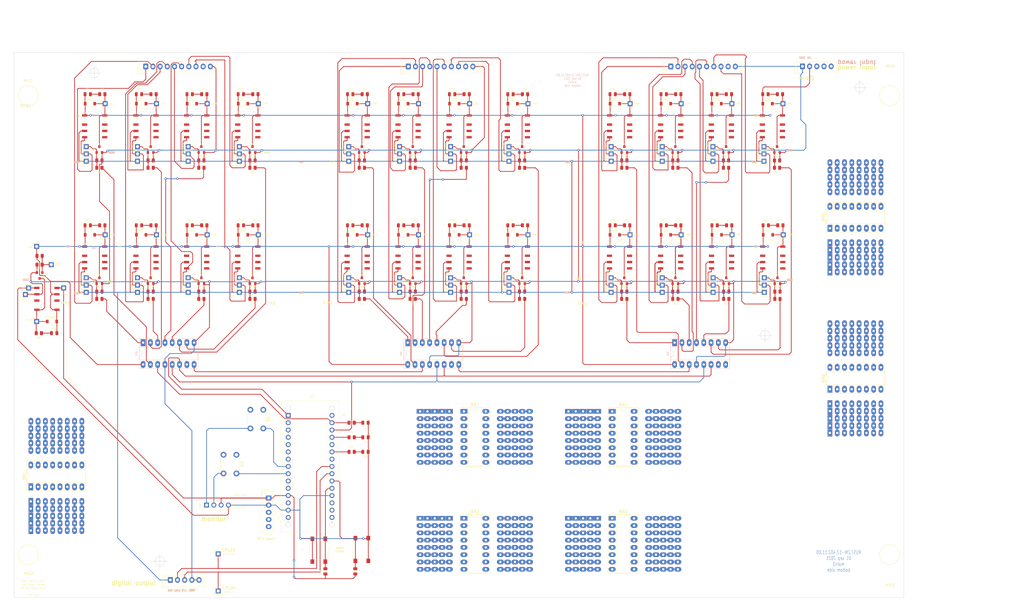
<source format=kicad_pcb>
(kicad_pcb (version 20210824) (generator pcbnew)
  (title_block (title "stend") (date "issue") (rev "rev") (company "comp") (comment 1 "RUST.ZM-12.402.11.00") (comment 2 "c2") (comment 3 "c3") (comment 4 "c4") (comment 5 "c5") (comment 6 "c6") (comment 7 "c7") (comment 8 "c8") (comment 9 "c9"))
  (layers (0 "F.Cu" signal) (31 "B.Cu" signal) (34 "B.Paste" user) (35 "F.Paste" user) (36 "B.SilkS" user "B.Silkscreen") (37 "F.SilkS" user "F.Silkscreen") (38 "B.Mask" user) (39 "F.Mask" user) (44 "Edge.Cuts" user))
  (net 0 "")
  (net 1 "/INSTR+")
  (net 2 "/CTRL1")
  (net 3 "Net-(CP3-Pad1)")
  (net 4 "Net-(CP4-Pad1)")
  (net 5 "/CTRL2")
  (net 6 "Net-(CP7-Pad1)")
  (net 7 "Net-(CP8-Pad1)")
  (net 8 "/CTRL3")
  (net 9 "Net-(CP11-Pad1)")
  (net 10 "Net-(CP12-Pad1)")
  (net 11 "/CTRL4")
  (net 12 "Net-(CP15-Pad1)")
  (net 13 "Net-(CP16-Pad1)")
  (net 14 "/CTRL5")
  (net 15 "Net-(CP19-Pad1)")
  (net 16 "Net-(CP20-Pad1)")
  (net 17 "/CTRL6")
  (net 18 "Net-(CP23-Pad1)")
  (net 19 "Net-(CP24-Pad1)")
  (net 20 "/CTRL7")
  (net 21 "Net-(CP27-Pad1)")
  (net 22 "Net-(CP28-Pad1)")
  (net 23 "/CTRL8")
  (net 24 "Net-(CP31-Pad1)")
  (net 25 "Net-(CP32-Pad1)")
  (net 26 "/CTRL9")
  (net 27 "Net-(CP35-Pad1)")
  (net 28 "Net-(CP36-Pad1)")
  (net 29 "/CTRL10")
  (net 30 "Net-(CP39-Pad1)")
  (net 31 "Net-(CP40-Pad1)")
  (net 32 "/CTRL11")
  (net 33 "Net-(CP43-Pad1)")
  (net 34 "Net-(CP44-Pad1)")
  (net 35 "/CTRL12")
  (net 36 "Net-(CP47-Pad1)")
  (net 37 "Net-(CP48-Pad1)")
  (net 38 "/CTRL13")
  (net 39 "Net-(CP51-Pad1)")
  (net 40 "Net-(CP52-Pad1)")
  (net 41 "/CTRL14")
  (net 42 "Net-(CP55-Pad1)")
  (net 43 "Net-(CP56-Pad1)")
  (net 44 "/CTRL15")
  (net 45 "Net-(CP59-Pad1)")
  (net 46 "Net-(CP60-Pad1)")
  (net 47 "/CTRL16")
  (net 48 "Net-(CP63-Pad1)")
  (net 49 "Net-(CP64-Pad1)")
  (net 50 "/CTRL17")
  (net 51 "Net-(CP67-Pad1)")
  (net 52 "Net-(CP68-Pad1)")
  (net 53 "/CTRL18")
  (net 54 "Net-(CP71-Pad1)")
  (net 55 "Net-(CP72-Pad1)")
  (net 56 "/CTRL19")
  (net 57 "Net-(CP75-Pad1)")
  (net 58 "Net-(CP76-Pad1)")
  (net 59 "/CTRL20")
  (net 60 "Net-(CP79-Pad1)")
  (net 61 "Net-(CP80-Pad1)")
  (net 62 "/CTRL21")
  (net 63 "Net-(CP83-Pad1)")
  (net 64 "Net-(CP84-Pad1)")
  (net 65 "/CTRL22")
  (net 66 "Net-(CP87-Pad1)")
  (net 67 "Net-(CP88-Pad1)")
  (net 68 "/CTRL23")
  (net 69 "Net-(CP91-Pad1)")
  (net 70 "Net-(CP92-Pad1)")
  (net 71 "/CTRL24")
  (net 72 "Net-(CP95-Pad1)")
  (net 73 "Net-(CP96-Pad1)")
  (net 74 "+5V")
  (net 75 "/MCU+")
  (net 76 "Net-(CP99-Pad1)")
  (net 77 "Net-(CP100-Pad1)")
  (net 78 "GNDD")
  (net 79 "/MCU_GND")
  (net 80 "/2_MCU/SCK")
  (net 81 "Net-(DD1-Pad8)")
  (net 82 "Net-(DD1-Pad9)")
  (net 83 "Net-(DD1-Pad20)")
  (net 84 "Net-(DD1-Pad21)")
  (net 85 "/2_MCU/SYNC IN")
  (net 86 "/2_MCU/SYNC OUT")
  (net 87 "Net-(DD1-Pad25)")
  (net 88 "Net-(DD1-Pad27)")
  (net 89 "/2_MCU/CS{slash}SS")
  (net 90 "/2_MCU/MOSI")
  (net 91 "/RL2")
  (net 92 "/RL3")
  (net 93 "/RL4")
  (net 94 "/RL5")
  (net 95 "/RL6")
  (net 96 "/RL7")
  (net 97 "/RL8")
  (net 98 "Net-(DD3-Pad9)")
  (net 99 "/RL1")
  (net 100 "/RL10")
  (net 101 "/RL11")
  (net 102 "/RL12")
  (net 103 "/RL13")
  (net 104 "/RL14")
  (net 105 "/RL15")
  (net 106 "/RL16")
  (net 107 "Net-(DD4-Pad9)")
  (net 108 "/RL9")
  (net 109 "/RL18")
  (net 110 "/RL19")
  (net 111 "/RL20")
  (net 112 "/RL21")
  (net 113 "/RL22")
  (net 114 "/RL23")
  (net 115 "/RL24")
  (net 116 "/RL17")
  (net 117 "Net-(R1-Pad2)")
  (net 118 "Net-(R2-Pad2)")
  (net 119 "Net-(R3-Pad2)")
  (net 120 "Net-(R8-Pad1)")
  (net 121 "Net-(R11-Pad1)")
  (net 122 "Net-(R14-Pad1)")
  (net 123 "Net-(R17-Pad1)")
  (net 124 "Net-(R20-Pad1)")
  (net 125 "Net-(R23-Pad1)")
  (net 126 "Net-(R26-Pad1)")
  (net 127 "Net-(R29-Pad1)")
  (net 128 "Net-(R32-Pad1)")
  (net 129 "Net-(R35-Pad1)")
  (net 130 "Net-(R38-Pad1)")
  (net 131 "Net-(R41-Pad1)")
  (net 132 "Net-(R44-Pad1)")
  (net 133 "Net-(R47-Pad1)")
  (net 134 "Net-(R50-Pad1)")
  (net 135 "Net-(R53-Pad1)")
  (net 136 "Net-(R56-Pad1)")
  (net 137 "Net-(R59-Pad1)")
  (net 138 "Net-(R62-Pad1)")
  (net 139 "Net-(R65-Pad1)")
  (net 140 "Net-(R68-Pad1)")
  (net 141 "Net-(R71-Pad1)")
  (net 142 "Net-(R74-Pad1)")
  (net 143 "Net-(R77-Pad1)")
  (net 144 "Net-(R80-Pad1)")
  (net 145 "Net-(DD2-Pad1)")
  (net 146 "Net-(DD2-Pad2)")
  (footprint "my_Library_ftprint:LED_0805_2012Metric" (layer "F.Cu") (at 161.798 189.23 180)
    (fp_text reference "VD1")
    (fp_text value "LED")
  )
  (footprint "my_Library_ftprint:R_0805_2012Metric" (layer "F.Cu") (at 161.544 120.406008)
    (fp_text reference "R35")
    (fp_text value "12k")
  )
  (footprint "my_Library_ftprint:R_0805_2012Metric" (layer "F.Cu") (at 287.401 100.33 180)
    (fp_text reference "R66")
    (fp_text value "2.2k")
  )
  (footprint "my_Library_ftprint:D_SOD-123" (layer "F.Cu") (at 301.879 77.978)
    (fp_text reference "VD49")
    (fp_text value "1N4148W")
  )
  (footprint "my_Library_ftprint:SOT-23_MY_C_E_Silk" (layer "F.Cu") (at 160.528 93.98 90)
    (fp_text reference "VT9")
    (fp_text value "2SC1815")
  )
  (footprint "my_Library_ftprint:PinHeader_1x01_P2.54mm_Vertical" (layer "F.Cu") (at 82.377 95.504)
    (fp_text reference "CP10")
    (fp_text value "CP_L")
  )
  (footprint "my_Library_ftprint:breadboard_DIP-16_W7.62mm_Socket_LongPads" (layer "F.Cu") (at 247.748 185.262)
    (fp_text reference "BB4")
    (fp_text value "bread_16pins")
  )
  (footprint "my_Library_ftprint:SOT-23_MY_C_E_Silk" (layer "F.Cu") (at 251.968 93.98 90)
    (fp_text reference "VT17")
    (fp_text value "2SC1815")
  )
  (footprint "my_Library_ftprint:PinHeader_1x01_P2.54mm_Vertical" (layer "F.Cu") (at 117.856 141.234)
    (fp_text reference "CP30")
    (fp_text value "CP_L")
  )
  (footprint "my_Library_ftprint:PinHeader_1x01_P2.54mm_Vertical" (layer "F.Cu") (at 173.686 92.964)
    (fp_text reference "CP43")
    (fp_text value "CP_L")
  )
  (footprint "my_Library_ftprint:R_0805_2012Metric" (layer "F.Cu") (at 270.764 74.676)
    (fp_text reference "R62")
    (fp_text value "12k")
  )
  (footprint "my_Library_ftprint:D_SOD-123" (layer "F.Cu") (at 157.226 123.708)
    (fp_text reference "VD23")
    (fp_text value "1N4148W")
  )
  (footprint "my_Library_ftprint:PinHeader_1x01_P2.54mm_Vertical" (layer "F.Cu") (at 191.465 95.504)
    (fp_text reference "CP50")
    (fp_text value "CP_L")
  )
  (footprint "my_Library_ftprint:PinHeader_1x01_P2.54mm_Vertical" (layer "F.Cu") (at 71.12 123.708)
    (fp_text reference "CP8")
    (fp_text value "CP_R")
  )
  (footprint "my_Library_ftprint:R_0805_2012Metric" (layer "F.Cu") (at 48.006 157.988 180)
    (fp_text reference "R80")
    (fp_text value "12k")
  )
  (footprint "my_Library_ftprint:D_SOD-123" (layer "F.Cu") (at 119.126 123.708)
    (fp_text reference "VD19")
    (fp_text value "1N4148W")
  )
  (footprint "my_Library_ftprint:PinHeader_1x01_P2.54mm_Vertical" (layer "F.Cu") (at 106.646 77.978)
    (fp_text reference "CP20")
    (fp_text value "CP_R")
  )
  (footprint "my_Library_ftprint:SW_Push_2P1T_6x6mm" (layer "F.Cu") (at 145.542 233.68 -90)
    (fp_text reference "S2")
    (fp_text value "taktile button KLS7")
  )
  (footprint "my_Library_ftprint:PinHeader_1x01_P2.54mm_Vertical" (layer "F.Cu") (at 300.736 141.234)
    (fp_text reference "CP94")
    (fp_text value "CP_L")
  )
  (footprint "my_Library_ftprint:Relay_DPDT_Omron_G6K-2F-Y" (layer "F.Cu") (at 285.8518 131.61)
    (fp_text reference "K22")
    (fp_text value "G6K-2F-Y-5VDC_L")
  )
  (footprint "my_Library_ftprint:R_0805_2012Metric" (layer "F.Cu") (at 178.258 100.33 180)
    (fp_text reference "R36")
    (fp_text value "2.2k")
  )
  (footprint "my_Library_ftprint:R_0805_2012Metric" (layer "F.Cu") (at 156.972 189.23)
    (fp_text reference "R1")
    (fp_text value "33k")
  )
  (footprint "my_Library_ftprint:LED_0805_2012Metric" (layer "F.Cu") (at 283.4178 120.406 180)
    (fp_text reference "VD46")
    (fp_text value "LED")
  )
  (footprint "my_Library_ftprint:R_0805_2012Metric" (layer "F.Cu") (at 251.968 97.78)
    (fp_text reference "R55")
    (fp_text value "2.2kvert")
  )
  (footprint "my_Library_ftprint:R_0805_2012Metric" (layer "F.Cu") (at 306.324 120.406)
    (fp_text reference "R77")
    (fp_text value "12k")
  )
  (footprint "my_Library_ftprint:PinHeader_1x01_P2.54mm_Vertical" (layer "F.Cu") (at 64.516 98.044)
    (fp_text reference "CP1")
    (fp_text value "CP_L")
  )
  (footprint "my_Library_ftprint:PinHeader_1x01_P2.54mm_Vertical" (layer "F.Cu") (at 124.46 77.978)
    (fp_text reference "CP28")
    (fp_text value "CP_R")
  )
  (footprint "my_Library_ftprint:R_0805_2012Metric" (layer "F.Cu") (at 48.26 131.064)
    (fp_text reference "R78")
    (fp_text value "2.2k")
  )
  (footprint "my_Library_ftprint:R_0805_2012Metric" (layer "F.Cu") (at 269.748 100.33 180)
    (fp_text reference "R60")
    (fp_text value "2.2k")
  )
  (footprint "my_Library_ftprint:D_SOD-123" (layer "F.Cu") (at 101.312 123.708)
    (fp_text reference "VD15")
    (fp_text value "1N4148W")
  )
  (footprint "my_Library_ftprint:Relay_DPDT_Omron_G6K-2F-Y" (layer "F.Cu") (at 120.798 131.61)
    (fp_text reference "K8")
    (fp_text value "G6K-2F-Y-5VDC_L")
  )
  (footprint "my_Library_ftprint:PinHeader_1x01_P2.54mm_Vertical" (layer "F.Cu") (at 155.956 95.504)
    (fp_text reference "CP34")
    (fp_text value "CP_L")
  )
  (footprint "my_Library_ftprint:PinHeader_1x01_P2.54mm_Vertical" (layer "F.Cu") (at 191.465 98.044)
    (fp_text reference "CP49")
    (fp_text value "CP_L")
  )
  (footprint "my_Library_ftprint:D_SOD-123" (layer "F.Cu") (at 284.099 77.978)
    (fp_text reference "VD45")
    (fp_text value "1N4148W")
  )
  (footprint "my_Library_ftprint:PinHeader_1x01_P2.54mm_Vertical" (layer "F.Cu") (at 300.736 138.694)
    (fp_text reference "CP95")
    (fp_text value "CP_L")
  )
  (footprint "my_Library_ftprint:D_SOD-123" (layer "F.Cu") (at 213.0552 123.698)
    (fp_text reference "VD35")
    (fp_text value "1N4148W")
  )
  (footprint "my_Library_ftprint:R_0805_2012Metric" (layer "F.Cu") (at 86.949 146.06 180)
    (fp_text reference "R15")
    (fp_text value "2.2k")
  )
  (footprint "my_Library_ftprint:SOT-23_MY_C_E_Silk" (layer "F.Cu") (at 104.614 139.71 90)
    (fp_text reference "VT6")
    (fp_text value "2SC1815")
  )
  (footprint "my_Library_ftprint:PinHeader_1x01_P2.54mm_Vertical" (layer "F.Cu") (at 247.372 143.774)
    (fp_text reference "CP69")
    (fp_text value "CP_L")
  )
  (footprint "my_Library_ftprint:R_0805_2012Metric" (layer "F.Cu") (at 178.258 97.78)
    (fp_text reference "R37")
    (fp_text value "2.2kvert")
  )
  (footprint "my_Library_ftprint:PinHeader_1x01_P2.54mm_Vertical" (layer "F.Cu") (at 173.686 98.044)
    (fp_text reference "CP41")
    (fp_text value "CP_L")
  )
  (footprint "my_Library_ftprint:PinHeader_1x01_P2.54mm_Vertical" (layer "F.Cu") (at 88.981 123.708)
    (fp_text reference "CP16")
    (fp_text value "CP_R")
  )
  (footprint "my_Library_ftprint:SOT-23_MY_C_E_Silk" (layer "F.Cu") (at 216.3572 93.99 90)
    (fp_text reference "VT15")
    (fp_text value "2SC1815")
  )
  (footprint "my_Library_ftprint:R_0805_2012Metric" (layer "F.Cu") (at 179.274 74.676)
    (fp_text reference "R38")
    (fp_text value "12k")
  )
  (footprint "my_Library_ftprint:LED_0805_2012Metric" (layer "F.Cu") (at 174.194 120.406 180)
    (fp_text reference "VD26")
    (fp_text value "LED")
  )
  (footprint "my_Library_ftprint:R_0805_2012Metric" (layer "F.Cu") (at 70.104 74.676)
    (fp_text reference "R8")
    (fp_text value "12k")
  )
  (footprint "my_Library_ftprint:LED_0805_2012Metric" (layer "F.Cu") (at 82.885 120.406 180)
    (fp_text reference "VD10")
    (fp_text value "LED")
  )
  (footprint "my_Library_ftprint:LED_0805_2012Metric" (layer "F.Cu") (at 212.2932 74.686 180)
    (fp_text reference "VD32")
    (fp_text value "LED")
  )
  (footprint "my_Library_ftprint:PinHeader_1x01_P2.54mm_Vertical" (layer "F.Cu") (at 289.5138 123.708)
    (fp_text reference "CP88")
    (fp_text value "CP_R")
  )
  (footprint "my_Library_ftprint:Relay_DPDT_Omron_G6K-2F-Y" (layer "F.Cu") (at 250.314 131.61)
    (fp_text reference "K18")
    (fp_text value "G6K-2F-Y-5VDC_L")
  )
  (footprint "my_Library_ftprint:PinHeader_1x01_P2.54mm_Vertical" (layer "F.Cu") (at 64.516 141.234)
    (fp_text reference "CP6")
    (fp_text value "CP_L")
  )
  (footprint "my_Library_ftprint:PinHeader_1x01_P2.54mm_Vertical" (layer "F.Cu") (at 211.7852 92.974)
    (fp_text reference "CP59")
    (fp_text value "CP_L")
  )
  (footprint "my_Library_ftprint:Relay_DPDT_Omron_G6K-2F-Y" (layer "F.Cu") (at 176.628 85.88)
    (fp_text reference "K11")
    (fp_text value "G6K-2F-Y-5VDC_L")
  )
  (footprint "my_Library_ftprint:Relay_DPDT_Omron_G6K-2F-Y" (layer "F.Cu") (at 176.628 131.61)
    (fp_text reference "K12")
    (fp_text value "G6K-2F-Y-5VDC_L")
  )
  (footprint "my_Library_ftprint:PinHeader_1x01_P2.54mm_Vertical" (layer "F.Cu") (at 218.3892 77.988)
    (fp_text reference "CP60")
    (fp_text value "CP_R")
  )
  (footprint "my_Library_ftprint:Relay_DPDT_Omron_G6K-2F-Y" (layer "F.Cu") (at 120.798 85.88)
    (fp_text reference "K7")
    (fp_text value "G6K-2F-Y-5VDC_L")
  )
  (footprint "my_Library_ftprint:SOT-23_MY_C_E_Silk" (layer "F.Cu") (at 196.037 93.98 90)
    (fp_text reference "VT13")
    (fp_text value "2SC1815")
  )
  (footprint "my_Library_ftprint:PinHeader_1x01_P2.54mm_Vertical" (layer "F.Cu") (at 117.856 138.694)
    (fp_text reference "CP31")
    (fp_text value "CP_L")
  )
  (footprint "my_Library_ftprint:R_0805_2012Metric" (layer "F.Cu") (at 87.965 120.406)
    (fp_text reference "R17")
    (fp_text value "12k")
  )
  (footprint "my_Library_ftprint:PinHeader_1x01_P2.54mm_Vertical" (layer "F.Cu") (at 64.516 95.504)
    (fp_text reference "CP2")
    (fp_text value "CP_L")
  )
  (footprint "my_Library_ftprint:breadboard_DIP-16_W7.62mm_Socket_LongPads" (layer "F.Cu") (at 323.596 177.546 90)
    (fp_text reference "BB6")
    (fp_text value "bread_16pins")
  )
  (footprint "my_Library_ftprint:JST_EH_B10B-EH-A_1x10_P2.50mm_Vertical" (layer "F.Cu") (at 268.15 65.024)
    (fp_text reference "X6")
    (fp_text value "B10B-XH-A_right")
  )
  (footprint "my_Library_ftprint:Relay_DPDT_Omron_G6K-2F-Y" (layer "F.Cu") (at 158.898 131.61)
    (fp_text reference "K10")
    (fp_text value "G6K-2F-Y-5VDC_L")
  )
  (footprint "my_Library_ftprint:PinHeader_1x01_P2.54mm_Vertical" (layer "F.Cu") (at 100.042 143.774)
    (fp_text reference "CP21")
    (fp_text value "CP_L")
  )
  (footprint "my_Library_ftprint:PinHeader_1x01_P2.54mm_Vertical" (layer "F.Cu") (at 191.465 138.694)
    (fp_text reference "CP55")
    (fp_text value "CP_L")
  )
  (footprint "my_Library_ftprint:LED_0805_2012Metric" (layer "F.Cu") (at 156.464 120.406 180)
    (fp_text reference "VD22")
    (fp_text value "LED")
  )
  (footprint "my_Library_ftprint:R_0805_2012Metric" (layer "F.Cu") (at 216.3572 100.34 180)
    (fp_text reference "R48")
    (fp_text value "2.2k")
  )
  (footprint "my_Library_ftprint:R_0805_2012Metric" (layer "F.Cu") (at 123.444 120.406)
    (fp_text reference "R29")
    (fp_text value "12k")
  )
  (footprint "my_Library_ftprint:R_0805_2012Metric" (layer "F.Cu") (at 48.26 134.112 180)
    (fp_text reference "R79")
    (fp_text value "2.2kvert")
  )
  (footprint "my_Library_ftprint:PinHeader_1x01_P2.54mm_Vertical" (layer "F.Cu") (at 117.856 92.964)
    (fp_text reference "CP27")
    (fp_text value "CP_L")
  )
  (footprint "my_Library_ftprint:R_0805_2012Metric" (layer "F.Cu") (at 305.308 146.06 180)
    (fp_text reference "R75")
    (fp_text value "2.2k")
  )
  (footprint "my_Library_ftprint:PinHeader_1x01_P2.54mm_Vertical" (layer "F.Cu") (at 64.516 143.774)
    (fp_text reference "CP5")
    (fp_text value "CP_L")
  )
  (footprint "my_Library_ftprint:JST_EH_B5B-EH-A_1x05_P2.50mm_Vertical" (layer "F.Cu") (at 314.024 64.978)
    (fp_text reference "X3")
    (fp_text value "B5B-XH-A_Left")
  )
  (footprint "my_Library_ftprint:SOT-23_MY_C_E_Silk" (layer "F.Cu") (at 251.944 139.71 90)
    (fp_text reference "VT18")
    (fp_text value "2SC1815")
  )
  (footprint "my_Library_ftprint:SOT-23_MY_C_E_Silk" (layer "F.Cu") (at 86.949 93.98 90)
    (fp_text reference "VT3")
    (fp_text value "2SC1815")
  )
  (footprint "my_Library_ftprint:R_0805_2012Metric" (layer "F.Cu") (at 156.972 194.31)
    (fp_text reference "R2")
    (fp_text value "33k")
  )
  (footprint "my_Library_ftprint:PinHeader_1x01_P2.54mm_Vertical" (layer "F.Cu") (at 211.7852 143.764)
    (fp_text reference "CP61")
    (fp_text value "CP_L")
  )
  (footprint "my_Library_ftprint:SOT-23_MY_C_E_Silk" (layer "F.Cu") (at 48.26 137.922 -90)
    (fp_text reference "VT25")
    (fp_text value "2SC1815")
  )
  (footprint "my_Library_ftprint:R_0805_2012Metric" (layer "F.Cu") (at 216.3572 143.5)
    (fp_text reference "R52")
    (fp_text value "2.2kvert")
  )
  (footprint "my_Library_ftprint:PinHeader_1x01_P2.54mm_Vertical" (layer "F.Cu") (at 173.686 143.774)
    (fp_text reference "CP45")
    (fp_text value "CP_L")
  )
  (footprint "my_Library_ftprint:LED_0805_2012Metric" (layer "F.Cu") (at 265.684 74.676 180)
    (fp_text reference "VD40")
    (fp_text value "LED")
  )
  (footprint "my_Library_ftprint:LED_0805_2012Metric" (layer "F.Cu") (at 156.464 74.676 180)
    (fp_text reference "VD20")
    (fp_text value "LED")
  )
  (footprint "my_Library_ftprint:SOT-23_MY_C_E_Silk" (layer "F.Cu") (at 178.258 139.71 90)
    (fp_text reference "VT12")
    (fp_text value "2SC1815")
  )
  (footprint "my_Library_ftprint:PinHeader_1x01_P2.54mm_Vertical" (layer "F.Cu") (at 247.372 141.234)
    (fp_text reference "CP70")
    (fp_text value "CP_L")
  )
  (footprint "my_Library_ftprint:SOT-23_MY_C_E_Silk" (layer "F.Cu") (at 122.428 139.71 90)
    (fp_text reference "VT8")
    (fp_text value "2SC1815")
  )
  (footprint "my_Library_ftprint:JST_EH_B5B-EH-A_1x05_P2.50mm_Vertical" (layer "F.Cu") (at 128.062 215.472 -90)
    (fp_text reference "X1")
    (fp_text value "JST-B2B-XHA_Left")
  )
  (footprint "my_Library_ftprint:PinHeader_1x01_P2.54mm_Vertical" (layer "F.Cu") (at 282.829 95.504)
    (fp_text reference "CP82")
    (fp_text value "CP_L")
  )
  (footprint "my_Library_ftprint:Relay_DPDT_Omron_G6K-2F-Y" (layer "F.Cu") (at 250.338 85.88)
    (fp_text reference "K17")
    (fp_text value "G6K-2F-Y-5VDC_L")
  )
  (footprint "my_Library_ftprint:R_0805_2012Metric" (layer "F.Cu") (at 105.63 74.676)
    (fp_text reference "R20")
    (fp_text value "12k")
  )
  (footprint "my_Library_ftprint:PinHeader_1x01_P2.54mm_Vertical" (layer "F.Cu") (at 289.433 77.978)
    (fp_text reference "CP84")
    (fp_text value "CP_R")
  )
  (footprint "my_Library_ftprint:R_0805_2012Metric" (layer "F.Cu") (at 252.984 74.676)
    (fp_text reference "R56")
    (fp_text value "12k")
  )
  (footprint "my_Library_ftprint:LED_0805_2012Metric" (layer "F.Cu") (at 283.337 74.676 180)
    (fp_text reference "VD44")
    (fp_text value "LED")
  )
  (footprint "my_Library_ftprint:PinHeader_1x01_P2.54mm_Vertical" (layer "F.Cu") (at 173.686 138.694)
    (fp_text reference "CP47")
    (fp_text value "CP_L")
  )
  (footprint "my_Library_ftprint:PinHeader_1x01_P2.54mm_Vertical" (layer "F.Cu") (at 117.856 95.504)
    (fp_text reference "CP26")
    (fp_text value "CP_L")
  )
  (footprint "my_Library_ftprint:Relay_DPDT_Omron_G6K-2F-Y" (layer "F.Cu") (at 50.81 146.038 180)
    (fp_text reference "K25")
    (fp_text value "G6K-2F-Y-5VDC_L")
  )
  (footprint "my_Library_ftprint:SOT-23_MY_C_E_Silk" (layer "F.Cu") (at 122.428 93.98 90)
    (fp_text reference "VT7")
    (fp_text value "2SC1815")
  )
  (footprint "my_Library_ftprint:SW_PUSH_6mm_H4.3mm" (layer "F.Cu") (at 116.84 200.406 -90)
    (fp_text reference "S3")
    (fp_text value "taktile button KLS7")
  )
  (footprint "my_Library_ftprint:PinHeader_1x01_P2.54mm_Vertical" (layer "F.Cu") (at 173.686 95.504)
    (fp_text reference "CP42")
    (fp_text value "CP_L")
  )
  (footprint "my_Library_ftprint:PinHeader_1x01_P2.54mm_Vertical" (layer "F.Cu") (at 300.609 98.044)
    (fp_text reference "CP89")
    (fp_text value "CP_L")
  )
  (footprint "my_Library_ftprint:PinHeader_1x01_P2.54mm_Vertical" (layer "F.Cu") (at 82.377 143.774)
    (fp_text reference "CP13")
    (fp_text value "CP_L")
  )
  (footprint "my_Library_ftprint:LED_0805_2012Metric" (layer "F.Cu") (at 100.55 120.406 180)
    (fp_text reference "VD14")
    (fp_text value "LED")
  )
  (footprint "my_Library_ftprint:LED_0805_2012Metric" (layer "F.Cu") (at 161.798 194.31 180)
    (fp_text reference "VD2")
    (fp_text value "LED")
  )
  (footprint "my_Library_ftprint:PinHeader_1x01_P2.54mm_Vertical" (layer "F.Cu") (at 124.46 123.708)
    (fp_text reference "CP32")
    (fp_text value "CP_R")
  )
  (footprint "my_Library_ftprint:PinHeader_1x01_P2.54mm_Vertical" (layer "F.Cu") (at 100.042 141.234)
    (fp_text reference "CP22")
    (fp_text value "CP_L")
  )
  (footprint "my_Library_ftprint:SOT-23_MY_C_E_Silk" (layer "F.Cu") (at 178.258 93.98 90)
    (fp_text reference "VT11")
    (fp_text value "2SC1815")
  )
  (footprint "my_Library_ftprint:R_0805_2012Metric" (layer "F.Cu") (at 104.614 146.06 180)
    (fp_text reference "R21")
    (fp_text value "2.2k")
  )
  (footprint "my_Library_ftprint:D_SOD-123" (layer "F.Cu") (at 266.446 77.978)
    (fp_text reference "VD41")
    (fp_text value "1N4148W")
  )
  (footprint "my_Library_ftprint:PinHeader_1x01_P2.54mm_Vertical" (layer "F.Cu") (at 100.042 95.504)
    (fp_text reference "CP18")
    (fp_text value "CP_L")
  )
  (footprint "my_Library_ftprint:PinHeader_1x01_P2.54mm_Vertical" (layer "F.Cu") (at 88.981 77.978)
    (fp_text reference "CP12")
    (fp_text value "CP_R")
  )
  (footprint "my_Library_ftprint:board_fp_190x310" (layer "F.Cu") (at 39.37 250.19)
    (fp_text reference "PCB1")
    (fp_text value "board_symbol_190x310")
    (fp_line (start 310 -190) (end 310 0) (layer "Edge.Cuts") (width 0.1))
    (fp_line (start 0 0) (end 0 -190) (layer "Edge.Cuts") (width 0.1))
    (fp_line (start 0 -190) (end 310 -190) (layer "Edge.Cuts") (width 0.1))
    (fp_line (start 310 0) (end 0 0) (layer "Edge.Cuts") (width 0.1))
  )
  (footprint "my_Library_ftprint:R_0805_2012Metric" (layer "F.Cu") (at 269.746 146.06 180)
    (fp_text reference "R63")
    (fp_text value "2.2k")
  )
  (footprint "my_Library_ftprint:R_0805_2012Metric" (layer "F.Cu") (at 196.037 146.06 180)
    (fp_text reference "R45")
    (fp_text value "2.2k")
  )
  (footprint "my_Library_ftprint:PinHeader_1x01_P2.54mm_Vertical" (layer "F.Cu") (at 44.45 142.274011 180)
    (fp_text reference "CP102")
    (fp_text value "CP_R")
  )
  (footprint "my_Library_ftprint:D_SOD-123" (layer "F.Cu") (at 284.1798 123.708)
    (fp_text reference "VD47")
    (fp_text value "1N4148W")
  )
  (footprint "my_Library_ftprint:LED_0805_2012Metric" (layer "F.Cu") (at 65.024 74.676 180)
    (fp_text reference "VD4")
    (fp_text value "LED")
  )
  (footprint "my_Library_ftprint:R_0805_2012Metric" (layer "F.Cu") (at 86.949 143.51)
    (fp_text reference "R16")
    (fp_text value "2.2kvert")
  )
  (footprint "my_Library_ftprint:PinHeader_1x01_P2.54mm_Vertical" (layer "F.Cu") (at 100.042 98.044)
    (fp_text reference "CP17")
    (fp_text value "CP_L")
  )
  (footprint "my_Library_ftprint:SOT-23_MY_C_E_Silk" (layer "F.Cu") (at 269.748 93.98 90)
    (fp_text reference "VT19")
    (fp_text value "2SC1815")
  )
  (footprint "my_Library_ftprint:SOT-23_MY_C_E_Silk" (layer "F.Cu") (at 86.949 139.71 90)
    (fp_text reference "VT4")
    (fp_text value "2SC1815")
  )
  (footprint "my_Library_ftprint:R_0805_2012Metric" (layer "F.Cu") (at 156.972 199.39)
    (fp_text reference "R3")
    (fp_text value "33k")
  )
  (footprint "my_Library_ftprint:R_0805_2012Metric" (layer "F.Cu") (at 86.949 100.33 180)
    (fp_text reference "R12")
    (fp_text value "2.2k")
  )
  (footprint "my_Library_ftprint:breadboard_DIP-16_W7.62mm_Socket_LongPads" (layer "F.Cu") (at 196.088 222.552)
    (fp_text reference "BB3")
    (fp_text value "bread_16pins")
  )
  (footprint "my_Library_ftprint:R_0805_2012Metric" (layer "F.Cu") (at 158.242 241.046 -90)
    (fp_text reference "R4")
    (fp_text value "33k")
  )
  (footprint "my_Library_ftprint:Relay_DPDT_Omron_G6K-2F-Y" (layer "F.Cu") (at 102.984 131.61)
    (fp_text reference "K6")
    (fp_text value "G6K-2F-Y-5VDC_L")
  )
  (footprint "my_Library_ftprint:LED_0805_2012Metric" (layer "F.Cu") (at 65.024 120.406 180)
    (fp_text reference "VD6")
    (fp_text value "LED")
  )
  (footprint "my_Library_ftprint:D_SOD-123" (layer "F.Cu") (at 119.126 77.978)
    (fp_text reference "VD17")
    (fp_text value "1N4148W")
  )
  (footprint "my_Library_ftprint:PinHeader_1x01_P2.54mm_Vertical" (layer "F.Cu") (at 110.49 247.904)
    (fp_text reference "CP104")
    (fp_text value "CP_L")
  )
  (footprint "my_Library_ftprint:R_0805_2012Metric" (layer "F.Cu") (at 269.748 97.78)
    (fp_text reference "R61")
    (fp_text value "2.2kvert")
  )
  (footprint "my_Library_ftprint:SOT-23_MY_C_E_Silk" (layer "F.Cu") (at 104.614 93.98 90)
    (fp_text reference "VT5")
    (fp_text value "2SC1815")
  )
  (footprint "my_Library_ftprint:R_0805_2012Metric" (layer "F.Cu") (at 104.614 143.51)
    (fp_text reference "R22")
    (fp_text value "2.2kvert")
  )
  (footprint "my_Library_ftprint:Relay_DPDT_Omron_G6K-2F-Y" (layer "F.Cu") (at 67.458 85.88)
    (fp_text reference "K1")
    (fp_text value "G6K-2F-Y-5VDC_L")
  )
  (footprint "my_Library_ftprint:R_0805_2012Metric" (layer "F.Cu") (at 161.544 74.676)
    (fp_text reference "R32")
    (fp_text value "12k")
  )
  (footprint "my_Library_ftprint:R_0805_2012Metric" (layer "F.Cu") (at 269.746 143.51)
    (fp_text reference "R64")
    (fp_text value "2.2kvert")
  )
  (footprint "my_Library_ftprint:PinHeader_1x01_P2.54mm_Vertical" (layer "F.Cu") (at 282.829 92.964)
    (fp_text reference "CP83")
    (fp_text value "CP_L")
  )
  (footprint "my_Library_ftprint:PinHeader_1x01_P2.54mm_Vertical" (layer "F.Cu") (at 211.7852 98.054)
    (fp_text reference "CP57")
    (fp_text value "CP_L")
  )
  (footprint "my_Library_ftprint:PinHeader_1x01_P2.54mm_Vertical" (layer "F.Cu") (at 307.34 123.708)
    (fp_text reference "CP96")
    (fp_text value "CP_R")
  )
  (footprint "my_Library_ftprint:R_0805_2012Metric" (layer "F.Cu") (at 160.528 97.78)
    (fp_text reference "R31")
    (fp_text value "2.2kvert")
  )
  (footprint "my_Library_ftprint:PinHeader_1x01_P2.54mm_Vertical" (layer "F.Cu") (at 282.9098 143.774)
    (fp_text reference "CP85")
    (fp_text value "CP_L")
  )
  (footprint "my_Library_ftprint:breadboard_DIP-16_W7.62mm_Socket_LongPads" (layer "F.Cu") (at 247.748 222.552)
    (fp_text reference "BB2")
    (fp_text value "bread_16pins")
  )
  (footprint "my_Library_ftprint:PinHeader_1x01_P2.54mm_Vertical" (layer "F.Cu") (at 218.3892 123.698)
    (fp_text reference "CP64")
    (fp_text value "CP_R")
  )
  (footprint "my_Library_ftprint:PinHeader_1x01_P2.54mm_Vertical" (layer "F.Cu") (at 100.042 92.964)
    (fp_text reference "CP19")
    (fp_text value "CP_L")
  )
  (footprint "my_Library_ftprint:R_0805_2012Metric" (layer "F.Cu") (at 287.4818 143.51)
    (fp_text reference "R70")
    (fp_text value "2.2kvert")
  )
  (footprint "my_Library_ftprint:PinHeader_1x01_P2.54mm_Vertical" (layer "F.Cu") (at 117.856 98.044)
    (fp_text reference "CP25")
    (fp_text value "CP_L")
  )
  (footprint "my_Library_ftprint:R_0805_2012Metric" (layer "F.Cu") (at 123.444 74.676)
    (fp_text reference "R26")
    (fp_text value "12k")
  )
  (footprint "my_Library_ftprint:PinHeader_1x04_P2.54mm_Vertical" (layer "F.Cu") (at 106.426 217.932 90)
    (fp_text reference "DD2")
    (fp_text value "Display_1306")
  )
  (footprint "my_Library_ftprint:PinHeader_1x01_P2.54mm_Vertical" (layer "F.Cu") (at 265.176 98.044)
    (fp_text reference "CP73")
    (fp_text value "CP_L")
  )
  (footprint "my_Library_ftprint:LED_0805_2012Metric" (layer "F.Cu") (at 118.364 120.406 180)
    (fp_text reference "VD18")
    (fp_text value "LED")
  )
  (footprint "my_Library_ftprint:Relay_DPDT_Omron_G6K-2F-Y" (layer "F.Cu") (at 67.458 131.61)
    (fp_text reference "K2")
    (fp_text value "G6K-2F-Y-5VDC_L")
  )
  (footprint "my_Library_ftprint:Relay_DPDT_Omron_G6K-2F-Y" (layer "F.Cu") (at 194.407 131.61)
    (fp_text reference "K14")
    (fp_text value "G6K-2F-Y-5VDC_L")
  )
  (footprint "my_Library_ftprint:PinHeader_1x01_P2.54mm_Vertical" (layer "F.Cu") (at 265.174 138.694)
    (fp_text reference "CP79")
    (fp_text value "CP_L")
  )
  (footprint "my_Library_ftprint:R_0805_2012Metric" (layer "F.Cu") (at 288.417 74.676)
    (fp_text reference "R68")
    (fp_text value "12k")
  )
  (footprint "my_Library_ftprint:R_0805_2012Metric" (layer "F.Cu") (at 122.428 143.51)
    (fp_text reference "R28")
    (fp_text value "2.2kvert")
  )
  (footprint "my_Library_ftprint:PinHeader_1x01_P2.54mm_Vertical" (layer "F.Cu") (at 211.7852 138.684)
    (fp_text reference "CP63")
    (fp_text value "CP_L")
  )
  (footprint "my_Library_ftprint:PinHeader_1x01_P2.54mm_Vertical" (layer "F.Cu") (at 155.956 143.774)
    (fp_text reference "CP37")
    (fp_text value "CP_L")
  )
  (footprint "my_Library_ftprint:R_0805_2012Metric" (layer "F.Cu") (at 252.96 120.406)
    (fp_text reference "R59")
    (fp_text value "12k")
  )
  (footprint "my_Library_ftprint:R_0805_2012Metric" (layer "F.Cu") (at 251.944 146.06 180)
    (fp_text reference "R57")
    (fp_text value "2.2k")
  )
  (footprint "my_Library_ftprint:R_0805_2012Metric" (layer "F.Cu") (at 87.965 74.676)
    (fp_text reference "R14")
    (fp_text value "12k")
  )
  (footprint "my_Library_ftprint:PinHeader_1x01_P2.54mm_Vertical" (layer "F.Cu") (at 52.324 134.112 180)
    (fp_text reference "CP99")
    (fp_text value "CP_L")
  )
  (footprint "my_Library_ftprint:PinHeader_1x01_P2.54mm_Vertical" (layer "F.Cu") (at 155.956 138.694)
    (fp_text reference "CP39")
    (fp_text value "CP_L")
  )
  (footprint "my_Library_ftprint:R_0805_2012Metric" (layer "F.Cu") (at 196.037 100.33 180)
    (fp_text reference "R42")
    (fp_text value "2.2k")
  )
  (footprint "my_Library_ftprint:SW_PUSH_6mm_H4.3mm" (layer "F.Cu") (at 126.202 184.71 -90)
    (fp_text reference "S4")
    (fp_text value "taktile button KLS7")
  )
  (footprint "my_Library_ftprint:PinHeader_1x01_P2.54mm_Vertical" (layer "F.Cu") (at 300.609 95.504)
    (fp_text reference "CP90")
    (fp_text value "CP_L")
  )
  (footprint "my_Library_ftprint:SOT-23_MY_C_E_Silk" (layer "F.Cu") (at 69.088 93.98 90)
    (fp_text reference "VT1")
    (fp_text value "2SC1815")
  )
  (footprint "my_Library_ftprint:R_0805_2012Metric" (layer "F.Cu") (at 160.528 146.06 180)
    (fp_text reference "R33")
    (fp_text value "2.2k")
  )
  (footprint "my_Library_ftprint:PinHeader_1x01_P2.54mm_Vertical" (layer "F.Cu") (at 300.736 143.774)
    (fp_text reference "CP93")
    (fp_text value "CP_L")
  )
  (footprint "my_Library_ftprint:PinHeader_1x01_P2.54mm_Vertical" (layer "F.Cu") (at 162.56 77.978)
    (fp_text reference "CP36")
    (fp_text value "CP_R")
  )
  (footprint "my_Library_ftprint:PinHeader_1x01_P2.54mm_Vertical" (layer "F.Cu") (at 64.516 92.964)
    (fp_text reference "CP3")
    (fp_text value "CP_L")
  )
  (footprint "my_Library_ftprint:PinHeader_1x01_P2.54mm_Vertical" (layer "F.Cu") (at 247.372 138.694)
    (fp_text reference "CP71")
    (fp_text value "CP_L")
  )
  (footprint "my_Library_ftprint:SW_Push_2P1T_6x6mm" (layer "F.Cu") (at 160.528 233.426 90)
    (fp_text reference "S1")
    (fp_text value "taktile button KLS7")
  )
  (footprint "my_Library_ftprint:D_SOD-123" (layer "F.Cu") (at 65.786 123.708)
    (fp_text reference "VD7")
    (fp_text value "1N4148W")
  )
  (footprint "my_Library_ftprint:R_0805_2012Metric" (layer "F.Cu") (at 287.401 97.78)
    (fp_text reference "R67")
    (fp_text value "2.2kvert")
  )
  (footprint "my_Library_ftprint:Relay_DPDT_Omron_G6K-2F-Y" (layer "F.Cu") (at 102.984 85.88)
    (fp_text reference "K5")
    (fp_text value "G6K-2F-Y-5VDC_L")
  )
  (footprint "my_Library_ftprint:D_SOD-123" (layer "F.Cu") (at 302.006 123.708)
    (fp_text reference "VD51")
    (fp_text value "1N4148W")
  )
  (footprint "my_Library_ftprint:PinHeader_1x01_P2.54mm_Vertical" (layer "F.Cu") (at 271.778 123.708)
    (fp_text reference "CP80")
    (fp_text value "CP_R")
  )
  (footprint "my_Library_ftprint:R_0805_2012Metric" (layer "F.Cu") (at 216.3572 97.79)
    (fp_text reference "R49")
    (fp_text value "2.2kvert")
  )
  (footprint "my_Library_ftprint:SOT-23_MY_C_E_Silk" (layer "F.Cu") (at 269.746 139.71 90)
    (fp_text reference "VT20")
    (fp_text value "2SC1815")
  )
  (footprint "my_Library_ftprint:PinHeader_1x01_P2.54mm_Vertical" (layer "F.Cu") (at 198.069 123.708)
    (fp_text reference "CP56")
    (fp_text value "CP_R")
  )
  (footprint "my_Library_ftprint:LED_0805_2012Metric" (layer "F.Cu") (at 53.34 157.988)
    (fp_text reference "VD52")
    (fp_text value "LED")
  )
  (footprint "my_Library_ftprint:PinHeader_1x01_P2.54mm_Vertical" (layer "F.Cu") (at 162.56 123.708)
    (fp_text reference "CP40")
    (fp_text value "CP_R")
  )
  (footprint "my_Library_ftprint:LED_0805_2012Metric" (layer "F.Cu") (at 212.2932 120.396 180)
    (fp_text reference "VD34")
    (fp_text value "LED")
  )
  (footprint "my_Library_ftprint:Relay_DPDT_Omron_G6K-2F-Y" (layer "F.Cu") (at 194.407 85.88)
    (fp_text reference "K13")
    (fp_text value "G6K-2F-Y-5VDC_L")
  )
  (footprint "my_Library_ftprint:breadboard_DIP-16_W7.62mm_Socket_LongPads" (layer "F.Cu") (at 323.596 121.412 90)
    (fp_text reference "BB5")
    (fp_text value "bread_16pins")
  )
  (footprint "my_Library_ftprint:R_0805_2012Metric" (layer "F.Cu") (at 160.528 143.51)
    (fp_text reference "R34")
    (fp_text value "2.2kvert")
  )
  (footprint "my_Library_ftprint:R_0805_2012Metric" (layer "F.Cu") (at 306.197 74.676)
    (fp_text reference "R74")
    (fp_text value "12k")
  )
  (footprint "my_Library_ftprint:PinHeader_1x01_P2.54mm_Vertical" (layer "F.Cu") (at 117.856 143.774)
    (fp_text reference "CP29")
    (fp_text value "CP_L")
  )
  (footprint "my_Library_ftprint:R_0805_2012Metric" (layer "F.Cu") (at 104.614 97.78)
    (fp_text reference "R19")
    (fp_text value "2.2kvert")
  )
  (footprint "my_Library_ftprint:Relay_DPDT_Omron_G6K-2F-Y" (layer "F.Cu") (at 268.116 131.61)
    (fp_text reference "K20")
    (fp_text value "G6K-2F-Y-5VDC_L")
  )
  (footprint "my_Library_ftprint:R_0805_2012Metric" (layer "F.Cu") (at 122.428 100.33 180)
    (fp_text reference "R24")
    (fp_text value "2.2k")
  )
  (footprint "my_Library_ftprint:PinHeader_1x01_P2.54mm_Vertical" (layer "F.Cu") (at 253.976 123.708)
    (fp_text reference "CP72")
    (fp_text value "CP_R")
  )
  (footprint "my_Library_ftprint:PinHeader_1x01_P2.54mm_Vertical" (layer "F.Cu") (at 211.7852 95.514)
    (fp_text reference "CP58")
    (fp_text value "CP_L")
  )
  (footprint "my_Library_ftprint:PinHeader_1x01_P2.54mm_Vertical" (layer "F.Cu") (at 56.642 142.24 180)
    (fp_text reference "CP98")
    (fp_text value "CP_L")
  )
  (footprint "my_Library_ftprint:SOT-23_MY_C_E_Silk" (layer "F.Cu") (at 287.401 93.98 90)
    (fp_text reference "VT21")
    (fp_text value "2SC1815")
  )
  (footprint "my_Library_ftprint:R_0805_2012Metric" (layer "F.Cu") (at 179.274 120.406)
    (fp_text reference "R41")
    (fp_text value "12k")
  )
  (footprint "my_Library_ftprint:D_SOD-123" (layer "F.Cu") (at 157.226 77.978)
    (fp_text reference "VD21")
    (fp_text value "1N4148W")
  )
  (footprint "my_Library_ftprint:R_0805_2012Metric" (layer "F.Cu") (at 287.4818 146.06 180)
    (fp_text reference "R69")
    (fp_text value "2.2k")
  )
  (footprint "my_Library_ftprint:D_SOD-123" (layer "F.Cu") (at 266.444 123.708)
    (fp_text reference "VD43")
    (fp_text value "1N4148W")
  )
  (footprint "my_Library_ftprint:R_0805_2012Metric" (layer "F.Cu") (at 160.528 100.33 180)
    (fp_text reference "R30")
    (fp_text value "2.2k")
  )
  (footprint "my_Library_ftprint:D_SOD-123" (layer "F.Cu") (at 192.735 77.978)
    (fp_text reference "VD29")
    (fp_text value "1N4148W")
  )
  (footprint "my_Library_ftprint:R_0805_2012Metric" (layer "F.Cu") (at 196.037 97.78)
    (fp_text reference "R43")
    (fp_text value "2.2kvert")
  )
  (footprint "my_Library_ftprint:Relay_DPDT_Omron_G6K-2F-Y" (layer "F.Cu") (at 303.678 131.61)
    (fp_text reference "K24")
    (fp_text value "G6K-2F-Y-5VDC_L")
  )
  (footprint "my_Library_ftprint:D_SOD-123" (layer "F.Cu") (at 213.0552 77.988)
    (fp_text reference "VD33")
    (fp_text value "1N4148W")
  )
  (footprint "my_Library_ftprint:D_SOD-123" (layer "F.Cu") (at 248.666 77.978)
    (fp_text reference "VD37")
    (fp_text value "1N4148W")
  )
  (footprint "my_Library_ftprint:Relay_DPDT_Omron_G6K-2F-Y" (layer "F.Cu") (at 85.319 131.61)
    (fp_text reference "K4")
    (fp_text value "G6K-2F-Y-5VDC_L")
  )
  (footprint "my_Library_ftprint:R_0805_2012Metric" (layer "F.Cu") (at 196.037 143.51)
    (fp_text reference "R46")
    (fp_text value "2.2kvert")
  )
  (footprint "my_Library_ftprint:PinHeader_1x01_P2.54mm_Vertical" (layer "F.Cu") (at 180.29 123.708)
    (fp_text reference "CP48")
    (fp_text value "CP_R")
  )
  (footprint "my_Library_ftprint:PinHeader_1x01_P2.54mm_Vertical" (layer "F.Cu") (at 110.49 234.95)
    (fp_text reference "CP103")
    (fp_text value "CP_L")
  )
  (footprint "my_Library_ftprint:LED_0805_2012Metric" (layer "F.Cu") (at 301.117 74.676 180)
    (fp_text reference "VD48")
    (fp_text value "LED")
  )
  (footprint "my_Library_ftprint:PinHeader_1x01_P2.54mm_Vertical" (layer "F.Cu") (at 282.9098 141.234)
    (fp_text reference "CP86")
    (fp_text value "CP_L")
  )
  (footprint "my_Library_ftprint:R_0805_2012Metric" (layer "F.Cu") (at 69.088 97.78)
    (fp_text reference "R7")
    (fp_text value "2.2kvert")
  )
  (footprint "my_Library_ftprint:PinHeader_1x01_P2.54mm_Vertical" (layer "F.Cu") (at 300.609 92.964)
    (fp_text reference "CP91")
    (fp_text value "CP_L")
  )
  (footprint "my_Library_ftprint:R_0805_2012Metric" (layer "F.Cu") (at 305.308 143.51)
    (fp_text reference "R76")
    (fp_text value "2.2kvert")
  )
  (footprint "my_Library_ftprint:R_0805_2012Metric" (layer "F.Cu") (at 288.4978 120.406)
    (fp_text reference "R71")
    (fp_text value "12k")
  )
  (footprint "my_Library_ftprint:PinHeader_1x01_P2.54mm_Vertical" (layer "F.Cu") (at 82.377 141.234)
    (fp_text reference "CP14")
    (fp_text value "CP_L")
  )
  (footprint "my_Library_ftprint:D_SOD-123" (layer "F.Cu") (at 83.647 77.978)
    (fp_text reference "VD9")
    (fp_text value "1N4148W")
  )
  (footprint "my_Library_ftprint:R_0805_2012Metric" (layer "F.Cu") (at 216.3572 146.05 180)
    (fp_text reference "R51")
    (fp_text value "2.2k")
  )
  (footprint "my_Library_ftprint:D_SOD-123" (layer "F.Cu") (at 52.578 153.924 180)
    (fp_text reference "VD53")
    (fp_text value "1N4148W")
  )
  (footprint "my_Library_ftprint:LED_0805_2012Metric" (layer "F.Cu") (at 161.798 199.39 180)
    (fp_text reference "VD3")
    (fp_text value "LED")
  )
  (footprint "my_Library_ftprint:R_0805_2012Metric" (layer "F.Cu") (at 105.63 120.406)
    (fp_text reference "R23")
    (fp_text value "12k")
  )
  (footprint "my_Library_ftprint:PinHeader_1x01_P2.54mm_Vertical" (layer "F.Cu") (at 282.9098 138.694)
    (fp_text reference "CP87")
    (fp_text value "CP_L")
  )
  (footprint "my_Library_ftprint:D_SOD-123" (layer "F.Cu") (at 101.312 77.978)
    (fp_text reference "VD13")
    (fp_text value "1N4148W")
  )
  (footprint "my_Library_ftprint:D_SOD-123" (layer "F.Cu") (at 83.647 123.708)
    (fp_text reference "VD11")
    (fp_text value "1N4148W")
  )
  (footprint "my_Library_ftprint:R_0805_2012Metric" (layer "F.Cu") (at 251.968 100.33 180)
    (fp_text reference "R54")
    (fp_text value "2.2k")
  )
  (footprint "my_Library_ftprint:Relay_DPDT_Omron_G6K-2F-Y" (layer "F.Cu") (at 214.7272 131.6)
    (fp_text reference "K16")
    (fp_text value "G6K-2F-Y-5VDC_L")
  )
  (footprint "my_Library_ftprint:R_0805_2012Metric" (layer "F.Cu") (at 305.181 100.33 180)
    (fp_text reference "R72")
    (fp_text value "2.2k")
  )
  (footprint "my_Library_ftprint:LED_0805_2012Metric" (layer "F.Cu") (at 191.973 120.406 180)
    (fp_text reference "VD30")
    (fp_text value "LED")
  )
  (footprint "my_Library_ftprint:PinHeader_1x01_P2.54mm_Vertical" (layer "F.Cu") (at 82.377 98.044)
    (fp_text reference "CP9")
    (fp_text value "CP_L")
  )
  (footprint "my_Library_ftprint:breadboard_DIP-16_W7.62mm_Socket_LongPads" (layer "F.Cu") (at 196.088 185.262)
    (fp_text reference "BB7")
    (fp_text value "bread_16pins")
  )
  (footprint "my_Library_ftprint:LED_0805_2012Metric" (layer "F.Cu") (at 118.364 74.676 180)
    (fp_text reference "VD16")
    (fp_text value "LED")
  )
  (footprint "my_Library_ftprint:LED_0805_2012Metric" (layer "F.Cu") (at 265.682 120.406 180)
    (fp_text reference "VD42")
    (fp_text value "LED")
  )
  (footprint "my_Library_ftprint:PinHeader_1x01_P2.54mm_Vertical" (layer "F.Cu") (at 271.78 77.978)
    (fp_text reference "CP76")
    (fp_text value "CP_R")
  )
  (footprint "my_Library_ftprint:SOT-23_MY_C_E_Silk" (layer "F.Cu") (at 305.181 93.98 90)
    (fp_text reference "VT23")
    (fp_text value "2SC1815")
  )
  (footprint "my_Library_ftprint:R_0805_2012Metric" (layer "F.Cu") (at 270.762 120.406)
    (fp_text reference "R65")
    (fp_text value "12k")
  )
  (footprint "my_Library_ftprint:PinHeader_1x01_P2.54mm_Vertical" (layer "F.Cu") (at 82.377 138.694)
    (fp_text reference "CP15")
    (fp_text value "CP_L")
  )
  (footprint "my_Library_ftprint:JST_EH_B10B-EH-A_1x10_P2.50mm_Vertical" (layer "F.Cu") (at 85.25 65.024)
    (fp_text reference "X4")
    (fp_text value "B10B-XH-A_right")
  )
  (footprint "my_Library_ftprint:D_SOD-123" (layer "F.Cu") (at 174.956 123.708)
    (fp_text reference "VD27")
    (fp_text value "1N4148W")
  )
  (footprint "my_Library_ftprint:Relay_DPDT_Omron_G6K-2F-Y" (layer "F.Cu") (at 268.118 85.88)
    (fp_text reference "K19")
    (fp_text value "G6K-2F-Y-5VDC_L")
  )
  (footprint "my_Library_ftprint:JST_EH_B10B-EH-A_1x10_P2.50mm_Vertical" (layer "F.Cu") (at 176.71 65.024)
    (fp_text reference "X5")
    (fp_text value "B10B-XH-A_right")
  )
  (footprint "my_Library_ftprint:PinHeader_1x01_P2.54mm_Vertical" (layer "F.Cu") (at 173.686 141.234)
    (fp_text reference "CP46")
    (fp_text value "CP_L")
  )
  (footprint "my_Library_ftprint:JST_EH_B5B-EH-A_1x05_P2.50mm_Vertical" (layer "F.Cu") (at 93.806 244.048)
    (fp_text reference "X2")
    (fp_text value "B5B-XH-A_Left")
  )
  (footprint "my_Library_ftprint:R_0805_2012Metric" (layer "F.Cu") (at 104.614 100.33 180)
    (fp_text reference "R18")
    (fp_text value "2.2k")
  )
  (footprint "my_Library_ftprint:R_0805_2012Metric" (layer "F.Cu") (at 147.828 241.046 90)
    (fp_text reference "R5")
    (fp_text value "33k")
  )
  (footprint "my_Library_ftprint:D_SOD-123" (layer "F.Cu") (at 65.786 77.978)
    (fp_text reference "VD5")
    (fp_text value "1N4148W")
  )
  (footprint "my_Library_ftprint:SOT-23_MY_C_E_Silk" (layer "F.Cu") (at 287.4818 139.71 90)
    (fp_text reference "VT22")
    (fp_text value "2SC1815")
  )
  (footprint "my_Library_ftprint:PinHeader_1x01_P2.54mm_Vertical" (layer "F.Cu") (at 106.646 123.708)
    (fp_text reference "CP24")
    (fp_text value "CP_R")
  )
  (footprint "my_Library_ftprint:PinHeader_1x01_P2.54mm_Vertical" (layer "F.Cu") (at 265.174 141.234)
    (fp_text reference "CP78")
    (fp_text value "CP_L")
  )
  (footprint "my_Library_ftprint:SOT-23_MY_C_E_Silk" (layer "F.Cu") (at 216.3572 139.7 90)
    (fp_text reference "VT16")
    (fp_text value "2SC1815")
  )
  (footprint "my_Library_ftprint:D_SOD-123" (layer "F.Cu") (at 192.735 123.708)
    (fp_text reference "VD31")
    (fp_text value "1N4148W")
  )
  (footprint "my_Library_ftprint:R_0805_2012Metric" (layer "F.Cu") (at 251.944 143.51)
    (fp_text reference "R58")
    (fp_text value "2.2kvert")
  )
  (footprint "my_Library_ftprint:PinHeader_1x01_P2.54mm_Vertical" (layer "F.Cu") (at 43.31 144.526 180)
    (fp_text reference "CP101")
    (fp_text value "CP_R")
  )
  (footprint "my_Library_ftprint:LED_0805_2012Metric" (layer "F.Cu") (at 191.973 74.676 180)
    (fp_text reference "VD28")
    (fp_text value "LED")
  )
  (footprint "my_Library_ftprint:R_0805_2012Metric" (layer "F.Cu") (at 178.258 146.06 180)
    (fp_text reference "R39")
    (fp_text value "2.2k")
  )
  (footprint "my_Library_ftprint:PinHeader_1x01_P2.54mm_Vertical" (layer "F.Cu") (at 155.956 98.044)
    (fp_text reference "CP33")
    (fp_text value "CP_L")
  )
  (footprint "my_Library_ftprint:R_0805_2012Metric" (layer "F.Cu") (at 70.104 120.406)
    (fp_text reference "R11")
    (fp_text value "12k")
  )
  (footprint "my_Library_ftprint:SOT-23_MY_C_E_Silk" (layer "F.Cu") (at 69.088 139.71 90)
    (fp_text reference "VT2")
    (fp_text value "2SC1815")
  )
  (footprint "my_Library_ftprint:D_SOD-123" (layer "F.Cu") (at 248.642 123.708)
    (fp_text reference "VD39")
    (fp_text value "1N4148W")
  )
  (footprint "my_Library_ftprint:R_0805_2012Metric" (layer "F.Cu") (at 122.428 97.78)
    (fp_text reference "R25")
    (fp_text value "2.2kvert")
  )
  (footprint "my_Library_ftprint:R_0805_2012Metric" (layer "F.Cu") (at 86.949 97.78)
    (fp_text reference "R13")
    (fp_text value "2.2kvert")
  )
  (footprint "my_Library_ftprint:PinHeader_1x01_P2.54mm_Vertical" (layer "F.Cu") (at 191.465 92.964)
    (fp_text reference "CP51")
    (fp_text value "CP_L")
  )
  (footprint "my_Library_ftprint:Nano_328pu" (layer "F.Cu") (at 134.874 186.69)
    (fp_text reference "DD1")
    (fp_text value "NANO_ATmega328")
  )
  (footprint "my_Library_ftprint:PinHeader_1x01_P2.54mm_Vertical" (layer "F.Cu") (at 247.396 98.044)
    (fp_text reference "CP65")
    (fp_text value "CP_L")
  )
  (footprint "my_Library_ftprint:LED_0805_2012Metric" (layer "F.Cu") (at 247.904 74.676 180)
    (fp_text reference "VD36")
    (fp_text value "LED")
  )
  (footprint "my_Library_ftprint:Relay_DPDT_Omron_G6K-2F-Y" (layer "F.Cu") (at 285.771 85.88)
    (fp_text reference "K21")
    (fp_text value "G6K-2F-Y-5VDC_L")
  )
  (footprint "my_Library_ftprint:PinHeader_1x01_P2.54mm_Vertical" (layer "F.Cu") (at 265.176 92.964)
    (fp_text reference "CP75")
    (fp_text value "CP_L")
  )
  (footprint "my_Library_ftprint:PinHeader_1x01_P2.54mm_Vertical" (layer "F.Cu") (at 247.396 92.964)
    (fp_text reference "CP67")
    (fp_text value "CP_L")
  )
  (footprint "my_Library_ftprint:SOT-23_MY_C_E_Silk" (layer "F.Cu") (at 196.037 139.71 90)
    (fp_text reference "VT14")
    (fp_text value "2SC1815")
  )
  (footprint "my_Library_ftprint:PinHeader_1x01_P2.54mm_Vertical" (layer "F.Cu") (at 100.042 138.694)
    (fp_text reference "CP23")
    (fp_text value "CP_L")
  )
  (footprint "my_Library_ftprint:R_0805_2012Metric" (layer "F.Cu") (at 217.3732 74.686)
    (fp_text reference "R50")
    (fp_text value "12k")
  )
  (footprint "my_Library_ftprint:R_0805_2012Metric" (layer "F.Cu") (at 69.088 100.33 180)
    (fp_text reference "R6")
    (fp_text value "2.2k")
  )
  (footprint "my_Library_ftprint:LED_0805_2012Metric" (layer "F.Cu") (at 100.55 74.676 180)
    (fp_text reference "VD12")
    (fp_text value "LED")
  )
  (footprint "my_Library_ftprint:Relay_DPDT_Omron_G6K-2F-Y" (layer "F.Cu") (at 85.319 85.88)
    (fp_text reference "K3")
    (fp_text value "G6K-2F-Y-5VDC_L")
  )
  (footprint "my_Library_ftprint:Relay_DPDT_Omron_G6K-2F-Y" (layer "F.Cu") (at 214.7272 85.89)
    (fp_text reference "K15")
    (fp_text value "G6K-2F-Y-5VDC_L")
  )
  (footprint "my_Library_ftprint:SOT-23_MY_C_E_Silk" (layer "F.Cu") (at 160.528 139.71 90)
    (fp_text reference "VT10")
    (fp_text value "2SC1815")
  )
  (footprint "my_Library_ftprint:LED_0805_2012Metric" (layer "F.Cu") (at 247.88 120.406 180)
    (fp_text reference "VD38")
    (fp_text value "LED")
  )
  (footprint "my_Library_ftprint:PinHeader_1x01_P2.54mm_Vertical" (layer "F.Cu") (at 247.396 95.504)
    (fp_text reference "CP66")
    (fp_text value "CP_L")
  )
  (footprint "my_Library_ftprint:PinHeader_1x01_P2.54mm_Vertical" (layer "F.Cu") (at 191.465 143.774)
    (fp_text reference "CP53")
    (fp_text value "CP_L")
  )
  (footprint "my_Library_ftprint:LED_0805_2012Metric" (layer "F.Cu") (at 301.244 120.406 180)
    (fp_text reference "VD50")
    (fp_text value "LED")
  )
  (footprint "my_Library_ftprint:breadboard_DIP-16_W7.62mm_Socket_LongPads" (layer "F.Cu") (at 45.202 211.582 90)
    (fp_text reference "BB1")
    (fp_text value "bread_16pins")
  )
  (footprint "my_Library_ftprint:LED_0805_2012Metric" (layer "F.Cu") (at 174.194 74.676 180)
    (fp_text reference "VD24")
    (fp_text value "LED")
  )
  (footprint "my_Library_ftprint:R_0805_2012Metric" (layer "F.Cu") (at 197.053 120.406)
    (fp_text reference "R47")
    (fp_text value "12k")
  )
  (footprint "my_Library_ftprint:PinHeader_1x01_P2.54mm_Vertical" (layer "F.Cu") (at 47.244 127.762 180)
    (fp_text reference "CP97")
    (fp_text value "CP_L")
  )
  (footprint "my_Library_ftprint:PinHeader_1x01_P2.54mm_Vertical" (layer "F.Cu") (at 180.29 77.978)
    (fp_text reference "CP44")
    (fp_text value "CP_R")
  )
  (footprint "my_Library_ftprint:PinHeader_1x01_P2.54mm_Vertical" (layer "F.Cu") (at 155.956 141.234)
    (fp_text reference "CP38")
    (fp_text value "CP_L")
  )
  (footprint "my_Library_ftprint:R_0805_2012Metric" (layer "F.Cu") (at 69.088 143.51)
    (fp_text reference "R10")
    (fp_text value "2.2kvert")
  )
  (footprint "my_Library_ftprint:R_0805_2012Metric" (layer "F.Cu") (at 122.428 146.06 180)
    (fp_text reference "R27")
    (fp_text value "2.2k")
  )
  (footprint "my_Library_ftprint:Relay_DPDT_Omron_G6K-2F-Y" (layer "F.Cu") (at 303.551 85.88)
    (fp_text reference "K23")
    (fp_text value "G6K-2F-Y-5VDC_L")
  )
  (footprint "my_Library_ftprint:SOT-23_MY_C_E_Silk" (layer "F.Cu") (at 305.308 139.71 90)
    (fp_text reference "VT24")
    (fp_text value "2SC1815")
  )
  (footprint "my_Library_ftprint:R_0805_2012Metric" (layer "F.Cu") (at 217.3732 120.396)
    (fp_text reference "R53")
    (fp_text value "12k")
  )
  (footprint "my_Library_ftprint:PinHeader_1x01_P2.54mm_Vertical" (layer "F.Cu") (at 71.12 77.978)
    (fp_text reference "CP4")
    (fp_text value "CP_R")
  )
  (footprint "my_Library_ftprint:PinHeader_1x01_P2.54mm_Vertical" (layer "F.Cu") (at 64.516 138.694)
    (fp_text reference "CP7")
    (fp_text value "CP_L")
  )
  (footprint "my_Library_ftprint:PinHeader_1x01_P2.54mm_Vertical" (layer "F.Cu") (at 282.829 98.044)
    (fp_text reference "CP81")
    (fp_text value "CP_L")
  )
  (footprint "my_Library_ftprint:PinHeader_1x01_P2.54mm_Vertical" (layer "F.Cu") (at 211.7852 141.224)
    (fp_text reference "CP62")
    (fp_text value "CP_L")
  )
  (footprint "my_Library_ftprint:PinHeader_1x01_P2.54mm_Vertical" (layer "F.Cu") (at 191.465 141.234)
    (fp_text reference "CP54")
    (fp_text value "CP_L")
  )
  (footprint "my_Library_ftprint:PinHeader_1x01_P2.54mm_Vertical" (layer "F.Cu") (at 47.244 153.924 180)
    (fp_text reference "CP100")
    (fp_text value "CP_R")
  )
  (footprint "my_Library_ftprint:PinHeader_1x01_P2.54mm_Vertical" (layer "F.Cu") (at 265.174 143.774)
    (fp_text reference "CP77")
    (fp_text value "CP_L")
  )
  (footprint "my_Library_ftprint:R_0805_2012Metric" (layer "F.Cu") (at 197.053 74.676)
    (fp_text reference "R44")
    (fp_text value "12k")
  )
  (footprint "my_Library_ftprint:PinHeader_1x01_P2.54mm_Vertical" (layer "F.Cu") (at 155.956 92.964)
    (fp_text reference "CP35")
    (fp_text value "CP_L")
  )
  (footprint "my_Library_ftprint:Relay_DPDT_Omron_G6K-2F-Y" (layer "F.Cu") (at 158.898 85.88)
    (fp_text reference "K9")
    (fp_text value "G6K-2F-Y-5VDC_L")
  )
  (footprint "my_Library_ftprint:PinHeader_1x01_P2.54mm_Vertical" (layer "F.Cu") (at 82.377 92.964)
    (fp_text reference "CP11")
    (fp_text value "CP_L")
  )
  (footprint "my_Library_ftprint:R_0805_2012Metric" (layer "F.Cu") (at 69.088 146.06 180)
    (fp_text reference "R9")
    (fp_text value "2.2k")
  )
  (footprint "my_Library_ftprint:PinHeader_1x01_P2.54mm_Vertical" (layer "F.Cu") (at 254 77.978)
    (fp_text reference "CP68")
    (fp_text value "CP_R")
  )
  (footprint "my_Library_ftprint:PinHeader_1x01_P2.54mm_Vertical" (layer "F.Cu") (at 307.213 77.978)
    (fp_text reference "CP92")
    (fp_text value "CP_R")
  )
  (footprint "my_Library_ftprint:R_0805_2012Metric" (layer "F.Cu") (at 305.181 97.78)
    (fp_text reference "R73")
    (fp_text value "2.2kvert")
  )
  (footprint "my_Library_ftprint:PinHeader_1x01_P2.54mm_Vertical" (layer "F.Cu") (at 198.069 77.978)
    (fp_text reference "CP52")
    (fp_text value "CP_R")
  )
  (footprint "my_Library_ftprint:D_SOD-123" (layer "F.Cu") (at 174.956 77.978)
    (fp_text reference "VD25")
    (fp_text value "1N4148W")
  )
  (footprint "my_Library_ftprint:R_0805_2012Metric" (layer "F.Cu") (at 178.258 143.51)
    (fp_text reference "R40")
    (fp_text value "2.2kvert")
  )
  (footprint "my_Library_ftprint:LED_0805_2012Metric" (layer "F.Cu") (at 82.885 74.676 180)
    (fp_text reference "VD8")
    (fp_text value "LED")
  )
  (footprint "my_Library_ftprint:PinHeader_1x01_P2.54mm_Vertical" (layer "F.Cu") (at 265.176 95.504)
    (fp_text reference "CP74")
    (fp_text value "CP_L")
  )
  (footprint "my_Library_ftprint:DIP-16_W7.62mm_Socket_LongPads" (layer "B.Cu") (at 269.494 161.3 -90)
    (fp_text reference "DD5")
    (fp_text value "74HC595")
  )
  (footprint "my_Library_ftprint:DIP-16_W7.62mm_Socket_LongPads" (layer "B.Cu") (at 84.318 161.3 -90)
    (fp_text reference "DD3")
    (fp_text value "74HC595")
  )
  (footprint "my_Library_ftprint:DIP-16_W7.62mm_Socket_LongPads" (layer "B.Cu") (at 176.52 161.3 -90)
    (fp_text reference "DD4")
    (fp_text value "74HC595")
  )
  (gr_text "RUST.ZM-12.402.11.00\n01 sep 2021\nmain3\nbottom side" (at 326.644 237.49) (layer "B.Cu") (effects (font (size 1.27 0.889) (thickness 0.0762)) (justify mirror)))
  (gr_text "instr" (at 61.468 98.298) (layer "B.SilkS") (effects (font (size 0.762 0.508) (thickness 0.127)) (justify mirror)))
  (gr_text "+5V" (at 67.31 82.042) (layer "B.SilkS") (effects (font (size 0.762 0.508) (thickness 0.127)) (justify mirror)))
  (gr_text "RUST.ZM-12.402.11.00\n01 sep 2021\nmain3\nbottom side" (at 233.934 69.85) (layer "B.SilkS") (effects (font (size 0.762 0.635) (thickness 0.0762)) (justify mirror)))
  (gr_text "+5V" (at 67.31 128.27) (layer "B.SilkS") (effects (font (size 0.762 0.508) (thickness 0.127)) (justify mirror)))
  (gr_text "instr" (at 93.726 247.65) (layer "B.SilkS") (effects (font (size 0.762 0.508) (thickness 0.127)) (justify mirror)))
  (gr_text "GNDD" (at 73.406 94.996) (layer "B.SilkS") (effects (font (size 0.762 0.508) (thickness 0.127)) (justify mirror)))
  (gr_text "instr" (at 297.18 98.298) (layer "B.SilkS") (effects (font (size 0.762 0.508) (thickness 0.127)) (justify mirror)))
  (gr_text "+5V" (at 297.942 127.762) (layer "B.SilkS") (effects (font (size 0.762 0.508) (thickness 0.127)) (justify mirror)))
  (gr_text "GNDD" (at 101.346 247.65) (layer "B.SilkS") (effects (font (size 0.762 0.508) (thickness 0.127)) (justify mirror)))
  (gr_text "instr" (at 139.446 98.298) (layer "B.SilkS") (effects (font (size 0.762 0.508) (thickness 0.127)) (justify mirror)))
  (gr_text "+5V" (at 58.42 127.762) (layer "B.SilkS") (effects (font (size 0.762 0.508) (thickness 0.127)) (justify mirror)))
  (gr_text "power input" (at 332.944 63.708 180) (layer "B.SilkS") (effects (font (size 1.5 1.5) (thickness 0.3)) (justify mirror)))
  (gr_text "instr" (at 139.446 143.764) (layer "B.SilkS") (effects (font (size 0.762 0.508) (thickness 0.127)) (justify mirror)))
  (gr_text "instr" (at 232.156 98.298) (layer "B.SilkS") (effects (font (size 0.762 0.508) (thickness 0.127)) (justify mirror)))
  (gr_text "+5V" (at 316.484 61.976) (layer "B.SilkS") (effects (font (size 0.762 0.508) (thickness 0.127)) (justify mirror)))
  (gr_text "instr" (at 231.902 143.764) (layer "B.SilkS") (effects (font (size 0.762 0.508) (thickness 0.127)) (justify mirror)))
  (gr_text "s/out" (at 96.266 247.65) (layer "B.SilkS") (effects (font (size 0.762 0.508) (thickness 0.127)) (justify mirror)))
  (gr_text "+5V" (at 297.942 82.042) (layer "B.SilkS") (effects (font (size 0.762 0.508) (thickness 0.127)) (justify mirror)))
  (gr_text "instr" (at 61.722 144.018) (layer "B.SilkS") (effects (font (size 0.762 0.508) (thickness 0.127)) (justify mirror)))
  (gr_text "s/in" (at 98.552 247.65) (layer "B.SilkS") (effects (font (size 0.762 0.508) (thickness 0.127)) (justify mirror)))
  (gr_text "GNDD" (at 43.434 139.446) (layer "B.SilkS") (effects (font (size 0.762 0.508) (thickness 0.127)) (justify mirror)))
  (gr_text "GNDD" (at 313.944 61.976) (layer "B.SilkS") (effects (font (size 0.762 0.508) (thickness 0.127)) (justify mirror)))
  (gr_text "GNDD" (at 309.626 94.234) (layer "B.SilkS") (effects (font (size 0.762 0.508) (thickness 0.127)) (justify mirror)))
  (gr_text "instr" (at 297.18 144.018) (layer "B.SilkS") (effects (font (size 0.762 0.508) (thickness 0.127)) (justify mirror)))
  (gr_text "GNDD" (at 309.626 139.446) (layer "B.SilkS") (effects (font (size 0.762 0.508) (thickness 0.127)) (justify mirror)))
  (gr_text "GNDD" (at 72.644 139.954) (layer "F.SilkS") (effects (font (size 0.762 0.508) (thickness 0.127))))
  (gr_text "instr" (at 60.96 98.29799) (layer "F.SilkS") (effects (font (size 0.762 0.508) (thickness 0.127))))
  (gr_text "instr" (at 61.214 144.018) (layer "F.SilkS") (effects (font (size 0.762 0.508) (thickness 0.127))))
  (gr_text "2reg" (at 148.59 147.319995) (layer "F.SilkS") (effects (font (size 1 1))))
  (gr_text "this mark is the \nleft down corner\nof the board here\n\nTOP SIDE" (at 46.228 246.888) (layer "F.SilkS") (effects (font (size 0.762 0.635) (thickness 0.0762))))
  (gr_text "instr" (at 297.18 144.018) (layer "F.SilkS") (effects (font (size 0.762 0.508) (thickness 0.127))))
  (gr_text "s/in" (at 98.552 247.65) (layer "F.SilkS") (effects (font (size 0.762 0.508) (thickness 0.127))))
  (gr_text "+5V" (at 61.722 82.296) (layer "F.SilkS") (effects (font (size 0.762 0.508) (thickness 0.127))))
  (gr_text "MCU power" (at 127.254 229.616) (layer "F.SilkS") (effects (font (size 1.016 0.762) (thickness 0.127))))
  (gr_text "mcu +5V" (at 59.944 175.006 315) (layer "F.SilkS") (effects (font (size 0.762 0.635) (thickness 0.0762))))
  (gr_text "3reg" (at 237.236011 147.574) (layer "F.SilkS") (effects (font (size 1 1))))
  (gr_text "+5V" (at 111.506 82.296) (layer "F.SilkS") (effects (font (size 0.762 0.508) (thickness 0.127))))
  (gr_text "instr" (at 139.446 144.018) (layer "F.SilkS") (effects (font (size 0.762 0.508) (thickness 0.127))))
  (gr_text "+5V" (at 76.2 127.762) (layer "F.SilkS") (effects (font (size 0.762 0.508) (thickness 0.127))))
  (gr_text "GNDD" (at 127.508 94.99599) (layer "F.SilkS") (effects (font (size 0.762 0.508) (thickness 0.127))))
  (gr_text "1reg" (at 128.778 147.32) (layer "F.SilkS") (effects (font (size 1 1))))
  (gr_text "GNDD" (at 309.626 139.446) (layer "F.SilkS") (effects (font (size 0.762 0.508) (thickness 0.127))))
  (gr_text "+5" (at 316.484 69.042) (layer "F.SilkS") (effects (font (size 1.5 1.5) (thickness 0.3))))
  (gr_text "+5V" (at 110.49 127.762) (layer "F.SilkS") (effects (font (size 0.762 0.508) (thickness 0.127))))
  (gr_text "instr" (at 297.179888 98.29799) (layer "F.SilkS") (effects (font (size 0.762 0.508) (thickness 0.127))))
  (gr_text "sync in" (at 114.3 248.158) (layer "F.SilkS") (effects (font (size 0.762 0.635) (thickness 0.0762))))
  (gr_text "mcu GND" (at 118.11 218.694) (layer "F.SilkS") (effects (font (size 0.762 0.635) (thickness 0.0762))))
  (gr_text "GNDD" (at 101.346 247.65) (layer "F.SilkS") (effects (font (size 0.762 0.508) (thickness 0.127))))
  (gr_text "+5V" (at 297.688 82.296) (layer "F.SilkS") (effects (font (size 0.762 0.508) (thickness 0.127))))
  (gr_text "monitor" (at 108.966 222.758) (layer "F.SilkS") (effects (font (size 1.5 1.5) (thickness 0.3))))
  (gr_text "+5V" (at 237.49 126.492) (layer "F.SilkS") (effects (font (size 0.762 0.508) (thickness 0.127))))
  (gr_text "mcu +5V" (at 118.11 214.376) (layer "F.SilkS") (effects (font (size 0.762 0.635) (thickness 0.0762))))
  (gr_text "sync out" (at 114.046 234.95) (layer "F.SilkS") (effects (font (size 0.762 0.635) (thickness 0.0762))))
  (gr_text "GNDD" (at 309.626 94.234) (layer "F.SilkS") (effects (font (size 0.762 0.508) (thickness 0.127))))
  (gr_text "instr" (at 232.156 98.29799) (layer "F.SilkS") (effects (font (size 0.762 0.508) (thickness 0.127))))
  (gr_text "1reg" (at 57.15 147.32) (layer "F.SilkS") (effects (font (size 1 1))))
  (gr_text "GNDD" (at 235.966 138.938) (layer "F.SilkS") (effects (font (size 0.762 0.508) (thickness 0.127))))
  (gr_text "select\nchoise" (at 152.908 233.426) (layer "F.SilkS") (effects (font (size 0.762 0.635) (thickness 0.127))))
  (gr_text "digital output" (at 81.026 245.11) (layer "F.SilkS") (effects (font (size 1.5 1.5) (thickness 0.3))))
  (gr_text "power input" (at 332.944 65.232) (layer "F.SilkS") (effects (font (size 1.5 1.5) (thickness 0.3))))
  (gr_text "mcu GND" (at 48.006 169.164 315) (layer "F.SilkS") (effects (font (size 0.762 0.635) (thickness 0.0762))))
  (gr_text "+5V" (at 58.166 127.762) (layer "F.SilkS") (effects (font (size 0.762 0.508) (thickness 0.127))))
  (gr_text "+5V" (at 297.688 127.762) (layer "F.SilkS") (effects (font (size 0.762 0.508) (thickness 0.127))))
  (gr_text "s/out" (at 96.266 247.65) (layer "F.SilkS") (effects (font (size 0.762 0.508) (thickness 0.127))))
  (gr_text "instr" (at 231.902 143.764) (layer "F.SilkS") (effects (font (size 0.762 0.508) (thickness 0.127))))
  (gr_text "GNDD" (at 313.69 69.088) (layer "F.SilkS") (effects (font (size 0.762 0.508) (thickness 0.127))))
  (gr_text "instr" (at 93.726 247.65) (layer "F.SilkS") (effects (font (size 0.762 0.508) (thickness 0.127))))
  (gr_text "instr" (at 150.368 98.29799) (layer "F.SilkS") (effects (font (size 0.762 0.508) (thickness 0.127))))
  (gr_text "GNDD" (at 73.406 94.99599) (layer "F.SilkS") (effects (font (size 0.762 0.508) (thickness 0.127))))
  (target plus (at 334.01 72.39) (size 5) (width 0.1) (layer "Edge.Cuts"))
  (target plus (at 300.99 158.75) (size 5) (width 0.1) (layer "Edge.Cuts"))
  (target plus (at 90.17 237.49) (size 5) (width 0.1) (layer "Edge.Cuts"))
  (target plus (at 67.31 67.31) (size 5) (width 0.1) (layer "Edge.Cuts"))
  (segment locked (start 280.289 88.138) (end 280.289 97.79) (width 0.25) (layer "F.Cu") (net 1))
  (segment (start 62.634 87.48) (end 61.976 88.138) (width 0.25) (layer "F.Cu") (net 1))
  (segment locked (start 80.091 98.044) (end 82.377 98.044) (width 0.25) (layer "F.Cu") (net 1))
  (segment locked (start 115.316 88.138) (end 115.316 97.79) (width 0.25) (layer "F.Cu") (net 1))
  (segment locked (start 298.196 133.868) (end 298.196 143.52) (width 0.25) (layer "F.Cu") (net 1))
  (segment locked (start 298.45 143.774) (end 300.736 143.774) (width 0.25) (layer "F.Cu") (net 1))
  (segment locked (start 171.804 87.48) (end 171.146 88.138) (width 0.25) (layer "F.Cu") (net 1))
  (segment locked (start 280.3698 133.868) (end 280.3698 143.52) (width 0.25) (layer "F.Cu") (net 1))
  (segment locked (start 98.16 87.48) (end 97.502 88.138) (width 0.25) (layer "F.Cu") (net 1))
  (segment locked (start 280.947 87.48) (end 280.289 88.138) (width 0.25) (layer "F.Cu") (net 1))
  (segment locked (start 155.398 133.21) (end 154.074 133.21) (width 0.25) (layer "F.Cu") (net 1))
  (segment (start 61.976 97.79) (end 62.23 98.044) (width 0.25) (layer "F.Cu") (net 1))
  (segment locked (start 280.3698 143.52) (end 280.6238 143.774) (width 0.25) (layer "F.Cu") (net 1))
  (segment locked (start 115.316 97.79) (end 115.57 98.044) (width 0.25) (layer "F.Cu") (net 1))
  (segment locked (start 300.051 87.48) (end 298.727 87.48) (width 0.25) (layer "F.Cu") (net 1))
  (segment locked (start 97.756 98.044) (end 100.042 98.044) (width 0.25) (layer "F.Cu") (net 1))
  (segment locked (start 262.89 98.044) (end 265.176 98.044) (width 0.25) (layer "F.Cu") (net 1))
  (segment locked (start 188.925 133.868) (end 188.925 143.52) (width 0.25) (layer "F.Cu") (net 1))
  (segment locked (start 153.67 143.774) (end 155.956 143.774) (width 0.25) (layer "F.Cu") (net 1))
  (segment locked (start 80.495 133.21) (end 79.837 133.868) (width 0.25) (layer "F.Cu") (net 1))
  (segment locked (start 190.907 87.48) (end 189.583 87.48) (width 0.25) (layer "F.Cu") (net 1))
  (segment locked (start 244.832 133.868) (end 244.832 143.52) (width 0.25) (layer "F.Cu") (net 1))
  (segment locked (start 115.57 98.044) (end 117.856 98.044) (width 0.25) (layer "F.Cu") (net 1))
  (segment locked (start 209.2452 97.8) (end 209.4992 98.054) (width 0.25) (layer "F.Cu") (net 1))
  (segment locked (start 264.616 133.21) (end 263.292 133.21) (width 0.25) (layer "F.Cu") (net 1))
  (segment (start 61.976 88.138) (end 61.976 97.79) (width 0.25) (layer "F.Cu") (net 1))
  (segment locked (start 97.502 97.79) (end 97.756 98.044) (width 0.25) (layer "F.Cu") (net 1))
  (segment locked (start 245.49 133.21) (end 244.832 133.868) (width 0.25) (layer "F.Cu") (net 1))
  (segment locked (start 262.634 143.52) (end 262.888 143.774) (width 0.25) (layer "F.Cu") (net 1))
  (segment locked (start 61.976 133.868) (end 61.976 143.52) (width 0.25) (layer "F.Cu") (net 1))
  (segment locked (start 209.9032 87.49) (end 209.2452 88.148) (width 0.25) (layer "F.Cu") (net 1))
  (segment (start 62.23 98.044) (end 64.516 98.044) (width 0.25) (layer "F.Cu") (net 1))
  (segment locked (start 263.294 87.48) (end 262.636 88.138) (width 0.25) (layer "F.Cu") (net 1))
  (segment locked (start 80.091 143.774) (end 82.377 143.774) (width 0.25) (layer "F.Cu") (net 1))
  (segment locked (start 62.23 143.774) (end 64.516 143.774) (width 0.25) (layer "F.Cu") (net 1))
  (segment locked (start 262.634 133.868) (end 262.634 143.52) (width 0.25) (layer "F.Cu") (net 1))
  (segment locked (start 209.2452 133.858) (end 209.2452 143.51) (width 0.25) (layer "F.Cu") (net 1))
  (segment locked (start 99.484 87.48) (end 98.16 87.48) (width 0.25) (layer "F.Cu") (net 1))
  (segment locked (start 115.316 133.868) (end 115.316 143.52) (width 0.25) (layer "F.Cu") (net 1))
  (segment locked (start 298.727 87.48) (end 298.069 88.138) (width 0.25) (layer "F.Cu") (net 1))
  (segment locked (start 153.67 98.044) (end 155.956 98.044) (width 0.25) (layer "F.Cu") (net 1))
  (segment locked (start 189.583 87.48) (end 188.925 88.138) (width 0.25) (layer "F.Cu") (net 1))
  (segment locked (start 211.2272 133.2) (end 209.9032 133.2) (width 0.25) (layer "F.Cu") (net 1))
  (segment locked (start 153.416 88.138) (end 153.416 97.79) (width 0.25) (layer "F.Cu") (net 1))
  (segment locked (start 209.2452 88.148) (end 209.2452 97.8) (width 0.25) (layer "F.Cu") (net 1))
  (segment locked (start 115.974 133.21) (end 115.316 133.868) (width 0.25) (layer "F.Cu") (net 1))
  (segment locked (start 61.976 143.52) (end 62.23 143.774) (width 0.25) (layer "F.Cu") (net 1))
  (segment locked (start 173.128 133.21) (end 171.804 133.21) (width 0.25) (layer "F.Cu") (net 1))
  (segment locked (start 280.6238 143.774) (end 282.9098 143.774) (width 0.25) (layer "F.Cu") (net 1))
  (segment locked (start 245.086 143.774) (end 247.372 143.774) (width 0.25) (layer "F.Cu") (net 1))
  (segment locked (start 190.907 133.21) (end 189.583 133.21) (width 0.25) (layer "F.Cu") (net 1))
  (segment (start 233.68 143.764) (end 233.68 98.044) (width 0.25) (layer "F.Cu") (net 1))
  (segment locked (start 300.178 133.21) (end 298.854 133.21) (width 0.25) (layer "F.Cu") (net 1))
  (segment locked (start 262.888 143.774) (end 265.174 143.774) (width 0.25) (layer "F.Cu") (net 1))
  (segment locked (start 171.4 143.774) (end 173.686 143.774) (width 0.25) (layer "F.Cu") (net 1))
  (segment locked (start 262.634 133.868) (end 262.634 143.52) (width 0.25) (layer "F.Cu") (net 1))
  (segment locked (start 244.856 88.138) (end 244.856 97.79) (width 0.25) (layer "F.Cu") (net 1))
  (segment locked (start 246.838 87.48) (end 245.514 87.48) (width 0.25) (layer "F.Cu") (net 1))
  (segment locked (start 280.543 98.044) (end 282.829 98.044) (width 0.25) (layer "F.Cu") (net 1))
  (segment locked (start 171.146 143.52) (end 171.4 143.774) (width 0.25) (layer "F.Cu") (net 1))
  (segment locked (start 81.819 87.48) (end 80.495 87.48) (width 0.25) (layer "F.Cu") (net 1))
  (segment locked (start 117.298 133.21) (end 115.974 133.21) (width 0.25) (layer "F.Cu") (net 1))
  (segment locked (start 153.416 143.52) (end 153.67 143.774) (width 0.25) (layer "F.Cu") (net 1))
  (segment locked (start 188.925 88.138) (end 188.925 97.79) (width 0.25) (layer "F.Cu") (net 1))
  (segment locked (start 171.146 133.868) (end 171.146 143.52) (width 0.25) (layer "F.Cu") (net 1))
  (segment locked (start 211.2272 87.49) (end 209.9032 87.49) (width 0.25) (layer "F.Cu") (net 1))
  (segment locked (start 153.416 133.868) (end 153.416 143.52) (width 0.25) (layer "F.Cu") (net 1))
  (segment locked (start 282.3518 133.21) (end 281.0278 133.21) (width 0.25) (layer "F.Cu") (net 1))
  (segment locked (start 244.832 143.52) (end 245.086 143.774) (width 0.25) (layer "F.Cu") (net 1))
  (segment locked (start 188.925 97.79) (end 189.179 98.044) (width 0.25) (layer "F.Cu") (net 1))
  (segment locked (start 264.616 133.21) (end 263.292 133.21) (width 0.25) (layer "F.Cu") (net 1))
  (segment locked (start 153.416 97.79) (end 153.67 98.044) (width 0.25) (layer "F.Cu") (net 1))
  (segment locked (start 282.271 87.48) (end 280.947 87.48) (width 0.25) (layer "F.Cu") (net 1))
  (segment locked (start 189.583 133.21) (end 188.925 133.868) (width 0.25) (layer "F.Cu") (net 1))
  (segment locked (start 262.636 88.138) (end 262.636 97.79) (width 0.25) (layer "F.Cu") (net 1))
  (segment (start 97.502 133.868) (end 97.502 143.52) (width 0.25) (layer "F.Cu") (net 1))
  (segment locked (start 79.837 97.79) (end 80.091 98.044) (width 0.25) (layer "F.Cu") (net 1))
  (segment locked (start 209.9032 133.2) (end 209.2452 133.858) (width 0.25) (layer "F.Cu") (net 1))
  (segment locked (start 188.925 143.52) (end 189.179 143.774) (width 0.25) (layer "F.Cu") (net 1))
  (segment locked (start 171.146 97.79) (end 171.4 98.044) (width 0.25) (layer "F.Cu") (net 1))
  (segment locked (start 298.069 97.79) (end 298.323 98.044) (width 0.25) (layer "F.Cu") (net 1))
  (segment (start 97.756 143.774) (end 100.042 143.774) (width 0.25) (layer "F.Cu") (net 1))
  (segment locked (start 115.57 143.774) (end 117.856 143.774) (width 0.25) (layer "F.Cu") (net 1))
  (segment locked (start 263.292 133.21) (end 262.634 133.868) (width 0.25) (layer "F.Cu") (net 1))
  (segment locked (start 154.074 133.21) (end 153.416 133.868) (width 0.25) (layer "F.Cu") (net 1))
  (segment locked (start 79.837 143.52) (end 80.091 143.774) (width 0.25) (layer "F.Cu") (net 1))
  (segment locked (start 79.837 133.868) (end 79.837 143.52) (width 0.25) (layer "F.Cu") (net 1))
  (segment locked (start 173.128 87.48) (end 171.804 87.48) (width 0.25) (layer "F.Cu") (net 1))
  (segment locked (start 80.495 87.48) (end 79.837 88.138) (width 0.25) (layer "F.Cu") (net 1))
  (segment locked (start 281.0278 133.21) (end 280.3698 133.868) (width 0.25) (layer "F.Cu") (net 1))
  (segment locked (start 298.196 143.52) (end 298.45 143.774) (width 0.25) (layer "F.Cu") (net 1))
  (segment locked (start 97.502 88.138) (end 97.502 97.79) (width 0.25) (layer "F.Cu") (net 1))
  (segment (start 98.16 133.21) (end 97.502 133.868) (width 0.25) (layer "F.Cu") (net 1))
  (segment locked (start 115.974 87.48) (end 115.316 88.138) (width 0.25) (layer "F.Cu") (net 1))
  (segment locked (start 298.323 98.044) (end 300.609 98.044) (width 0.25) (layer "F.Cu") (net 1))
  (segment locked (start 245.11 98.044) (end 247.396 98.044) (width 0.25) (layer "F.Cu") (net 1))
  (segment (start 99.484 133.21) (end 98.16 133.21) (width 0.25) (layer "F.Cu") (net 1))
  (segment locked (start 262.634 143.52) (end 262.888 143.774) (width 0.25) (layer "F.Cu") (net 1))
  (segment locked (start 189.179 143.774) (end 191.465 143.774) (width 0.25) (layer "F.Cu") (net 1))
  (segment locked (start 263.292 133.21) (end 262.634 133.868) (width 0.25) (layer "F.Cu") (net 1))
  (segment locked (start 298.854 133.21) (end 298.196 133.868) (width 0.25) (layer "F.Cu") (net 1))
  (segment locked (start 171.804 133.21) (end 171.146 133.868) (width 0.25) (layer "F.Cu") (net 1))
  (segment locked (start 209.4992 143.764) (end 211.7852 143.764) (width 0.25) (layer "F.Cu") (net 1))
  (segment locked (start 264.618 87.48) (end 263.294 87.48) (width 0.25) (layer "F.Cu") (net 1))
  (segment locked (start 171.146 88.138) (end 171.146 97.79) (width 0.25) (layer "F.Cu") (net 1))
  (segment locked (start 209.4992 98.054) (end 211.7852 98.054) (width 0.25) (layer "F.Cu") (net 1))
  (segment locked (start 244.856 97.79) (end 245.11 98.044) (width 0.25) (layer "F.Cu") (net 1))
  (segment (start 97.502 143.52) (end 97.756 143.774) (width 0.25) (layer "F.Cu") (net 1))
  (segment locked (start 155.398 87.48) (end 154.074 87.48) (width 0.25) (layer "F.Cu") (net 1))
  (segment locked (start 246.814 133.21) (end 245.49 133.21) (width 0.25) (layer "F.Cu") (net 1))
  (segment locked (start 209.2452 143.51) (end 209.4992 143.764) (width 0.25) (layer "F.Cu") (net 1))
  (segment locked (start 63.958 133.21) (end 62.634 133.21) (width 0.25) (layer "F.Cu") (net 1))
  (segment locked (start 245.514 87.48) (end 244.856 88.138) (width 0.25) (layer "F.Cu") (net 1))
  (segment locked (start 298.069 88.138) (end 298.069 97.79) (width 0.25) (layer "F.Cu") (net 1))
  (segment locked (start 154.074 87.48) (end 153.416 88.138) (width 0.25) (layer "F.Cu") (net 1))
  (segment locked (start 79.837 88.138) (end 79.837 97.79) (width 0.25) (layer "F.Cu") (net 1))
  (segment locked (start 262.888 143.774) (end 265.174 143.774) (width 0.25) (layer "F.Cu") (net 1))
  (segment locked (start 280.289 97.79) (end 280.543 98.044) (width 0.25) (layer "F.Cu") (net 1))
  (segment locked (start 81.819 133.21) (end 80.495 133.21) (width 0.25) (layer "F.Cu") (net 1))
  (segment locked (start 117.298 87.48) (end 115.974 87.48) (width 0.25) (layer "F.Cu") (net 1))
  (segment locked (start 62.634 133.21) (end 61.976 133.868) (width 0.25) (layer "F.Cu") (net 1))
  (segment locked (start 189.179 98.044) (end 191.465 98.044) (width 0.25) (layer "F.Cu") (net 1))
  (segment locked (start 115.316 143.52) (end 115.57 143.774) (width 0.25) (layer "F.Cu") (net 1))
  (segment locked (start 171.4 98.044) (end 173.686 98.044) (width 0.25) (layer "F.Cu") (net 1))
  (segment (start 63.958 87.48) (end 62.634 87.48) (width 0.25) (layer "F.Cu") (net 1))
  (segment locked (start 262.636 97.79) (end 262.89 98.044) (width 0.25) (layer "F.Cu") (net 1))
  (via (at 233.68 98.044) (size 0.8) (drill 0.4) (layers "F.Cu" "B.Cu") (net 1))
  (via (at 233.68 143.764) (size 0.8) (drill 0.4) (layers "F.Cu" "B.Cu") (net 1))
  (via (at 209.4992 143.764) (size 0.8) (drill 0.4) (layers "F.Cu" "B.Cu") (net 1))
  (segment (start 100.042 143.774) (end 117.856 143.774) (width 0.25) (layer "B.Cu") (net 1))
  (segment (start 93.806 244.048) (end 90.124 244.048) (width 0.25) (layer "B.Cu") (net 1))
  (segment (start 64.516 143.774) (end 66.792 143.774) (width 0.25) (layer "B.Cu") (net 1))
  (segment (start 233.68 98.044) (end 300.609 98.044) (width 0.25) (layer "B.Cu") (net 1))
  (segment (start 139.954 143.764) (end 211.7852 143.764) (width 0.25) (layer "B.Cu") (net 1))
  (segment (start 75.448 143.774) (end 100.042 143.774) (width 0.25) (layer "B.Cu") (net 1))
  (segment (start 66.802 143.764) (end 70.358 143.764) (width 0.25) (layer "B.Cu") (net 1))
  (segment (start 70.358 143.764) (end 70.368 143.774) (width 0.25) (layer "B.Cu") (net 1))
  (segment (start 211.7852 143.764) (end 300.726 143.764) (width 0.25) (layer "B.Cu") (net 1))
  (segment (start 70.368 143.774) (end 75.448 143.774) (width 0.25) (layer "B.Cu") (net 1))
  (segment (start 90.124 244.048) (end 75.448 229.372) (width 0.25) (layer "B.Cu") (net 1))
  (segment (start 117.856 143.774) (end 139.944 143.774) (width 0.25) (layer "B.Cu") (net 1))
  (segment (start 64.516 98.044) (end 82.377 98.044) (width 0.25) (layer "B.Cu") (net 1))
  (segment (start 100.042 98.044) (end 117.856 98.044) (width 0.25) (layer "B.Cu") (net 1))
  (segment (start 139.944 143.774) (end 139.954 143.764) (width 0.25) (layer "B.Cu") (net 1))
  (segment (start 82.377 98.044) (end 100.042 98.044) (width 0.25) (layer "B.Cu") (net 1))
  (segment (start 75.448 229.372) (end 75.448 143.774) (width 0.25) (layer "B.Cu") (net 1))
  (segment (start 66.792 143.774) (end 66.802 143.764) (width 0.25) (layer "B.Cu") (net 1))
  (segment (start 117.856 98.044) (end 233.68 98.044) (width 0.25) (layer "B.Cu") (net 1))
  (segment (start 79.248 72.644) (end 81.534 70.358) (width 0.25) (layer "F.Cu") (net 2))
  (segment (start 84.328 70.358) (end 85.25 69.436) (width 0.25) (layer "F.Cu") (net 2))
  (segment (start 62.992 95.504) (end 64.516 95.504) (width 0.25) (layer "F.Cu") (net 2))
  (segment (start 62.23 101.6) (end 61.468 100.838) (width 0.25) (layer "F.Cu") (net 2))
  (segment (start 63.958 90.628) (end 64.008 90.678) (width 0.25) (layer "F.Cu") (net 2))
  (segment (start 61.468 100.838) (end 61.468 72.898) (width 0.25) (layer "F.Cu") (net 2))
  (segment (start 63.958 89.68) (end 63.958 90.628) (width 0.25) (layer "F.Cu") (net 2))
  (segment (start 66.548 96.012) (end 66.548 101.092) (width 0.25) (layer "F.Cu") (net 2))
  (segment (start 63.754 90.932) (end 62.992 90.932) (width 0.25) (layer "F.Cu") (net 2))
  (segment (start 62.738 91.186) (end 62.738 95.25) (width 0.25) (layer "F.Cu") (net 2))
  (segment (start 62.738 95.25) (end 62.992 95.504) (width 0.25) (layer "F.Cu") (net 2))
  (segment (start 81.534 70.358) (end 84.328 70.358) (width 0.25) (layer "F.Cu") (net 2))
  (segment (start 66.548 101.092) (end 66.04 101.6) (width 0.25) (layer "F.Cu") (net 2))
  (segment (start 66.04 101.6) (end 62.23 101.6) (width 0.25) (layer "F.Cu") (net 2))
  (segment (start 64.008 90.678) (end 63.754 90.932) (width 0.25) (layer "F.Cu") (net 2))
  (segment (start 62.992 90.932) (end 62.738 91.186) (width 0.25) (layer "F.Cu") (net 2))
  (segment (start 61.722 72.644) (end 79.248 72.644) (width 0.25) (layer "F.Cu") (net 2))
  (segment (start 66.04 95.504) (end 66.548 96.012) (width 0.25) (layer "F.Cu") (net 2))
  (segment (start 85.25 69.436) (end 85.25 65.024) (width 0.25) (layer "F.Cu") (net 2))
  (segment (start 61.468 72.898) (end 61.722 72.644) (width 0.25) (layer "F.Cu") (net 2))
  (segment (start 64.516 95.504) (end 66.04 95.504) (width 0.25) (layer "F.Cu") (net 2))
  (segment (start 68.2255 100.28) (end 68.1755 100.33) (width 0.25) (layer "F.Cu") (net 3))
  (segment (start 64.516 92.964) (end 66.04 92.964) (width 0.25) (layer "F.Cu") (net 3))
  (segment (start 68.138 97.6925) (end 68.2255 97.78) (width 0.25) (layer "F.Cu") (net 3))
  (segment (start 68.138 94.046) (end 68.138 94.98) (width 0.25) (layer "F.Cu") (net 3))
  (segment (start 66.04 92.964) (end 66.802 93.726) (width 0.25) (layer "F.Cu") (net 3))
  (segment (start 67.818 93.726) (end 68.138 94.046) (width 0.25) (layer "F.Cu") (net 3))
  (segment (start 66.802 93.726) (end 67.818 93.726) (width 0.25) (layer "F.Cu") (net 3))
  (segment (start 68.138 94.98) (end 68.138 97.6925) (width 0.25) (layer "F.Cu") (net 3))
  (segment (start 68.2255 97.78) (end 68.2255 100.28) (width 0.25) (layer "F.Cu") (net 3))
  (segment (start 71.0165 74.676) (end 71.0165 82.0215) (width 0.25) (layer "F.Cu") (net 4))
  (segment (start 70.958 82.08) (end 69.558 82.08) (width 0.25) (layer "F.Cu") (net 4))
  (segment (start 71.0165 82.0215) (end 70.958 82.08) (width 0.25) (layer "F.Cu") (net 4))
  (segment (start 69.088 82.55) (end 69.088 92.98) (width 0.25) (layer "F.Cu") (net 4))
  (segment (start 67.436 77.978) (end 71.12 77.978) (width 0.25) (layer "F.Cu") (net 4))
  (segment (start 69.558 82.08) (end 69.088 82.55) (width 0.25) (layer "F.Cu") (net 4))
  (segment locked (start 63.754 136.662) (end 62.992 136.662) (width 0.25) (layer "F.Cu") (net 5))
  (segment (start 66.548 146.822) (end 65.796 147.574) (width 0.25) (layer "F.Cu") (net 5))
  (segment (start 64.516 141.234) (end 66.04 141.234) (width 0.25) (layer "F.Cu") (net 5))
  (segment locked (start 62.992 141.234) (end 64.516 141.234) (width 0.25) (layer "F.Cu") (net 5))
  (segment locked (start 63.958 136.358) (end 64.008 136.408) (width 0.25) (layer "F.Cu") (net 5))
  (segment locked (start 64.008 136.408) (end 63.754 136.662) (width 0.25) (layer "F.Cu") (net 5))
  (segment locked (start 62.738 136.916) (end 62.738 140.98) (width 0.25) (layer "F.Cu") (net 5))
  (segment (start 66.548 141.742) (end 66.548 146.822) (width 0.25) (layer "F.Cu") (net 5))
  (segment locked (start 63.958 135.41) (end 63.958 136.358) (width 0.25) (layer "F.Cu") (net 5))
  (segment locked (start 62.992 136.662) (end 62.738 136.916) (width 0.25) (layer "F.Cu") (net 5))
  (segment (start 60.96 147.574) (end 60.452 147.066) (width 0.25) (layer "F.Cu") (net 5))
  (segment (start 65.796 147.574) (end 60.96 147.574) (width 0.25) (layer "F.Cu") (net 5))
  (segment (start 66.04 141.234) (end 66.548 141.742) (width 0.25) (layer "F.Cu") (net 5))
  (segment (start 60.452 147.066) (end 60.452 69.088) (width 0.25) (layer "F.Cu") (net 5))
  (segment (start 60.452 69.088) (end 66.294 63.246) (width 0.25) (layer "F.Cu") (net 5))
  (segment (start 85.972 63.246) (end 87.75 65.024) (width 0.25) (layer "F.Cu") (net 5))
  (segment locked (start 62.738 140.98) (end 62.992 141.234) (width 0.25) (layer "F.Cu") (net 5))
  (segment (start 66.294 63.246) (end 85.972 63.246) (width 0.25) (layer "F.Cu") (net 5))
  (segment locked (start 68.138 139.776) (end 68.138 140.71) (width 0.25) (layer "F.Cu") (net 6))
  (segment locked (start 68.2255 143.51) (end 68.2255 146.01) (width 0.25) (layer "F.Cu") (net 6))
  (segment locked (start 66.802 139.456) (end 67.818 139.456) (width 0.25) (layer "F.Cu") (net 6))
  (segment locked (start 67.818 139.456) (end 68.138 139.776) (width 0.25) (layer "F.Cu") (net 6))
  (segment locked (start 68.138 140.71) (end 68.138 143.4225) (width 0.25) (layer "F.Cu") (net 6))
  (segment locked (start 66.04 138.694) (end 66.802 139.456) (width 0.25) (layer "F.Cu") (net 6))
  (segment locked (start 68.138 143.4225) (end 68.2255 143.51) (width 0.25) (layer "F.Cu") (net 6))
  (segment locked (start 68.2255 146.01) (end 68.1755 146.06) (width 0.25) (layer "F.Cu") (net 6))
  (segment locked (start 64.516 138.694) (end 66.04 138.694) (width 0.25) (layer "F.Cu") (net 6))
  (segment locked (start 70.958 127.81) (end 69.558 127.81) (width 0.25) (layer "F.Cu") (net 7))
  (segment locked (start 71.0165 120.406) (end 71.0165 127.7515) (width 0.25) (layer "F.Cu") (net 7))
  (segment locked (start 69.088 128.28) (end 69.088 138.71) (width 0.25) (layer "F.Cu") (net 7))
  (segment locked (start 67.436 123.708) (end 71.12 123.708) (width 0.25) (layer "F.Cu") (net 7))
  (segment locked (start 69.558 127.81) (end 69.088 128.28) (width 0.25) (layer "F.Cu") (net 7))
  (segment locked (start 71.0165 127.7515) (end 70.958 127.81) (width 0.25) (layer "F.Cu") (net 7))
  (segment locked (start 81.615 90.932) (end 80.853 90.932) (width 0.25) (layer "F.Cu") (net 8))
  (segment locked (start 81.819 89.68) (end 81.819 90.628) (width 0.25) (layer "F.Cu") (net 8))
  (segment locked (start 80.599 91.186) (end 80.599 95.25) (width 0.25) (layer "F.Cu") (net 8))
  (segment locked (start 82.377 95.504) (end 83.901 95.504) (width 0.25) (layer "F.Cu") (net 8))
  (segment (start 78.994 101.092) (end 78.994 74.676) (width 0.25) (layer "F.Cu") (net 8))
  (segment (start 82.296 71.374) (end 85.852 71.374) (width 0.25) (layer "F.Cu") (net 8))
  (segment locked (start 80.853 90.932) (end 80.599 91.186) (width 0.25) (layer "F.Cu") (net 8))
  (segment locked (start 84.409 96.012) (end 84.409 101.092) (width 0.25) (layer "F.Cu") (net 8))
  (segment locked (start 81.819 90.628) (end 81.869 90.678) (width 0.25) (layer "F.Cu") (net 8))
  (segment (start 84.409 101.092) (end 78.994 101.092) (width 0.25) (layer "F.Cu") (net 8))
  (segment (start 85.852 71.374) (end 90.25 66.976) (width 0.25) (layer "F.Cu") (net 8))
  (segment locked (start 80.599 95.25) (end 80.853 95.504) (width 0.25) (layer "F.Cu") (net 8))
  (segment (start 78.994 74.676) (end 82.296 71.374) (width 0.25) (layer "F.Cu") (net 8))
  (segment locked (start 80.853 95.504) (end 82.377 95.504) (width 0.25) (layer "F.Cu") (net 8))
  (segment locked (start 83.901 95.504) (end 84.409 96.012) (width 0.25) (layer "F.Cu") (net 8))
  (segment locked (start 81.869 90.678) (end 81.615 90.932) (width 0.25) (layer "F.Cu") (net 8))
  (segment (start 90.25 66.976) (end 90.25 65.024) (width 0.25) (layer "F.Cu") (net 8))
  (segment locked (start 85.999 97.6925) (end 86.0865 97.78) (width 0.25) (layer "F.Cu") (net 9))
  (segment locked (start 84.663 93.726) (end 85.679 93.726) (width 0.25) (layer "F.Cu") (net 9))
  (segment locked (start 85.999 94.046) (end 85.999 94.98) (width 0.25) (layer "F.Cu") (net 9))
  (segment locked (start 83.901 92.964) (end 84.663 93.726) (width 0.25) (layer "F.Cu") (net 9))
  (segment locked (start 85.999 94.98) (end 85.999 97.6925) (width 0.25) (layer "F.Cu") (net 9))
  (segment locked (start 86.0865 100.28) (end 86.0365 100.33) (width 0.25) (layer "F.Cu") (net 9))
  (segment locked (start 82.377 92.964) (end 83.901 92.964) (width 0.25) (layer "F.Cu") (net 9))
  (segment locked (start 86.0865 97.78) (end 86.0865 100.28) (width 0.25) (layer "F.Cu") (net 9))
  (segment locked (start 85.679 93.726) (end 85.999 94.046) (width 0.25) (layer "F.Cu") (net 9))
  (segment locked (start 88.8775 74.676) (end 88.8775 82.0215) (width 0.25) (layer "F.Cu") (net 10))
  (segment locked (start 85.297 77.978) (end 88.981 77.978) (width 0.25) (layer "F.Cu") (net 10))
  (segment locked (start 87.419 82.08) (end 86.949 82.55) (width 0.25) (layer "F.Cu") (net 10))
  (segment locked (start 88.819 82.08) (end 87.419 82.08) (width 0.25) (layer "F.Cu") (net 10))
  (segment locked (start 86.949 82.55) (end 86.949 92.98) (width 0.25) (layer "F.Cu") (net 10))
  (segment locked (start 88.8775 82.0215) (end 88.819 82.08) (width 0.25) (layer "F.Cu") (net 10))
  (segment (start 89.07548 66.88052) (end 89.07548 64.08652) (width 0.25) (layer "F.Cu") (net 11))
  (segment locked (start 81.615 136.662) (end 80.853 136.662) (width 0.25) (layer "F.Cu") (net 11))
  (segment locked (start 80.853 136.662) (end 80.599 136.916) (width 0.25) (layer "F.Cu") (net 11))
  (segment (start 78.232 146.812) (end 78.232 74.61752) (width 0.25) (layer "F.Cu") (net 11))
  (segment (start 78.232 74.61752) (end 81.98352 70.866) (width 0.25) (layer "F.Cu") (net 11))
  (segment (start 85.09 70.866) (end 89.07548 66.88052) (width 0.25) (layer "F.Cu") (net 11))
  (segment locked (start 80.599 136.916) (end 80.599 140.98) (width 0.25) (layer "F.Cu") (net 11))
  (segment (start 84.165 147.066) (end 78.486 147.066) (width 0.25) (layer "F.Cu") (net 11))
  (segment locked (start 81.819 135.41) (end 81.819 136.358) (width 0.25) (layer "F.Cu") (net 11))
  (segment locked (start 80.599 140.98) (end 80.853 141.234) (width 0.25) (layer "F.Cu") (net 11))
  (segment (start 84.409 141.742) (end 84.409 146.822) (width 0.25) (layer "F.Cu") (net 11))
  (segment (start 89.916 63.246) (end 90.972 63.246) (width 0.25) (layer "F.Cu") (net 11))
  (segment (start 84.409 146.822) (end 84.165 147.066) (width 0.25) (layer "F.Cu") (net 11))
  (segment (start 82.377 141.234) (end 83.901 141.234) (width 0.25) (layer "F.Cu") (net 11))
  (segment (start 83.901 141.234) (end 84.409 141.742) (width 0.25) (layer "F.Cu") (net 11))
  (segment (start 78.486 147.066) (end 78.232 146.812) (width 0.25) (layer "F.Cu") (net 11))
  (segment (start 90.972 63.246) (end 92.75 65.024) (width 0.25) (layer "F.Cu") (net 11))
  (segment locked (start 81.819 136.358) (end 81.869 136.408) (width 0.25) (layer "F.Cu") (net 11))
  (segment (start 81.98352 70.866) (end 85.09 70.866) (width 0.25) (layer "F.Cu") (net 11))
  (segment (start 89.07548 64.08652) (end 89.916 63.246) (width 0.25) (layer "F.Cu") (net 11))
  (segment locked (start 80.853 141.234) (end 82.377 141.234) (width 0.25) (layer "F.Cu") (net 11))
  (segment locked (start 81.869 136.408) (end 81.615 136.662) (width 0.25) (layer "F.Cu") (net 11))
  (segment locked (start 85.679 139.456) (end 85.999 139.776) (width 0.25) (layer "F.Cu") (net 12))
  (segment locked (start 86.0865 146.01) (end 86.0365 146.06) (width 0.25) (layer "F.Cu") (net 12))
  (segment locked (start 83.901 138.694) (end 84.663 139.456) (width 0.25) (layer "F.Cu") (net 12))
  (segment locked (start 82.377 138.694) (end 83.901 138.694) (width 0.25) (layer "F.Cu") (net 12))
  (segment locked (start 86.0865 143.51) (end 86.0865 146.01) (width 0.25) (layer "F.Cu") (net 12))
  (segment locked (start 85.999 143.4225) (end 86.0865 143.51) (width 0.25) (layer "F.Cu") (net 12))
  (segment locked (start 84.663 139.456) (end 85.679 139.456) (width 0.25) (layer "F.Cu") (net 12))
  (segment locked (start 85.999 140.71) (end 85.999 143.4225) (width 0.25) (layer "F.Cu") (net 12))
  (segment locked (start 85.999 139.776) (end 85.999 140.71) (width 0.25) (layer "F.Cu") (net 12))
  (segment locked (start 87.419 127.81) (end 86.949 128.28) (width 0.25) (layer "F.Cu") (net 13))
  (segment locked (start 86.949 128.28) (end 86.949 138.71) (width 0.25) (layer "F.Cu") (net 13))
  (segment locked (start 85.297 123.708) (end 88.981 123.708) (width 0.25) (layer "F.Cu") (net 13))
  (segment locked (start 88.819 127.81) (end 87.419 127.81) (width 0.25) (layer "F.Cu") (net 13))
  (segment locked (start 88.8775 127.7515) (end 88.819 127.81) (width 0.25) (layer "F.Cu") (net 13))
  (segment locked (start 88.8775 120.406) (end 88.8775 127.7515) (width 0.25) (layer "F.Cu") (net 13))
  (segment locked (start 98.518 95.504) (end 100.042 95.504) (width 0.25) (layer "F.Cu") (net 14))
  (segment (start 102.108 100.076) (end 101.6 100.584) (width 0.25) (layer "F.Cu") (net 14))
  (segment (start 95.25 98.044) (end 95.25 65.024) (width 0.25) (layer "F.Cu") (net 14))
  (segment locked (start 98.264 95.25) (end 98.518 95.504) (width 0.25) (layer "F.Cu") (net 14))
  (segment (start 100.042 95.504) (end 102.108 97.57) (width 0.25) (layer "F.Cu") (net 14))
  (segment locked (start 99.484 89.68) (end 99.484 90.628) (width 0.25) (layer "F.Cu") (net 14))
  (segment locked (start 99.28 90.932) (end 98.518 90.932) (width 0.25) (layer "F.Cu") (net 14))
  (segment (start 97.79 100.584) (end 95.25 98.044) (width 0.25) (layer "F.Cu") (net 14))
  (segment locked (start 99.534 90.678) (end 99.28 90.932) (width 0.25) (layer "F.Cu") (net 14))
  (segment locked (start 98.264 91.186) (end 98.264 95.25) (width 0.25) (layer "F.Cu") (net 14))
  (segment locked (start 98.518 90.932) (end 98.264 91.186) (width 0.25) (layer "F.Cu") (net 14))
  (segment (start 102.108 97.57) (end 102.108 100.076) (width 0.25) (layer "F.Cu") (net 14))
  (segment locked (start 99.484 90.628) (end 99.534 90.678) (width 0.25) (layer "F.Cu") (net 14))
  (segment (start 101.6 100.584) (end 97.79 100.584) (width 0.25) (layer "F.Cu") (net 14))
  (segment locked (start 103.664 94.046) (end 103.664 94.98) (width 0.25) (layer "F.Cu") (net 15))
  (segment locked (start 103.664 94.98) (end 103.664 97.6925) (width 0.25) (layer "F.Cu") (net 15))
  (segment locked (start 103.7515 100.28) (end 103.7015 100.33) (width 0.25) (layer "F.Cu") (net 15))
  (segment locked (start 103.344 93.726) (end 103.664 94.046) (width 0.25) (layer "F.Cu") (net 15))
  (segment locked (start 103.664 97.6925) (end 103.7515 97.78) (width 0.25) (layer "F.Cu") (net 15))
  (segment locked (start 100.042 92.964) (end 101.566 92.964) (width 0.25) (layer "F.Cu") (net 15))
  (segment locked (start 101.566 92.964) (end 102.328 93.726) (width 0.25) (layer "F.Cu") (net 15))
  (segment locked (start 103.7515 97.78) (end 103.7515 100.28) (width 0.25) (layer "F.Cu") (net 15))
  (segment locked (start 102.328 93.726) (end 103.344 93.726) (width 0.25) (layer "F.Cu") (net 15))
  (segment locked (start 106.484 82.08) (end 105.084 82.08) (width 0.25) (layer "F.Cu") (net 16))
  (segment locked (start 104.614 82.55) (end 104.614 92.98) (width 0.25) (layer "F.Cu") (net 16))
  (segment locked (start 105.084 82.08) (end 104.614 82.55) (width 0.25) (layer "F.Cu") (net 16))
  (segment locked (start 102.962 77.978) (end 106.646 77.978) (width 0.25) (layer "F.Cu") (net 16))
  (segment locked (start 106.5425 82.0215) (end 106.484 82.08) (width 0.25) (layer "F.Cu") (net 16))
  (segment locked (start 106.5425 74.676) (end 106.5425 82.0215) (width 0.25) (layer "F.Cu") (net 16))
  (segment (start 99.534 136.408) (end 99.28 136.662) (width 0.25) (layer "F.Cu") (net 17))
  (segment (start 94.07548 64.412498) (end 94.763498 63.72448) (width 0.25) (layer "F.Cu") (net 17))
  (segment (start 97.79 129.54) (end 94.07548 125.82548) (width 0.25) (layer "F.Cu") (net 17))
  (segment (start 99.484 135.41) (end 99.484 136.358) (width 0.25) (layer "F.Cu") (net 17))
  (segment (start 99.484 135.41) (end 101.6 133.294) (width 0.25) (layer "F.Cu") (net 17))
  (segment (start 100.838 129.54) (end 97.79 129.54) (width 0.25) (layer "F.Cu") (net 17))
  (segment (start 94.07548 125.82548) (end 94.07548 64.412498) (width 0.25) (layer "F.Cu") (net 17))
  (segment (start 101.6 130.302) (end 100.838 129.54) (width 0.25) (layer "F.Cu") (net 17))
  (segment (start 98.518 141.234) (end 100.042 141.234) (width 0.25) (layer "F.Cu") (net 17))
  (segment (start 101.6 133.294) (end 101.6 130.302) (width 0.25) (layer "F.Cu") (net 17))
  (segment (start 99.28 136.662) (end 98.518 136.662) (width 0.25) (layer "F.Cu") (net 17))
  (segment (start 98.264 136.916) (end 98.264 140.98) (width 0.25) (layer "F.Cu") (net 17))
  (segment (start 96.45048 63.72448) (end 97.75 65.024) (width 0.25) (layer "F.Cu") (net 17))
  (segment (start 98.518 136.662) (end 98.264 136.916) (width 0.25) (layer "F.Cu") (net 17))
  (segment (start 94.763498 63.72448) (end 96.45048 63.72448) (width 0.25) (layer "F.Cu") (net 17))
  (segment (start 99.484 136.358) (end 99.534 136.408) (width 0.25) (layer "F.Cu") (net 17))
  (segment (start 98.264 140.98) (end 98.518 141.234) (width 0.25) (layer "F.Cu") (net 17))
  (segment (start 101.566 138.694) (end 102.328 139.456) (width 0.25) (layer "F.Cu") (net 18))
  (segment (start 103.664 139.776) (end 103.664 140.71) (width 0.25) (layer "F.Cu") (net 18))
  (segment (start 103.7515 143.51) (end 103.7515 146.01) (width 0.25) (layer "F.Cu") (net 18))
  (segment (start 103.344 139.456) (end 103.664 139.776) (width 0.25) (layer "F.Cu") (net 18))
  (segment (start 102.328 139.456) (end 103.344 139.456) (width 0.25) (layer "F.Cu") (net 18))
  (segment (start 103.664 140.71) (end 103.664 143.4225) (width 0.25) (layer "F.Cu") (net 18))
  (segment (start 100.042 138.694) (end 101.566 138.694) (width 0.25) (layer "F.Cu") (net 18))
  (segment (start 106.484 127.81) (end 105.084 127.81) (width 0.25) (layer "F.Cu") (net 19))
  (segment (start 102.962 123.708) (end 106.646 123.708) (width 0.25) (layer "F.Cu") (net 19))
  (segment (start 106.5425 120.406) (end 106.5425 127.7515) (width 0.25) (layer "F.Cu") (net 19))
  (segment (start 104.614 128.28) (end 104.614 138.71) (width 0.25) (layer "F.Cu") (net 19))
  (segment (start 105.084 127.81) (end 104.614 128.28) (width 0.25) (layer "F.Cu") (net 19))
  (segment locked (start 116.078 95.25) (end 116.332 95.504) (width 0.25) (layer "F.Cu") (net 20))
  (segment locked (start 117.348 90.678) (end 117.094 90.932) (width 0.25) (layer "F.Cu") (net 20))
  (segment locked (start 116.078 91.186) (end 116.078 95.25) (width 0.25) (layer "F.Cu") (net 20))
  (segment (start 119.888 99.822) (end 119.38 100.33) (width 0.25) (layer "F.Cu") (net 20))
  (segment (start 114.554 99.568) (end 114.554 61.976) (width 0.25) (layer "F.Cu") (net 20))
  (segment locked (start 117.298 89.68) (end 117.298 90.628) (width 0.25) (layer "F.Cu") (net 20))
  (segment (start 119.38 100.33) (end 115.316 100.33) (width 0.25) (layer "F.Cu") (net 20))
  (segment (start 100.25 62.404) (end 100.25 65.024) (width 0.25) (layer "F.Cu") (net 20))
  (segment (start 119.888 96.012) (end 119.888 99.822) (width 0.25) (layer "F.Cu") (net 20))
  (segment (start 101.186 61.468) (end 100.25 62.404) (width 0.25) (layer "F.Cu") (net 20))
  (segment (start 117.856 95.504) (end 119.38 95.504) (width 0.25) (layer "F.Cu") (net 20))
  (segment locked (start 116.332 90.932) (end 116.078 91.186) (width 0.25) (layer "F.Cu") (net 20))
  (segment locked (start 117.094 90.932) (end 116.332 90.932) (width 0.25) (layer "F.Cu") (net 20))
  (segment (start 114.554 61.976) (end 114.046 61.468) (width 0.25) (layer "F.Cu") (net 20))
  (segment (start 114.046 61.468) (end 101.186 61.468) (width 0.25) (layer "F.Cu") (net 20))
  (segment locked (start 117.298 90.628) (end 117.348 90.678) (width 0.25) (layer "F.Cu") (net 20))
  (segment locked (start 116.332 95.504) (end 117.856 95.504) (width 0.25) (layer "F.Cu") (net 20))
  (segment (start 119.38 95.504) (end 119.888 96.012) (width 0.25) (layer "F.Cu") (net 20))
  (segment (start 115.316 100.33) (end 114.554 99.568) (width 0.25) (layer "F.Cu") (net 20))
  (segment locked (start 121.478 94.98) (end 121.478 97.6925) (width 0.25) (layer "F.Cu") (net 21))
  (segment (start 121.478 94.046) (end 121.478 94.98) (width 0.25) (layer "F.Cu") (net 21))
  (segment locked (start 121.5655 100.28) (end 121.5155 100.33) (width 0.25) (layer "F.Cu") (net 21))
  (segment (start 117.856 92.964) (end 120.396 92.964) (width 0.25) (layer "F.Cu") (net 21))
  (segment locked (start 121.478 97.6925) (end 121.5655 97.78) (width 0.25) (layer "F.Cu") (net 21))
  (segment (start 120.396 92.964) (end 121.478 94.046) (width 0.25) (layer "F.Cu") (net 21))
  (segment locked (start 121.5655 97.78) (end 121.5655 100.28) (width 0.25) (layer "F.Cu") (net 21))
  (segment locked (start 122.898 82.08) (end 122.428 82.55) (width 0.25) (layer "F.Cu") (net 22))
  (segment locked (start 124.298 82.08) (end 122.898 82.08) (width 0.25) (layer "F.Cu") (net 22))
  (segment locked (start 124.3565 74.676) (end 124.3565 82.0215) (width 0.25) (layer "F.Cu") (net 22))
  (segment locked (start 120.776 77.978) (end 124.46 77.978) (width 0.25) (layer "F.Cu") (net 22))
  (segment locked (start 124.3565 82.0215) (end 124.298 82.08) (width 0.25) (layer "F.Cu") (net 22))
  (segment locked (start 122.428 82.55) (end 122.428 92.98) (width 0.25) (layer "F.Cu") (net 22))
  (segment locked (start 117.298 135.41) (end 117.298 136.358) (width 0.25) (layer "F.Cu") (net 23))
  (segment (start 119.888 141.742) (end 119.888 146.822) (width 0.25) (layer "F.Cu") (net 23))
  (segment (start 119.38 141.234) (end 119.888 141.742) (width 0.25) (layer "F.Cu") (net 23))
  (segment locked (start 117.298 136.358) (end 117.348 136.408) (width 0.25) (layer "F.Cu") (net 23))
  (segment locked (start 116.332 136.662) (end 116.078 136.916) (width 0.25) (layer "F.Cu") (net 23))
  (segment (start 112.776 128.27) (end 112.776 62.738) (width 0.25) (layer "F.Cu") (net 23))
  (segment locked (start 116.078 140.98) (end 116.332 141.234) (width 0.25) (layer "F.Cu") (net 23))
  (segment locked (start 116.078 136.916) (end 116.078 140.98) (width 0.25) (layer "F.Cu") (net 23))
  (segment (start 112.776 62.738) (end 102.884 62.738) (width 0.25) (layer "F.Cu") (net 23))
  (segment (start 117.856 141.234) (end 119.38 141.234) (width 0.25) (layer "F.Cu") (net 23))
  (segment (start 114.554 129.032) (end 113.284 127.762) (width 0.25) (layer "F.Cu") (net 23))
  (segment (start 115.072 146.822) (end 114.554 146.304) (width 0.25) (layer "F.Cu") (net 23))
  (segment (start 114.554 146.304) (end 114.554 129.032) (width 0.25) (layer "F.Cu") (net 23))
  (segment locked (start 116.332 141.234) (end 117.856 141.234) (width 0.25) (layer "F.Cu") (net 23))
  (segment (start 102.884 62.738) (end 102.376 63.246) (width 0.25) (layer "F.Cu") (net 23))
  (segment (start 102.75 62.872) (end 102.75 65.024) (width 0.25) (layer "F.Cu") (net 23))
  (segment (start 102.884 62.738) (end 102.75 62.872) (width 0.25) (layer "F.Cu") (net 23))
  (segment (start 119.888 146.822) (end 115.072 146.822) (width 0.25) (layer "F.Cu") (net 23))
  (segment locked (start 117.094 136.662) (end 116.332 136.662) (width 0.25) (layer "F.Cu") (net 23))
  (segment locked (start 117.348 136.408) (end 117.094 136.662) (width 0.25) (layer "F.Cu") (net 23))
  (segment locked (start 121.478 143.4225) (end 121.5655 143.51) (width 0.25) (layer "F.Cu") (net 24))
  (segment locked (start 121.5655 143.51) (end 121.5655 146.01) (width 0.25) (layer "F.Cu") (net 24))
  (segment locked (start 117.856 138.694) (end 119.38 138.694) (width 0.25) (layer "F.Cu") (net 24))
  (segment locked (start 119.38 138.694) (end 120.142 139.456) (width 0.25) (layer "F.Cu") (net 24))
  (segment locked (start 121.478 140.71) (end 121.478 143.4225) (width 0.25) (layer "F.Cu") (net 24))
  (segment locked (start 121.5655 146.01) (end 121.5155 146.06) (width 0.25) (layer "F.Cu") (net 24))
  (segment locked (start 121.478 139.776) (end 121.478 140.71) (width 0.25) (layer "F.Cu") (net 24))
  (segment locked (start 121.158 139.456) (end 121.478 139.776) (width 0.25) (layer "F.Cu") (net 24))
  (segment locked (start 120.142 139.456) (end 121.158 139.456) (width 0.25) (layer "F.Cu") (net 24))
  (segment locked (start 124.3565 127.7515) (end 124.298 127.81) (width 0.25) (layer "F.Cu") (net 25))
  (segment locked (start 124.3565 120.406) (end 124.3565 127.7515) (width 0.25) (layer "F.Cu") (net 25))
  (segment locked (start 122.898 127.81) (end 122.428 128.28) (width 0.25) (layer "F.Cu") (net 25))
  (segment locked (start 120.776 123.708) (end 124.46 123.708) (width 0.25) (layer "F.Cu") (net 25))
  (segment locked (start 122.428 128.28) (end 122.428 138.71) (width 0.25) (layer "F.Cu") (net 25))
  (segment locked (start 124.298 127.81) (end 122.898 127.81) (width 0.25) (layer "F.Cu") (net 25))
  (segment (start 157.48 101.854) (end 152.654 101.854) (width 0.25) (layer "F.Cu") (net 26))
  (segment (start 152.654 101.854) (end 152.654 66.548) (width 0.25) (layer "F.Cu") (net 26))
  (segment locked (start 155.448 90.678) (end 155.194 90.932) (width 0.25) (layer "F.Cu") (net 26))
  (segment locked (start 155.194 90.932) (end 154.432 90.932) (width 0.25) (layer "F.Cu") (net 26))
  (segment locked (start 154.178 91.186) (end 154.178 95.25) (width 0.25) (layer "F.Cu") (net 26))
  (segment locked (start 154.432 95.504) (end 155.956 95.504) (width 0.25) (layer "F.Cu") (net 26))
  (segment (start 154.178 65.024) (end 176.71 65.024) (width 0.25) (layer "F.Cu") (net 26))
  (segment (start 155.956 95.504) (end 157.734 95.504) (width 0.25) (layer "F.Cu") (net 26))
  (segment locked (start 155.398 90.628) (end 155.448 90.678) (width 0.25) (layer "F.Cu") (net 26))
  (segment locked (start 154.432 90.932) (end 154.178 91.186) (width 0.25) (layer "F.Cu") (net 26))
  (segment (start 152.654 66.548) (end 154.178 65.024) (width 0.25) (layer "F.Cu") (net 26))
  (segment (start 157.988 95.758) (end 157.988 101.346) (width 0.25) (layer "F.Cu") (net 26))
  (segment locked (start 155.398 89.68) (end 155.398 90.628) (width 0.25) (layer "F.Cu") (net 26))
  (segment (start 157.988 101.346) (end 157.48 101.854) (width 0.25) (layer "F.Cu") (net 26))
  (segment (start 157.734 95.504) (end 157.988 95.758) (width 0.25) (layer "F.Cu") (net 26))
  (segment locked (start 154.178 95.25) (end 154.432 95.504) (width 0.25) (layer "F.Cu") (net 26))
  (segment locked (start 159.258 93.726) (end 159.578 94.046) (width 0.25) (layer "F.Cu") (net 27))
  (segment locked (start 158.242 93.726) (end 159.258 93.726) (width 0.25) (layer "F.Cu") (net 27))
  (segment locked (start 159.578 97.6925) (end 159.6655 97.78) (width 0.25) (layer "F.Cu") (net 27))
  (segment locked (start 159.6655 97.78) (end 159.6655 100.28) (width 0.25) (layer "F.Cu") (net 27))
  (segment locked (start 159.6655 100.28) (end 159.6155 100.33) (width 0.25) (layer "F.Cu") (net 27))
  (segment locked (start 159.578 94.046) (end 159.578 94.98) (width 0.25) (layer "F.Cu") (net 27))
  (segment locked (start 155.956 92.964) (end 157.48 92.964) (width 0.25) (layer "F.Cu") (net 27))
  (segment locked (start 159.578 94.98) (end 159.578 97.6925) (width 0.25) (layer "F.Cu") (net 27))
  (segment locked (start 157.48 92.964) (end 158.242 93.726) (width 0.25) (layer "F.Cu") (net 27))
  (segment locked (start 162.4565 82.0215) (end 162.398 82.08) (width 0.25) (layer "F.Cu") (net 28))
  (segment locked (start 160.998 82.08) (end 160.528 82.55) (width 0.25) (layer "F.Cu") (net 28))
  (segment locked (start 158.876 77.978) (end 162.56 77.978) (width 0.25) (layer "F.Cu") (net 28))
  (segment locked (start 162.398 82.08) (end 160.998 82.08) (width 0.25) (layer "F.Cu") (net 28))
  (segment locked (start 160.528 82.55) (end 160.528 92.98) (width 0.25) (layer "F.Cu") (net 28))
  (segment locked (start 162.4565 74.676) (end 162.4565 82.0215) (width 0.25) (layer "F.Cu") (net 28))
  (segment (start 152.654 147.32) (end 157.734 147.32) (width 0.25) (layer "F.Cu") (net 29))
  (segment (start 152.146 63.754) (end 152.146 146.812) (width 0.25) (layer "F.Cu") (net 29))
  (segment (start 152.146 63.754) (end 153.67 62.23) (width 0.25) (layer "F.Cu") (net 29))
  (segment (start 179.21 63.106) (end 179.21 65.024) (width 0.25) (layer "F.Cu") (net 29))
  (segment (start 153.67 62.23) (end 178.562 62.23) (width 0.25) (layer "F.Cu") (net 29))
  (segment (start 155.448 136.408) (end 155.398 136.358) (width 0.25) (layer "F.Cu") (net 29))
  (segment locked (start 155.398 135.41) (end 155.398 136.358) (width 0.25) (layer "F.Cu") (net 29))
  (segment (start 157.988 147.066) (end 157.988 141.742) (width 0.25) (layer "F.Cu") (net 29))
  (segment (start 178.562 62.23) (end 179.324 62.992) (width 0.25) (layer "F.Cu") (net 29))
  (segment (start 154.178 140.98) (end 154.432 141.234) (width 0.25) (layer "F.Cu") (net 29))
  (segment (start 157.734 147.32) (end 157.988 147.066) (width 0.25) (layer "F.Cu") (net 29))
  (segment (start 152.146 146.812) (end 152.654 147.32) (width 0.25) (layer "F.Cu") (net 29))
  (segment (start 155.398 136.358) (end 154.178 137.578) (width 0.25) (layer "F.Cu") (net 29))
  (segment (start 154.178 137.578) (end 154.178 140.98) (width 0.25) (layer "F.Cu") (net 29))
  (segment (start 154.432 141.234) (end 155.956 141.234) (width 0.25) (layer "F.Cu") (net 29))
  (segment (start 179.324 62.992) (end 179.21 63.106) (width 0.25) (layer "F.Cu") (net 29))
  (segment (start 157.988 141.742) (end 157.48 141.234) (width 0.25) (layer "F.Cu") (net 29))
  (segment (start 157.48 141.234) (end 155.956 141.234) (width 0.25) (layer "F.Cu") (net 29))
  (segment locked (start 159.258 139.456) (end 159.578 139.776) (width 0.25) (layer "F.Cu") (net 30))
  (segment locked (start 157.48 138.694) (end 158.242 139.456) (width 0.25) (layer "F.Cu") (net 30))
  (segment locked (start 158.242 139.456) (end 159.258 139.456) (width 0.25) (layer "F.Cu") (net 30))
  (segment locked (start 159.578 143.4225) (end 159.6655 143.51) (width 0.25) (layer "F.Cu") (net 30))
  (segment locked (start 159.578 139.776) (end 159.578 140.71) (width 0.25) (layer "F.Cu") (net 30))
  (segment locked (start 155.956 138.694) (end 157.48 138.694) (width 0.25) (layer "F.Cu") (net 30))
  (segment locked (start 159.6655 143.51) (end 159.6655 146.01) (width 0.25) (layer "F.Cu") (net 30))
  (segment locked (start 159.6655 146.01) (end 159.6155 146.06) (width 0.25) (layer "F.Cu") (net 30))
  (segment locked (start 159.578 140.71) (end 159.578 143.4225) (width 0.25) (layer "F.Cu") (net 30))
  (segment locked (start 158.876 123.708) (end 162.56 123.708) (width 0.25) (layer "F.Cu") (net 31))
  (segment locked (start 160.998 127.81) (end 160.528 128.28) (width 0.25) (layer "F.Cu") (net 31))
  (segment locked (start 160.528 128.28) (end 160.528 138.71) (width 0.25) (layer "F.Cu") (net 31))
  (segment locked (start 162.398 127.81) (end 160.998 127.81) (width 0.25) (layer "F.Cu") (net 31))
  (segment locked (start 162.4565 120.406) (end 162.4565 127.7515) (width 0.25) (layer "F.Cu") (net 31))
  (segment locked (start 162.4565 127.7515) (end 162.398 127.81) (width 0.25) (layer "F.Cu") (net 31))
  (segment locked (start 172.162 90.932) (end 171.908 91.186) (width 0.25) (layer "F.Cu") (net 32))
  (segment locked (start 171.908 95.25) (end 172.162 95.504) (width 0.25) (layer "F.Cu") (net 32))
  (segment (start 173.686 95.504) (end 175.21 95.504) (width 0.25) (layer "F.Cu") (net 32))
  (segment locked (start 172.924 90.932) (end 172.162 90.932) (width 0.25) (layer "F.Cu") (net 32))
  (segment (start 175.21 95.504) (end 175.718 96.012) (width 0.25) (layer "F.Cu") (net 32))
  (segment locked (start 173.128 90.628) (end 173.178 90.678) (width 0.25) (layer "F.Cu") (net 32))
  (segment (start 181.61 71.882) (end 181.61 71.374) (width 0.25) (layer "F.Cu") (net 32))
  (segment (start 171.958 72.136) (end 181.356 72.136) (width 0.25) (layer "F.Cu") (net 32))
  (segment (start 170.434 73.66) (end 171.958 72.136) (width 0.25) (layer "F.Cu") (net 32))
  (segment (start 170.434 100.33) (end 170.434 73.66) (width 0.25) (layer "F.Cu") (net 32))
  (segment (start 175.718 96.012) (end 175.718 100.888) (width 0.25) (layer "F.Cu") (net 32))
  (segment (start 181.61 71.374) (end 181.71 71.274) (width 0.25) (layer "F.Cu") (net 32))
  (segment (start 175.26 101.346) (end 171.45 101.346) (width 0.25) (layer "F.Cu") (net 32))
  (segment locked (start 173.128 89.68) (end 173.128 90.628) (width 0.25) (layer "F.Cu") (net 32))
  (segment (start 181.356 72.136) (end 181.61 71.882) (width 0.25) (layer "F.Cu") (net 32))
  (segment (start 171.45 101.346) (end 170.434 100.33) (width 0.25) (layer "F.Cu") (net 32))
  (segment locked (start 173.178 90.678) (end 172.924 90.932) (width 0.25) (layer "F.Cu") (net 32))
  (segment locked (start 171.908 91.186) (end 171.908 95.25) (width 0.25) (layer "F.Cu") (net 32))
  (segment locked (start 172.162 95.504) (end 173.686 95.504) (width 0.25) (layer "F.Cu") (net 32))
  (segment (start 175.718 100.888) (end 175.26 101.346) (width 0.25) (layer "F.Cu") (net 32))
  (segment (start 181.71 71.274) (end 181.71 65.024) (width 0.25) (layer "F.Cu") (net 32))
  (segment locked (start 175.972 93.726) (end 176.988 93.726) (width 0.25) (layer "F.Cu") (net 33))
  (segment locked (start 173.686 92.964) (end 175.21 92.964) (width 0.25) (layer "F.Cu") (net 33))
  (segment locked (start 177.308 94.98) (end 177.308 97.6925) (width 0.25) (layer "F.Cu") (net 33))
  (segment locked (start 176.988 93.726) (end 177.308 94.046) (width 0.25) (layer "F.Cu") (net 33))
  (segment locked (start 177.308 97.6925) (end 177.3955 97.78) (width 0.25) (layer "F.Cu") (net 33))
  (segment locked (start 175.21 92.964) (end 175.972 93.726) (width 0.25) (layer "F.Cu") (net 33))
  (segment locked (start 177.308 94.046) (end 177.308 94.98) (width 0.25) (layer "F.Cu") (net 33))
  (segment locked (start 177.3955 100.28) (end 177.3455 100.33) (width 0.25) (layer "F.Cu") (net 33))
  (segment locked (start 177.3955 97.78) (end 177.3955 100.28) (width 0.25) (layer "F.Cu") (net 33))
  (segment locked (start 178.258 82.55) (end 178.258 92.98) (width 0.25) (layer "F.Cu") (net 34))
  (segment locked (start 180.1865 74.676) (end 180.1865 82.0215) (width 0.25) (layer "F.Cu") (net 34))
  (segment locked (start 180.128 82.08) (end 178.728 82.08) (width 0.25) (layer "F.Cu") (net 34))
  (segment locked (start 180.1865 82.0215) (end 180.128 82.08) (width 0.25) (layer "F.Cu") (net 34))
  (segment locked (start 176.606 77.978) (end 180.29 77.978) (width 0.25) (layer "F.Cu") (net 34))
  (segment locked (start 178.728 82.08) (end 178.258 82.55) (width 0.25) (layer "F.Cu") (net 34))
  (segment (start 175.514 141.478) (end 175.514 145.288) (width 0.25) (layer "F.Cu") (net 35))
  (segment (start 184.21 63.052) (end 184.21 65.024) (width 0.25) (layer "F.Cu") (net 35))
  (segment locked (start 171.908 140.98) (end 172.162 141.234) (width 0.25) (layer "F.Cu") (net 35))
  (segment locked (start 173.128 136.358) (end 173.178 136.408) (width 0.25) (layer "F.Cu") (net 35))
  (segment (start 180.53548 70.67052) (end 180.53548 62.54252) (width 0.25) (layer "F.Cu") (net 35))
  (segment locked (start 172.162 141.234) (end 173.686 141.234) (width 0.25) (layer "F.Cu") (net 35))
  (segment (start 175.27 141.234) (end 175.514 141.478) (width 0.25) (layer "F.Cu") (net 35))
  (segment locked (start 172.924 136.662) (end 172.162 136.662) (width 0.25) (layer "F.Cu") (net 35))
  (segment (start 180.53548 62.54252) (end 181.102 61.976) (width 0.25) (layer "F.Cu") (net 35))
  (segment (start 183.134 61.976) (end 184.21 63.052) (width 0.25) (layer "F.Cu") (net 35))
  (segment (start 174.752 146.05) (end 170.18 146.05) (width 0.25) (layer "F.Cu") (net 35))
  (segment (start 181.102 61.976) (end 183.134 61.976) (width 0.25) (layer "F.Cu") (net 35))
  (segment (start 169.926 145.796) (end 169.926 72.26262) (width 0.25) (layer "F.Cu") (net 35))
  (segment (start 169.926 72.26262) (end 171.06862 71.12) (width 0.25) (layer "F.Cu") (net 35))
  (segment (start 180.086 71.12) (end 180.53548 70.67052) (width 0.25) (layer "F.Cu") (net 35))
  (segment (start 171.06862 71.12) (end 180.086 71.12) (width 0.25) (layer "F.Cu") (net 35))
  (segment (start 175.514 145.288) (end 174.752 146.05) (width 0.25) (layer "F.Cu") (net 35))
  (segment locked (start 173.178 136.408) (end 172.924 136.662) (width 0.25) (layer "F.Cu") (net 35))
  (segment locked (start 173.128 135.41) (end 173.128 136.358) (width 0.25) (layer "F.Cu") (net 35))
  (segment (start 170.18 146.05) (end 169.926 145.796) (width 0.25) (layer "F.Cu") (net 35))
  (segment locked (start 172.162 136.662) (end 171.908 136.916) (width 0.25) (layer "F.Cu") (net 35))
  (segment locked (start 171.908 136.916) (end 171.908 140.98) (width 0.25) (layer "F.Cu") (net 35))
  (segment (start 173.686 141.234) (end 175.27 141.234) (width 0.25) (layer "F.Cu") (net 35))
  (segment locked (start 177.308 139.776) (end 177.308 140.71) (width 0.25) (layer "F.Cu") (net 36))
  (segment locked (start 177.308 140.71) (end 177.308 143.4225) (width 0.25) (layer "F.Cu") (net 36))
  (segment locked (start 176.988 139.456) (end 177.308 139.776) (width 0.25) (layer "F.Cu") (net 36))
  (segment locked (start 177.3955 146.01) (end 177.3455 146.06) (width 0.25) (layer "F.Cu") (net 36))
  (segment locked (start 173.686 138.694) (end 175.21 138.694) (width 0.25) (layer "F.Cu") (net 36))
  (segment locked (start 177.308 143.4225) (end 177.3955 143.51) (width 0.25) (layer "F.Cu") (net 36))
  (segment locked (start 175.21 138.694) (end 175.972 139.456) (width 0.25) (layer "F.Cu") (net 36))
  (segment locked (start 177.3955 143.51) (end 177.3955 146.01) (width 0.25) (layer "F.Cu") (net 36))
  (segment locked (start 175.972 139.456) (end 176.988 139.456) (width 0.25) (layer "F.Cu") (net 36))
  (segment locked (start 180.1865 127.7515) (end 180.128 127.81) (width 0.25) (layer "F.Cu") (net 37))
  (segment locked (start 180.128 127.81) (end 178.728 127.81) (width 0.25) (layer "F.Cu") (net 37))
  (segment locked (start 178.728 127.81) (end 178.258 128.28) (width 0.25) (layer "F.Cu") (net 37))
  (segment locked (start 180.1865 120.406) (end 180.1865 127.7515) (width 0.25) (layer "F.Cu") (net 37))
  (segment locked (start 178.258 128.28) (end 178.258 138.71) (width 0.25) (layer "F.Cu") (net 37))
  (segment locked (start 176.606 123.708) (end 180.29 123.708) (width 0.25) (layer "F.Cu") (net 37))
  (segment (start 187.96 101.346) (end 186.71 100.096) (width 0.25) (layer "F.Cu") (net 38))
  (segment (start 193.497 101.092) (end 193.294 101.092) (width 0.25) (layer "F.Cu") (net 38))
  (segment locked (start 189.687 95.25) (end 189.941 95.504) (width 0.25) (layer "F.Cu") (net 38))
  (segment locked (start 189.941 95.504) (end 191.465 95.504) (width 0.25) (layer "F.Cu") (net 38))
  (segment (start 192.989 95.504) (end 193.497 96.012) (width 0.25) (layer "F.Cu") (net 38))
  (segment (start 193.497 96.012) (end 193.497 101.092) (width 0.25) (layer "F.Cu") (net 38))
  (segment locked (start 189.941 90.932) (end 189.687 91.186) (width 0.25) (layer "F.Cu") (net 38))
  (segment locked (start 190.957 90.678) (end 190.703 90.932) (width 0.25) (layer "F.Cu") (net 38))
  (segment locked (start 189.687 91.186) (end 189.687 95.25) (width 0.25) (layer "F.Cu") (net 38))
  (segment locked (start 190.907 89.68) (end 190.907 90.628) (width 0.25) (layer "F.Cu") (net 38))
  (segment (start 193.04 101.346) (end 187.96 101.346) (width 0.25) (layer "F.Cu") (net 38))
  (segment locked (start 190.703 90.932) (end 189.941 90.932) (width 0.25) (layer "F.Cu") (net 38))
  (segment (start 193.294 101.092) (end 193.04 101.346) (width 0.25) (layer "F.Cu") (net 38))
  (segment (start 191.465 95.504) (end 192.989 95.504) (width 0.25) (layer "F.Cu") (net 38))
  (segment (start 186.71 100.096) (end 186.71 65.024) (width 0.25) (layer "F.Cu") (net 38))
  (segment locked (start 190.907 90.628) (end 190.957 90.678) (width 0.25) (layer "F.Cu") (net 38))
  (segment locked (start 194.767 93.726) (end 195.087 94.046) (width 0.25) (layer "F.Cu") (net 39))
  (segment locked (start 193.751 93.726) (end 194.767 93.726) (width 0.25) (layer "F.Cu") (net 39))
  (segment locked (start 195.1745 97.78) (end 195.1745 100.28) (width 0.25) (layer "F.Cu") (net 39))
  (segment locked (start 192.989 92.964) (end 193.751 93.726) (width 0.25) (layer "F.Cu") (net 39))
  (segment locked (start 195.087 97.6925) (end 195.1745 97.78) (width 0.25) (layer "F.Cu") (net 39))
  (segment locked (start 195.1745 100.28) (end 195.1245 100.33) (width 0.25) (layer "F.Cu") (net 39))
  (segment locked (start 191.465 92.964) (end 192.989 92.964) (width 0.25) (layer "F.Cu") (net 39))
  (segment locked (start 195.087 94.98) (end 195.087 97.6925) (width 0.25) (layer "F.Cu") (net 39))
  (segment locked (start 195.087 94.046) (end 195.087 94.98) (width 0.25) (layer "F.Cu") (net 39))
  (segment locked (start 196.037 82.55) (end 196.037 92.98) (width 0.25) (layer "F.Cu") (net 40))
  (segment locked (start 194.385 77.978) (end 198.069 77.978) (width 0.25) (layer "F.Cu") (net 40))
  (segment locked (start 197.9655 74.676) (end 197.9655 82.0215) (width 0.25) (layer "F.Cu") (net 40))
  (segment locked (start 197.907 82.08) (end 196.507 82.08) (width 0.25) (layer "F.Cu") (net 40))
  (segment locked (start 197.9655 82.0215) (end 197.907 82.08) (width 0.25) (layer "F.Cu") (net 40))
  (segment locked (start 196.507 82.08) (end 196.037 82.55) (width 0.25) (layer "F.Cu") (net 40))
  (segment (start 193.497 141.742) (end 192.989 141.234) (width 0.25) (layer "F.Cu") (net 41))
  (segment locked (start 190.907 136.358) (end 190.957 136.408) (width 0.25) (layer "F.Cu") (net 41))
  (segment locked (start 190.907 135.41) (end 190.907 136.358) (width 0.25) (layer "F.Cu") (net 41))
  (segment (start 185.42 146.05) (end 186.192 146.822) (width 0.25) (layer "F.Cu") (net 41))
  (segment locked (start 190.957 136.408) (end 190.703 136.662) (width 0.25) (layer "F.Cu") (net 41))
  (segment locked (start 190.703 136.662) (end 189.941 136.662) (width 0.25) (layer "F.Cu") (net 41))
  (segment locked (start 189.941 136.662) (end 189.687 136.916) (width 0.25) (layer "F.Cu") (net 41))
  (segment (start 185.928 62.484) (end 185.42 62.992) (width 0.25) (layer "F.Cu") (net 41))
  (segment (start 189.21 62.972) (end 188.722 62.484) (width 0.25) (layer "F.Cu") (net 41))
  (segment locked (start 189.687 140.98) (end 189.941 141.234) (width 0.25) (layer "F.Cu") (net 41))
  (segment locked (start 189.687 136.916) (end 189.687 140.98) (width 0.25) (layer "F.Cu") (net 41))
  (segment (start 192.989 141.234) (end 191.465 141.234) (width 0.25) (layer "F.Cu") (net 41))
  (segment (start 186.192 146.822) (end 193.497 146.822) (width 0.25) (layer "F.Cu") (net 41))
  (segment locked (start 189.941 141.234) (end 191.465 141.234) (width 0.25) (layer "F.Cu") (net 41))
  (segment (start 185.42 62.992) (end 185.42 146.05) (width 0.25) (layer "F.Cu") (net 41))
  (segment (start 193.497 146.822) (end 193.497 141.742) (width 0.25) (layer "F.Cu") (net 41))
  (segment (start 189.21 65.024) (end 189.21 62.972) (width 0.25) (layer "F.Cu") (net 41))
  (segment (start 188.722 62.484) (end 185.928 62.484) (width 0.25) (layer "F.Cu") (net 41))
  (segment locked (start 195.087 139.776) (end 195.087 140.71) (width 0.25) (layer "F.Cu") (net 42))
  (segment locked (start 192.989 138.694) (end 193.751 139.456) (width 0.25) (layer "F.Cu") (net 42))
  (segment locked (start 193.751 139.456) (end 194.767 139.456) (width 0.25) (layer "F.Cu") (net 42))
  (segment locked (start 195.087 140.71) (end 195.087 143.4225) (width 0.25) (layer "F.Cu") (net 42))
  (segment locked (start 195.087 143.4225) (end 195.1745 143.51) (width 0.25) (layer "F.Cu") (net 42))
  (segment locked (start 191.465 138.694) (end 192.989 138.694) (width 0.25) (layer "F.Cu") (net 42))
  (segment locked (start 195.1745 143.51) (end 195.1745 146.01) (width 0.25) (layer "F.Cu") (net 42))
  (segment locked (start 195.1745 146.01) (end 195.1245 146.06) (width 0.25) (layer "F.Cu") (net 42))
  (segment locked (start 194.767 139.456) (end 195.087 139.776) (width 0.25) (layer "F.Cu") (net 42))
  (segment locked (start 196.507 127.81) (end 196.037 128.28) (width 0.25) (layer "F.Cu") (net 43))
  (segment locked (start 194.385 123.708) (end 198.069 123.708) (width 0.25) (layer "F.Cu") (net 43))
  (segment locked (start 197.907 127.81) (end 196.507 127.81) (width 0.25) (layer "F.Cu") (net 43))
  (segment locked (start 197.9655 120.406) (end 197.9655 127.7515) (width 0.25) (layer "F.Cu") (net 43))
  (segment locked (start 197.9655 127.7515) (end 197.907 127.81) (width 0.25) (layer "F.Cu") (net 43))
  (segment locked (start 196.037 128.28) (end 196.037 138.71) (width 0.25) (layer "F.Cu") (net 43))
  (segment (start 213.8172 101.1428) (end 213.36 101.6) (width 0.25) (layer "F.Cu") (net 44))
  (segment (start 213.3092 95.514) (end 213.8172 96.022) (width 0.25) (layer "F.Cu") (net 44))
  (segment (start 192.278 61.976) (end 191.516 62.738) (width 0.25) (layer "F.Cu") (net 44))
  (segment locked (start 210.2612 95.514) (end 211.7852 95.514) (width 0.25) (layer "F.Cu") (net 44))
  (segment locked (start 210.0072 95.26) (end 210.2612 95.514) (width 0.25) (layer "F.Cu") (net 44))
  (segment (start 208.28 83.82) (end 208.788 83.312) (width 0.25) (layer "F.Cu") (net 44))
  (segment (start 208.026 61.976) (end 192.278 61.976) (width 0.25) (layer "F.Cu") (net 44))
  (segment (start 191.71 62.932) (end 191.71 65.024) (width 0.25) (layer "F.Cu") (net 44))
  (segment (start 208.788 101.6) (end 208.28 101.092) (width 0.25) (layer "F.Cu") (net 44))
  (segment (start 213.36 101.6) (end 208.788 101.6) (width 0.25) (layer "F.Cu") (net 44))
  (segment (start 208.788 62.738) (end 208.026 61.976) (width 0.25) (layer "F.Cu") (net 44))
  (segment locked (start 210.2612 90.942) (end 210.0072 91.196) (width 0.25) (layer "F.Cu") (net 44))
  (segment (start 213.8172 96.022) (end 213.8172 101.1428) (width 0.25) (layer "F.Cu") (net 44))
  (segment locked (start 210.0072 91.196) (end 210.0072 95.26) (width 0.25) (layer "F.Cu") (net 44))
  (segment locked (start 211.2272 89.69) (end 211.2272 90.638) (width 0.25) (layer "F.Cu") (net 44))
  (segment (start 208.28 101.092) (end 208.28 83.82) (width 0.25) (layer "F.Cu") (net 44))
  (segment (start 208.788 83.312) (end 208.788 62.738) (width 0.25) (layer "F.Cu") (net 44))
  (segment locked (start 211.0232 90.942) (end 210.2612 90.942) (width 0.25) (layer "F.Cu") (net 44))
  (segment locked (start 211.2272 90.638) (end 211.2772 90.688) (width 0.25) (layer "F.Cu") (net 44))
  (segment locked (start 211.2772 90.688) (end 211.0232 90.942) (width 0.25) (layer "F.Cu") (net 44))
  (segment (start 191.516 62.738) (end 191.71 62.932) (width 0.25) (layer "F.Cu") (net 44))
  (segment (start 211.7852 95.514) (end 213.3092 95.514) (width 0.25) (layer "F.Cu") (net 44))
  (segment locked (start 211.7852 92.974) (end 213.3092 92.974) (width 0.25) (layer "F.Cu") (net 45))
  (segment locked (start 215.4947 97.79) (end 215.4947 100.29) (width 0.25) (layer "F.Cu") (net 45))
  (segment locked (start 215.4072 94.99) (end 215.4072 97.7025) (width 0.25) (layer "F.Cu") (net 45))
  (segment locked (start 215.4072 97.7025) (end 215.4947 97.79) (width 0.25) (layer "F.Cu") (net 45))
  (segment locked (start 215.4072 94.056) (end 215.4072 94.99) (width 0.25) (layer "F.Cu") (net 45))
  (segment locked (start 214.0712 93.736) (end 215.0872 93.736) (width 0.25) (layer "F.Cu") (net 45))
  (segment locked (start 215.4947 100.29) (end 215.4447 100.34) (width 0.25) (layer "F.Cu") (net 45))
  (segment locked (start 213.3092 92.974) (end 214.0712 93.736) (width 0.25) (layer "F.Cu") (net 45))
  (segment locked (start 215.0872 93.736) (end 215.4072 94.056) (width 0.25) (layer "F.Cu") (net 45))
  (segment locked (start 218.2857 74.686) (end 218.2857 82.0315) (width 0.25) (layer "F.Cu") (net 46))
  (segment locked (start 218.2857 82.0315) (end 218.2272 82.09) (width 0.25) (layer "F.Cu") (net 46))
  (segment locked (start 216.3572 82.56) (end 216.3572 92.99) (width 0.25) (layer "F.Cu") (net 46))
  (segment locked (start 216.8272 82.09) (end 216.3572 82.56) (width 0.25) (layer "F.Cu") (net 46))
  (segment locked (start 214.7052 77.988) (end 218.3892 77.988) (width 0.25) (layer "F.Cu") (net 46))
  (segment locked (start 218.2272 82.09) (end 216.8272 82.09) (width 0.25) (layer "F.Cu") (net 46))
  (segment locked (start 211.2272 136.348) (end 211.2772 136.398) (width 0.25) (layer "F.Cu") (net 47))
  (segment locked (start 213.8172 141.732) (end 213.8172 146.812) (width 0.25) (layer "F.Cu") (net 47))
  (segment (start 203.708 63.246) (end 204.724 64.262) (width 0.25) (layer "F.Cu") (net 47))
  (segment locked (start 211.7852 141.224) (end 213.3092 141.224) (width 0.25) (layer "F.Cu") (net 47))
  (segment locked (start 213.3092 141.224) (end 213.8172 141.732) (width 0.25) (layer "F.Cu") (net 47))
  (segment (start 204.724 64.262) (end 204.724 146.558) (width 0.25) (layer "F.Cu") (net 47))
  (segment locked (start 210.0072 136.906) (end 210.0072 140.97) (width 0.25) (layer "F.Cu") (net 47))
  (segment locked (start 210.2612 136.652) (end 210.0072 136.906) (width 0.25) (layer "F.Cu") (net 47))
  (segment (start 213.614 146.812) (end 213.8172 146.812) (width 0.25) (layer "F.Cu") (net 47))
  (segment (start 205.232 147.066) (end 213.36 147.066) (width 0.25) (layer "F.Cu") (net 47))
  (segment locked (start 211.0232 136.652) (end 210.2612 136.652) (width 0.25) (layer "F.Cu") (net 47))
  (segment locked (start 210.0072 140.97) (end 210.2612 141.224) (width 0.25) (layer "F.Cu") (net 47))
  (segment locked (start 210.2612 141.224) (end 211.7852 141.224) (width 0.25) (layer "F.Cu") (net 47))
  (segment (start 194.21 63.346) (end 194.31 63.246) (width 0.25) (layer "F.Cu") (net 47))
  (segment (start 204.724 146.558) (end 205.232 147.066) (width 0.25) (layer "F.Cu") (net 47))
  (segment (start 194.31 63.246) (end 203.708 63.246) (width 0.25) (layer "F.Cu") (net 47))
  (segment locked (start 211.2772 136.398) (end 211.0232 136.652) (width 0.25) (layer "F.Cu") (net 47))
  (segment (start 213.36 147.066) (end 213.614 146.812) (width 0.25) (layer "F.Cu") (net 47))
  (segment (start 194.21 65.024) (end 194.21 63.346) (width 0.25) (layer "F.Cu") (net 47))
  (segment locked (start 211.2272 135.4) (end 211.2272 136.348) (width 0.25) (layer "F.Cu") (net 47))
  (segment locked (start 215.4072 143.4125) (end 215.4947 143.5) (width 0.25) (layer "F.Cu") (net 48))
  (segment locked (start 215.4947 143.5) (end 215.4947 146) (width 0.25) (layer "F.Cu") (net 48))
  (segment locked (start 215.4072 139.766) (end 215.4072 140.7) (width 0.25) (layer "F.Cu") (net 48))
  (segment locked (start 214.0712 139.446) (end 215.0872 139.446) (width 0.25) (layer "F.Cu") (net 48))
  (segment locked (start 211.7852 138.684) (end 213.3092 138.684) (width 0.25) (layer "F.Cu") (net 48))
  (segment locked (start 215.4072 140.7) (end 215.4072 143.4125) (width 0.25) (layer "F.Cu") (net 48))
  (segment locked (start 215.0872 139.446) (end 215.4072 139.766) (width 0.25) (layer "F.Cu") (net 48))
  (segment locked (start 213.3092 138.684) (end 214.0712 139.446) (width 0.25) (layer "F.Cu") (net 48))
  (segment locked (start 215.4947 146) (end 215.4447 146.05) (width 0.25) (layer "F.Cu") (net 48))
  (segment locked (start 216.3572 128.27) (end 216.3572 138.7) (width 0.25) (layer "F.Cu") (net 49))
  (segment locked (start 218.2857 120.396) (end 218.2857 127.7415) (width 0.25) (layer "F.Cu") (net 49))
  (segment locked (start 218.2857 127.7415) (end 218.2272 127.8) (width 0.25) (layer "F.Cu") (net 49))
  (segment locked (start 214.7052 123.698) (end 218.3892 123.698) (width 0.25) (layer "F.Cu") (net 49))
  (segment locked (start 218.2272 127.8) (end 216.8272 127.8) (width 0.25) (layer "F.Cu") (net 49))
  (segment locked (start 216.8272 127.8) (end 216.3572 128.27) (width 0.25) (layer "F.Cu") (net 49))
  (segment (start 249.174 101.346) (end 244.348 101.346) (width 0.25) (layer "F.Cu") (net 50))
  (segment (start 244.348 101.346) (end 244.094 101.092) (width 0.25) (layer "F.Cu") (net 50))
  (segment (start 247.396 95.504) (end 248.92 95.504) (width 0.25) (layer "F.Cu") (net 50))
  (segment (start 246.126 65.024) (end 268.15 65.024) (width 0.25) (layer "F.Cu") (net 50))
  (segment (start 249.428 96.012) (end 249.428 101.092) (width 0.25) (layer "F.Cu") (net 50))
  (segment locked (start 245.618 95.25) (end 245.872 95.504) (width 0.25) (layer "F.Cu") (net 50))
  (segment locked (start 246.838 90.628) (end 246.888 90.678) (width 0.25) (layer "F.Cu") (net 50))
  (segment locked (start 246.888 90.678) (end 246.634 90.932) (width 0.25) (layer "F.Cu") (net 50))
  (segment locked (start 245.872 90.932) (end 245.618 91.186) (width 0.25) (layer "F.Cu") (net 50))
  (segment (start 244.094 101.092) (end 244.094 67.056) (width 0.25) (layer "F.Cu") (net 50))
  (segment (start 249.428 101.092) (end 249.174 101.346) (width 0.25) (layer "F.Cu") (net 50))
  (segment locked (start 246.634 90.932) (end 245.872 90.932) (width 0.25) (layer "F.Cu") (net 50))
  (segment (start 248.92 95.504) (end 249.428 96.012) (width 0.25) (layer "F.Cu") (net 50))
  (segment locked (start 246.838 89.68) (end 246.838 90.628) (width 0.25) (layer "F.Cu") (net 50))
  (segment locked (start 245.618 91.186) (end 245.618 95.25) (width 0.25) (layer "F.Cu") (net 50))
  (segment locked (start 245.872 95.504) (end 247.396 95.504) (width 0.25) (layer "F.Cu") (net 50))
  (segment (start 244.094 67.056) (end 246.126 65.024) (width 0.25) (layer "F.Cu") (net 50))
  (segment locked (start 251.018 94.98) (end 251.018 97.6925) (width 0.25) (layer "F.Cu") (net 51))
  (segment locked (start 251.1055 100.28) (end 251.0555 100.33) (width 0.25) (layer "F.Cu") (net 51))
  (segment locked (start 247.396 92.964) (end 248.92 92.964) (width 0.25) (layer "F.Cu") (net 51))
  (segment locked (start 249.682 93.726) (end 250.698 93.726) (width 0.25) (layer "F.Cu") (net 51))
  (segment locked (start 251.1055 97.78) (end 251.1055 100.28) (width 0.25) (layer "F.Cu") (net 51))
  (segment locked (start 251.018 94.046) (end 251.018 94.98) (width 0.25) (layer "F.Cu") (net 51))
  (segment locked (start 248.92 92.964) (end 249.682 93.726) (width 0.25) (layer "F.Cu") (net 51))
  (segment locked (start 251.018 97.6925) (end 251.1055 97.78) (width 0.25) (layer "F.Cu") (net 51))
  (segment locked (start 250.698 93.726) (end 251.018 94.046) (width 0.25) (layer "F.Cu") (net 51))
  (segment locked (start 251.968 82.55) (end 251.968 92.98) (width 0.25) (layer "F.Cu") (net 52))
  (segment locked (start 253.8965 74.676) (end 253.8965 82.0215) (width 0.25) (layer "F.Cu") (net 52))
  (segment locked (start 253.838 82.08) (end 252.438 82.08) (width 0.25) (layer "F.Cu") (net 52))
  (segment locked (start 250.316 77.978) (end 254 77.978) (width 0.25) (layer "F.Cu") (net 52))
  (segment locked (start 252.438 82.08) (end 251.968 82.55) (width 0.25) (layer "F.Cu") (net 52))
  (segment locked (start 253.8965 82.0215) (end 253.838 82.08) (width 0.25) (layer "F.Cu") (net 52))
  (segment locked (start 245.848 136.662) (end 245.594 136.916) (width 0.25) (layer "F.Cu") (net 53))
  (segment locked (start 245.594 140.98) (end 245.848 141.234) (width 0.25) (layer "F.Cu") (net 53))
  (segment (start 248.92 147.32) (end 244.094 147.32) (width 0.25) (layer "F.Cu") (net 53))
  (segment locked (start 245.594 136.916) (end 245.594 140.98) (width 0.25) (layer "F.Cu") (net 53))
  (segment locked (start 246.814 135.41) (end 246.814 136.358) (width 0.25) (layer "F.Cu") (net 53))
  (segment locked (start 246.864 136.408) (end 246.61 136.662) (width 0.25) (layer "F.Cu") (net 53))
  (segment (start 244.094 147.32) (end 243.078 146.304) (width 0.25) (layer "F.Cu") (net 53))
  (segment (start 249.404 146.836) (end 248.92 147.32) (width 0.25) (layer "F.Cu") (net 53))
  (segment (start 270.65 62.598) (end 270.65 65.024) (width 0.25) (layer "F.Cu") (net 53))
  (segment (start 247.372 141.234) (end 248.896 141.234) (width 0.25) (layer "F.Cu") (net 53))
  (segment (start 243.078 146.304) (end 243.078 63.5) (width 0.25) (layer "F.Cu") (net 53))
  (segment locked (start 245.848 141.234) (end 247.372 141.234) (width 0.25) (layer "F.Cu") (net 53))
  (segment (start 249.404 141.742) (end 249.404 146.836) (width 0.25) (layer "F.Cu") (net 53))
  (segment (start 270.256 61.976) (end 270.764 62.484) (width 0.25) (layer "F.Cu") (net 53))
  (segment (start 270.764 62.484) (end 270.65 62.598) (width 0.25) (layer "F.Cu") (net 53))
  (segment (start 244.602 61.976) (end 270.256 61.976) (width 0.25) (layer "F.Cu") (net 53))
  (segment (start 248.896 141.234) (end 249.404 141.742) (width 0.25) (layer "F.Cu") (net 53))
  (segment locked (start 246.814 136.358) (end 246.864 136.408) (width 0.25) (layer "F.Cu") (net 53))
  (segment locked (start 246.61 136.662) (end 245.848 136.662) (width 0.25) (layer "F.Cu") (net 53))
  (segment (start 243.078 63.5) (end 244.602 61.976) (width 0.25) (layer "F.Cu") (net 53))
  (segment locked (start 249.658 139.456) (end 250.674 139.456) (width 0.25) (layer "F.Cu") (net 54))
  (segment locked (start 251.0815 143.51) (end 251.0815 146.01) (width 0.25) (layer "F.Cu") (net 54))
  (segment locked (start 250.994 140.71) (end 250.994 143.4225) (width 0.25) (layer "F.Cu") (net 54))
  (segment locked (start 251.0815 146.01) (end 251.0315 146.06) (width 0.25) (layer "F.Cu") (net 54))
  (segment locked (start 247.372 138.694) (end 248.896 138.694) (width 0.25) (layer "F.Cu") (net 54))
  (segment locked (start 250.994 143.4225) (end 251.0815 143.51) (width 0.25) (layer "F.Cu") (net 54))
  (segment locked (start 250.994 139.776) (end 250.994 140.71) (width 0.25) (layer "F.Cu") (net 54))
  (segment locked (start 250.674 139.456) (end 250.994 139.776) (width 0.25) (layer "F.Cu") (net 54))
  (segment locked (start 248.896 138.694) (end 249.658 139.456) (width 0.25) (layer "F.Cu") (net 54))
  (segment locked (start 251.944 128.28) (end 251.944 138.71) (width 0.25) (layer "F.Cu") (net 55))
  (segment locked (start 253.814 127.81) (end 252.414 127.81) (width 0.25) (layer "F.Cu") (net 55))
  (segment locked (start 252.414 127.81) (end 251.944 128.28) (width 0.25) (layer "F.Cu") (net 55))
  (segment locked (start 253.8725 120.406) (end 253.8725 127.7515) (width 0.25) (layer "F.Cu") (net 55))
  (segment locked (start 253.8725 127.7515) (end 253.814 127.81) (width 0.25) (layer "F.Cu") (net 55))
  (segment locked (start 250.292 123.708) (end 253.976 123.708) (width 0.25) (layer "F.Cu") (net 55))
  (segment (start 261.874 72.136) (end 265.43 68.58) (width 0.25) (layer "F.Cu") (net 56))
  (segment locked (start 264.668 90.678) (end 264.414 90.932) (width 0.25) (layer "F.Cu") (net 56))
  (segment locked (start 263.398 95.25) (end 263.652 95.504) (width 0.25) (layer "F.Cu") (net 56))
  (segment locked (start 264.414 90.932) (end 263.652 90.932) (width 0.25) (layer "F.Cu") (net 56))
  (segment locked (start 263.398 91.186) (end 263.398 95.25) (width 0.25) (layer "F.Cu") (net 56))
  (segment locked (start 264.618 90.628) (end 264.668 90.678) (width 0.25) (layer "F.Cu") (net 56))
  (segment (start 266.7 95.504) (end 267.208 96.012) (width 0.25) (layer "F.Cu") (net 56))
  (segment (start 273.15 67.718) (end 273.15 65.024) (width 0.25) (layer "F.Cu") (net 56))
  (segment (start 261.874 100.33) (end 261.874 72.136) (width 0.25) (layer "F.Cu") (net 56))
  (segment locked (start 263.652 95.504) (end 265.176 95.504) (width 0.25) (layer "F.Cu") (net 56))
  (segment (start 262.636 101.092) (end 261.874 100.33) (width 0.25) (layer "F.Cu") (net 56))
  (segment (start 272.288 68.58) (end 273.15 67.718) (width 0.25) (layer "F.Cu") (net 56))
  (segment (start 267.208 101.092) (end 262.636 101.092) (width 0.25) (layer "F.Cu") (net 56))
  (segment (start 265.43 68.58) (end 272.288 68.58) (width 0.25) (layer "F.Cu") (net 56))
  (segment (start 267.208 96.012) (end 267.208 101.092) (width 0.25) (layer "F.Cu") (net 56))
  (segment (start 265.176 95.504) (end 266.7 95.504) (width 0.25) (layer "F.Cu") (net 56))
  (segment locked (start 264.618 89.68) (end 264.618 90.628) (width 0.25) (layer "F.Cu") (net 56))
  (segment locked (start 263.652 90.932) (end 263.398 91.186) (width 0.25) (layer "F.Cu") (net 56))
  (segment locked (start 267.462 93.726) (end 268.478 93.726) (width 0.25) (layer "F.Cu") (net 57))
  (segment locked (start 268.478 93.726) (end 268.798 94.046) (width 0.25) (layer "F.Cu") (net 57))
  (segment locked (start 268.798 94.98) (end 268.798 97.6925) (width 0.25) (layer "F.Cu") (net 57))
  (segment locked (start 268.8855 97.78) (end 268.8855 100.28) (width 0.25) (layer "F.Cu") (net 57))
  (segment locked (start 268.798 94.046) (end 268.798 94.98) (width 0.25) (layer "F.Cu") (net 57))
  (segment locked (start 265.176 92.964) (end 266.7 92.964) (width 0.25) (layer "F.Cu") (net 57))
  (segment locked (start 266.7 92.964) (end 267.462 93.726) (width 0.25) (layer "F.Cu") (net 57))
  (segment locked (start 268.798 97.6925) (end 268.8855 97.78) (width 0.25) (layer "F.Cu") (net 57))
  (segment locked (start 268.8855 100.28) (end 268.8355 100.33) (width 0.25) (layer "F.Cu") (net 57))
  (segment locked (start 270.218 82.08) (end 269.748 82.55) (width 0.25) (layer "F.Cu") (net 58))
  (segment locked (start 271.6765 82.0215) (end 271.618 82.08) (width 0.25) (layer "F.Cu") (net 58))
  (segment locked (start 271.6765 74.676) (end 271.6765 82.0215) (width 0.25) (layer "F.Cu") (net 58))
  (segment locked (start 268.096 77.978) (end 271.78 77.978) (width 0.25) (layer "F.Cu") (net 58))
  (segment locked (start 269.748 82.55) (end 269.748 92.98) (width 0.25) (layer "F.Cu") (net 58))
  (segment locked (start 271.618 82.08) (end 270.218 82.08) (width 0.25) (layer "F.Cu") (net 58))
  (segment (start 272.034 67.31) (end 271.97548 67.25148) (width 0.25) (layer "F.Cu") (net 59))
  (segment locked (start 264.616 135.41) (end 264.616 136.358) (width 0.25) (layer "F.Cu") (net 59))
  (segment locked (start 264.616 136.358) (end 264.666 136.408) (width 0.25) (layer "F.Cu") (net 59))
  (segment locked (start 263.65 136.662) (end 263.396 136.916) (width 0.25) (layer "F.Cu") (net 59))
  (segment (start 271.97548 63.30452) (end 272.796 62.484) (width 0.25) (layer "F.Cu") (net 59))
  (segment (start 271.526 67.818) (end 272.034 67.31) (width 0.25) (layer "F.Cu") (net 59))
  (segment (start 274.828 62.484) (end 275.65 63.306) (width 0.25) (layer "F.Cu") (net 59))
  (segment (start 261.366 147.32) (end 260.604 146.558) (width 0.25) (layer "F.Cu") (net 59))
  (segment (start 260.604 146.558) (end 260.604 71.374) (width 0.25) (layer "F.Cu") (net 59))
  (segment locked (start 263.396 140.98) (end 263.65 141.234) (width 0.25) (layer "F.Cu") (net 59))
  (segment locked (start 263.396 136.916) (end 263.396 140.98) (width 0.25) (layer "F.Cu") (net 59))
  (segment locked (start 263.65 141.234) (end 265.174 141.234) (width 0.25) (layer "F.Cu") (net 59))
  (segment (start 260.604 71.374) (end 264.16 67.818) (width 0.25) (layer "F.Cu") (net 59))
  (segment locked (start 264.616 136.358) (end 264.666 136.408) (width 0.25) (layer "F.Cu") (net 59))
  (segment locked (start 263.396 140.98) (end 263.65 141.234) (width 0.25) (layer "F.Cu") (net 59))
  (segment locked (start 264.666 136.408) (end 264.412 136.662) (width 0.25) (layer "F.Cu") (net 59))
  (segment locked (start 264.412 136.662) (end 263.65 136.662) (width 0.25) (layer "F.Cu") (net 59))
  (segment locked (start 263.65 141.234) (end 265.174 141.234) (width 0.25) (layer "F.Cu") (net 59))
  (segment locked (start 264.616 135.41) (end 264.616 136.358) (width 0.25) (layer "F.Cu") (net 59))
  (segment locked (start 263.396 136.916) (end 263.396 140.98) (width 0.25) (layer "F.Cu") (net 59))
  (segment (start 266.7 147.32) (end 261.366 147.32) (width 0.25) (layer "F.Cu") (net 59))
  (segment (start 267.206 146.822) (end 267.198 146.822) (width 0.25) (layer "F.Cu") (net 59))
  (segment locked (start 264.666 136.408) (end 264.412 136.662) (width 0.25) (layer "F.Cu") (net 59))
  (segment (start 275.65 63.306) (end 275.65 65.024) (width 0.25) (layer "F.Cu") (net 59))
  (segment locked (start 266.698 141.234) (end 267.206 141.742) (width 0.25) (layer "F.Cu") (net 59))
  (segment (start 264.16 67.818) (end 271.526 67.818) (width 0.25) (layer "F.Cu") (net 59))
  (segment (start 272.796 62.484) (end 274.828 62.484) (width 0.25) (layer "F.Cu") (net 59))
  (segment locked (start 263.65 136.662) (end 263.396 136.916) (width 0.25) (layer "F.Cu") (net 59))
  (segment locked (start 264.412 136.662) (end 263.65 136.662) (width 0.25) (layer "F.Cu") (net 59))
  (segment locked (start 267.206 141.742) (end 267.206 146.822) (width 0.25) (layer "F.Cu") (net 59))
  (segment locked (start 265.174 141.234) (end 266.698 141.234) (width 0.25) (layer "F.Cu") (net 59))
  (segment (start 271.97548 67.25148) (end 271.97548 63.30452) (width 0.25) (layer "F.Cu") (net 59))
  (segment (start 267.198 146.822) (end 266.7 147.32) (width 0.25) (layer "F.Cu") (net 59))
  (segment locked (start 268.796 140.71) (end 268.796 143.4225) (width 0.25) (layer "F.Cu") (net 60))
  (segment locked (start 268.476 139.456) (end 268.796 139.776) (width 0.25) (layer "F.Cu") (net 60))
  (segment locked (start 267.46 139.456) (end 268.476 139.456) (width 0.25) (layer "F.Cu") (net 60))
  (segment locked (start 268.8835 143.51) (end 268.8835 146.01) (width 0.25) (layer "F.Cu") (net 60))
  (segment locked (start 268.796 143.4225) (end 268.8835 143.51) (width 0.25) (layer "F.Cu") (net 60))
  (segment locked (start 265.174 138.694) (end 266.698 138.694) (width 0.25) (layer "F.Cu") (net 60))
  (segment locked (start 268.796 143.4225) (end 268.8835 143.51) (width 0.25) (layer "F.Cu") (net 60))
  (segment locked (start 268.796 139.776) (end 268.796 140.71) (width 0.25) (layer "F.Cu") (net 60))
  (segment locked (start 268.796 139.776) (end 268.796 140.71) (width 0.25) (layer "F.Cu") (net 60))
  (segment locked (start 268.796 140.71) (end 268.796 143.4225) (width 0.25) (layer "F.Cu") (net 60))
  (segment locked (start 268.476 139.456) (end 268.796 139.776) (width 0.25) (layer "F.Cu") (net 60))
  (segment locked (start 265.174 138.694) (end 266.698 138.694) (width 0.25) (layer "F.Cu") (net 60))
  (segment locked (start 268.8835 146.01) (end 268.8335 146.06) (width 0.25) (layer "F.Cu") (net 60))
  (segment locked (start 268.8835 146.01) (end 268.8335 146.06) (width 0.25) (layer "F.Cu") (net 60))
  (segment locked (start 266.698 138.694) (end 267.46 139.456) (width 0.25) (layer "F.Cu") (net 60))
  (segment locked (start 268.8835 143.51) (end 268.8835 146.01) (width 0.25) (layer "F.Cu") (net 60))
  (segment locked (start 266.698 138.694) (end 267.46 139.456) (width 0.25) (layer "F.Cu") (net 60))
  (segment locked (start 267.46 139.456) (end 268.476 139.456) (width 0.25) (layer "F.Cu") (net 60))
  (segment locked (start 268.094 123.708) (end 271.778 123.708) (width 0.25) (layer "F.Cu") (net 61))
  (segment locked (start 271.6745 127.7515) (end 271.616 127.81) (width 0.25) (layer "F.Cu") (net 61))
  (segment locked (start 271.616 127.81) (end 270.216 127.81) (width 0.25) (layer "F.Cu") (net 61))
  (segment locked (start 269.746 128.28) (end 269.746 138.71) (width 0.25) (layer "F.Cu") (net 61))
  (segment locked (start 268.094 123.708) (end 271.778 123.708) (width 0.25) (layer "F.Cu") (net 61))
  (segment locked (start 270.216 127.81) (end 269.746 128.28) (width 0.25) (layer "F.Cu") (net 61))
  (segment locked (start 271.6745 127.7515) (end 271.616 127.81) (width 0.25) (layer "F.Cu") (net 61))
  (segment locked (start 269.746 128.28) (end 269.746 138.71) (width 0.25) (layer "F.Cu") (net 61))
  (segment locked (start 271.6745 120.406) (end 271.6745 127.7515) (width 0.25) (layer "F.Cu") (net 61))
  (segment locked (start 270.216 127.81) (end 269.746 128.28) (width 0.25) (layer "F.Cu") (net 61))
  (segment locked (start 271.6745 120.406) (end 271.6745 127.7515) (width 0.25) (layer "F.Cu") (net 61))
  (segment locked (start 271.616 127.81) (end 270.216 127.81) (width 0.25) (layer "F.Cu") (net 61))
  (segment locked (start 281.051 95.25) (end 281.305 95.504) (width 0.25) (layer "F.Cu") (net 62))
  (segment (start 279.4 69.85) (end 278.13 68.58) (width 0.25) (layer "F.Cu") (net 62))
  (segment (start 284.226 102.108) (end 280.162 102.108) (width 0.25) (layer "F.Cu") (net 62))
  (segment locked (start 281.305 90.932) (end 281.051 91.186) (width 0.25) (layer "F.Cu") (net 62))
  (segment locked (start 282.067 90.932) (end 281.305 90.932) (width 0.25) (layer "F.Cu") (net 62))
  (segment (start 284.353 95.504) (end 284.861 96.012) (width 0.25) (layer "F.Cu") (net 62))
  (segment locked (start 282.271 90.628) (end 282.321 90.678) (width 0.25) (layer "F.Cu") (net 62))
  (segment (start 282.829 95.504) (end 284.353 95.504) (width 0.25) (layer "F.Cu") (net 62))
  (segment (start 284.861 101.473) (end 284.226 102.108) (width 0.25) (layer "F.Cu") (net 62))
  (segment (start 280.162 102.108) (end 279.4 101.346) (width 0.25) (layer "F.Cu") (net 62))
  (segment (start 278.15 68.56) (end 278.15 65.024) (width 0.25) (layer "F.Cu") (net 62))
  (segment locked (start 281.051 91.186) (end 281.051 95.25) (width 0.25) (layer "F.Cu") (net 62))
  (segment locked (start 282.321 90.678) (end 282.067 90.932) (width 0.25) (layer "F.Cu") (net 62))
  (segment locked (start 281.305 95.504) (end 282.829 95.504) (width 0.25) (layer "F.Cu") (net 62))
  (segment (start 278.13 68.58) (end 278.15 68.56) (width 0.25) (layer "F.Cu") (net 62))
  (segment locked (start 282.271 89.68) (end 282.271 90.628) (width 0.25) (layer "F.Cu") (net 62))
  (segment (start 279.4 101.346) (end 279.4 69.85) (width 0.25) (layer "F.Cu") (net 62))
  (segment (start 284.861 96.012) (end 284.861 101.473) (width 0.25) (layer "F.Cu") (net 62))
  (segment locked (start 284.353 92.964) (end 285.115 93.726) (width 0.25) (layer "F.Cu") (net 63))
  (segment locked (start 282.829 92.964) (end 284.353 92.964) (width 0.25) (layer "F.Cu") (net 63))
  (segment locked (start 286.131 93.726) (end 286.451 94.046) (width 0.25) (layer "F.Cu") (net 63))
  (segment locked (start 286.451 97.6925) (end 286.5385 97.78) (width 0.25) (layer "F.Cu") (net 63))
  (segment locked (start 285.115 93.726) (end 286.131 93.726) (width 0.25) (layer "F.Cu") (net 63))
  (segment locked (start 286.451 94.046) (end 286.451 94.98) (width 0.25) (layer "F.Cu") (net 63))
  (segment locked (start 286.451 94.98) (end 286.451 97.6925) (width 0.25) (layer "F.Cu") (net 63))
  (segment locked (start 286.5385 100.28) (end 286.4885 100.33) (width 0.25) (layer "F.Cu") (net 63))
  (segment locked (start 286.5385 97.78) (end 286.5385 100.28) (width 0.25) (layer "F.Cu") (net 63))
  (segment locked (start 285.749 77.978) (end 289.433 77.978) (width 0.25) (layer "F.Cu") (net 64))
  (segment locked (start 289.3295 82.0215) (end 289.271 82.08) (width 0.25) (layer "F.Cu") (net 64))
  (segment locked (start 289.271 82.08) (end 287.871 82.08) (width 0.25) (layer "F.Cu") (net 64))
  (segment locked (start 287.401 82.55) (end 287.401 92.98) (width 0.25) (layer "F.Cu") (net 64))
  (segment locked (start 289.3295 74.676) (end 289.3295 82.0215) (width 0.25) (layer "F.Cu") (net 64))
  (segment locked (start 287.871 82.08) (end 287.401 82.55) (width 0.25) (layer "F.Cu") (net 64))
  (segment locked (start 284.4338 141.234) (end 284.9418 141.742) (width 0.25) (layer "F.Cu") (net 65))
  (segment locked (start 282.3518 135.41) (end 282.3518 136.358) (width 0.25) (layer "F.Cu") (net 65))
  (segment (start 284.9418 141.742) (end 284.9418 146.7658) (width 0.25) (layer "F.Cu") (net 65))
  (segment (start 278.384 146.558) (end 278.384 71.12) (width 0.25) (layer "F.Cu") (net 65))
  (segment (start 276.86 67.056) (end 276.86 63.246) (width 0.25) (layer "F.Cu") (net 65))
  (segment (start 276.606 67.31) (end 276.86 67.056) (width 0.25) (layer "F.Cu") (net 65))
  (segment locked (start 281.1318 136.916) (end 281.1318 140.98) (width 0.25) (layer "F.Cu") (net 65))
  (segment locked (start 281.3858 141.234) (end 282.9098 141.234) (width 0.25) (layer "F.Cu") (net 65))
  (segment (start 277.368 62.738) (end 280.162 62.738) (width 0.25) (layer "F.Cu") (net 65))
  (segment (start 280.67 63.5) (end 280.65 63.52) (width 0.25) (layer "F.Cu") (net 65))
  (segment (start 278.384 71.12) (end 276.606 69.342) (width 0.25) (layer "F.Cu") (net 65))
  (segment locked (start 282.3518 136.358) (end 282.4018 136.408) (width 0.25) (layer "F.Cu") (net 65))
  (segment (start 280.67 63.246) (end 280.67 63.5) (width 0.25) (layer "F.Cu") (net 65))
  (segment (start 276.606 69.342) (end 276.606 67.31) (width 0.25) (layer "F.Cu") (net 65))
  (segment (start 280.65 63.52) (end 280.65 65.024) (width 0.25) (layer "F.Cu") (net 65))
  (segment (start 278.6842 146.7658) (end 278.638 146.812) (width 0.25) (layer "F.Cu") (net 65))
  (segment (start 280.162 62.738) (end 280.67 63.246) (width 0.25) (layer "F.Cu") (net 65))
  (segment (start 276.86 63.246) (end 277.368 62.738) (width 0.25) (layer "F.Cu") (net 65))
  (segment (start 284.9418 146.7658) (end 278.6842 146.7658) (width 0.25) (layer "F.Cu") (net 65))
  (segment locked (start 281.1318 140.98) (end 281.3858 141.234) (width 0.25) (layer "F.Cu") (net 65))
  (segment locked (start 282.4018 136.408) (end 282.1478 136.662) (width 0.25) (layer "F.Cu") (net 65))
  (segment locked (start 282.1478 136.662) (end 281.3858 136.662) (width 0.25) (layer "F.Cu") (net 65))
  (segment locked (start 281.3858 136.662) (end 281.1318 136.916) (width 0.25) (layer "F.Cu") (net 65))
  (segment locked (start 282.9098 141.234) (end 284.4338 141.234) (width 0.25) (layer "F.Cu") (net 65))
  (segment (start 278.638 146.812) (end 278.384 146.558) (width 0.25) (layer "F.Cu") (net 65))
  (segment locked (start 286.6193 143.51) (end 286.6193 146.01) (width 0.25) (layer "F.Cu") (net 66))
  (segment locked (start 286.5318 139.776) (end 286.5318 140.71) (width 0.25) (layer "F.Cu") (net 66))
  (segment locked (start 284.4338 138.694) (end 285.1958 139.456) (width 0.25) (layer "F.Cu") (net 66))
  (segment locked (start 282.9098 138.694) (end 284.4338 138.694) (width 0.25) (layer "F.Cu") (net 66))
  (segment locked (start 286.5318 143.4225) (end 286.6193 143.51) (width 0.25) (layer "F.Cu") (net 66))
  (segment locked (start 285.1958 139.456) (end 286.2118 139.456) (width 0.25) (layer "F.Cu") (net 66))
  (segment locked (start 286.6193 146.01) (end 286.5693 146.06) (width 0.25) (layer "F.Cu") (net 66))
  (segment locked (start 286.2118 139.456) (end 286.5318 139.776) (width 0.25) (layer "F.Cu") (net 66))
  (segment locked (start 286.5318 140.71) (end 286.5318 143.4225) (width 0.25) (layer "F.Cu") (net 66))
  (segment locked (start 289.4103 120.406) (end 289.4103 127.7515) (width 0.25) (layer "F.Cu") (net 67))
  (segment locked (start 287.4818 128.28) (end 287.4818 138.71) (width 0.25) (layer "F.Cu") (net 67))
  (segment locked (start 289.4103 127.7515) (end 289.3518 127.81) (width 0.25) (layer "F.Cu") (net 67))
  (segment locked (start 285.8298 123.708) (end 289.5138 123.708) (width 0.25) (layer "F.Cu") (net 67))
  (segment locked (start 289.3518 127.81) (end 287.9518 127.81) (width 0.25) (layer "F.Cu") (net 67))
  (segment locked (start 287.9518 127.81) (end 287.4818 128.28) (width 0.25) (layer "F.Cu") (net 67))
  (segment (start 293.878 60.96) (end 283.972 60.96) (width 0.25) (layer "F.Cu") (net 68))
  (segment (start 302.26 102.108) (end 294.64 102.108) (width 0.25) (layer "F.Cu") (net 68))
  (segment (start 283.972 60.96) (end 283.15 61.782) (width 0.25) (layer "F.Cu") (net 68))
  (segment locked (start 298.831 95.25) (end 299.085 95.504) (width 0.25) (layer "F.Cu") (net 68))
  (segment locked (start 300.051 89.68) (end 300.051 90.628) (width 0.25) (layer "F.Cu") (net 68))
  (segment (start 294.64 102.108) (end 294.132 101.6) (width 0.25) (layer "F.Cu") (net 68))
  (segment (start 302.641 96.012) (end 302.641 101.727) (width 0.25) (layer "F.Cu") (net 68))
  (segment locked (start 299.085 90.932) (end 298.831 91.186) (width 0.25) (layer "F.Cu") (net 68))
  (segment (start 294.64 61.722) (end 293.878 60.96) (width 0.25) (layer "F.Cu") (net 68))
  (segment (start 302.133 95.504) (end 302.641 96.012) (width 0.25) (layer "F.Cu") (net 68))
  (segment (start 300.609 95.504) (end 302.133 95.504) (width 0.25) (layer "F.Cu") (net 68))
  (segment (start 283.15 61.782) (end 283.15 65.024) (width 0.25) (layer "F.Cu") (net 68))
  (segment (start 302.641 101.727) (end 302.26 102.108) (width 0.25) (layer "F.Cu") (net 68))
  (segment locked (start 300.051 90.628) (end 300.101 90.678) (width 0.25) (layer "F.Cu") (net 68))
  (segment (start 294.132 62.23) (end 294.64 61.722) (width 0.25) (layer "F.Cu") (net 68))
  (segment locked (start 299.847 90.932) (end 299.085 90.932) (width 0.25) (layer "F.Cu") (net 68))
  (segment locked (start 299.085 95.504) (end 300.609 95.504) (width 0.25) (layer "F.Cu") (net 68))
  (segment locked (start 300.101 90.678) (end 299.847 90.932) (width 0.25) (layer "F.Cu") (net 68))
  (segment (start 294.132 101.6) (end 294.132 62.23) (width 0.25) (layer "F.Cu") (net 68))
  (segment locked (start 298.831 91.186) (end 298.831 95.25) (width 0.25) (layer "F.Cu") (net 68))
  (segment locked (start 304.231 94.98) (end 304.231 97.6925) (width 0.25) (layer "F.Cu") (net 69))
  (segment locked (start 302.133 92.964) (end 302.895 93.726) (width 0.25) (layer "F.Cu") (net 69))
  (segment locked (start 304.231 97.6925) (end 304.3185 97.78) (width 0.25) (layer "F.Cu") (net 69))
  (segment locked (start 304.3185 100.28) (end 304.2685 100.33) (width 0.25) (layer "F.Cu") (net 69))
  (segment locked (start 303.911 93.726) (end 304.231 94.046) (width 0.25) (layer "F.Cu") (net 69))
  (segment locked (start 302.895 93.726) (end 303.911 93.726) (width 0.25) (layer "F.Cu") (net 69))
  (segment locked (start 300.609 92.964) (end 302.133 92.964) (width 0.25) (layer "F.Cu") (net 69))
  (segment locked (start 304.231 94.046) (end 304.231 94.98) (width 0.25) (layer "F.Cu") (net 69))
  (segment locked (start 304.3185 97.78) (end 304.3185 100.28) (width 0.25) (layer "F.Cu") (net 69))
  (segment locked (start 307.1095 82.0215) (end 307.051 82.08) (width 0.25) (layer "F.Cu") (net 70))
  (segment locked (start 307.1095 74.676) (end 307.1095 82.0215) (width 0.25) (layer "F.Cu") (net 70))
  (segment locked (start 303.529 77.978) (end 307.213 77.978) (width 0.25) (layer "F.Cu") (net 70))
  (segment locked (start 305.181 82.55) (end 305.181 92.98) (width 0.25) (layer "F.Cu") (net 70))
  (segment locked (start 305.651 82.08) (end 305.181 82.55) (width 0.25) (layer "F.Cu") (net 70))
  (segment locked (start 307.051 82.08) (end 305.651 82.08) (width 0.25) (layer "F.Cu") (net 70))
  (segment (start 286.512 67.564) (end 292.862 67.564) (width 0.25) (layer "F.Cu") (net 71))
  (segment (start 293.878 147.828) (end 302.006 147.828) (width 0.25) (layer "F.Cu") (net 71))
  (segment (start 302.768 147.066) (end 302.768 141.742) (width 0.25) (layer "F.Cu") (net 71))
  (segment (start 292.862 67.564) (end 292.862 146.812) (width 0.25) (layer "F.Cu") (net 71))
  (segment (start 302.768 141.742) (end 302.26 141.234) (width 0.25) (layer "F.Cu") (net 71))
  (segment locked (start 298.958 136.916) (end 298.958 140.98) (width 0.25) (layer "F.Cu") (net 71))
  (segment locked (start 299.212 136.662) (end 298.958 136.916) (width 0.25) (layer "F.Cu") (net 71))
  (segment (start 292.862 146.812) (end 293.878 147.828) (width 0.25) (layer "F.Cu") (net 71))
  (segment locked (start 300.228 136.408) (end 299.974 136.662) (width 0.25) (layer "F.Cu") (net 71))
  (segment (start 285.65 66.702) (end 286.512 67.564) (width 0.25) (layer "F.Cu") (net 71))
  (segment locked (start 300.178 135.41) (end 300.178 136.358) (width 0.25) (layer "F.Cu") (net 71))
  (segment locked (start 299.212 141.234) (end 300.736 141.234) (width 0.25) (layer "F.Cu") (net 71))
  (segment (start 302.26 141.234) (end 300.736 141.234) (width 0.25) (layer "F.Cu") (net 71))
  (segment (start 285.65 65.024) (end 285.65 66.702) (width 0.25) (layer "F.Cu") (net 71))
  (segment (start 302.006 147.828) (end 302.768 147.066) (width 0.25) (layer "F.Cu") (net 71))
  (segment locked (start 298.958 140.98) (end 299.212 141.234) (width 0.25) (layer "F.Cu") (net 71))
  (segment locked (start 300.178 136.358) (end 300.228 136.408) (width 0.25) (layer "F.Cu") (net 71))
  (segment locked (start 299.974 136.662) (end 299.212 136.662) (width 0.25) (layer "F.Cu") (net 71))
  (segment locked (start 304.4455 143.51) (end 304.4455 146.01) (width 0.25) (layer "F.Cu") (net 72))
  (segment locked (start 304.4455 146.01) (end 304.3955 146.06) (width 0.25) (layer "F.Cu") (net 72))
  (segment locked (start 304.358 139.776) (end 304.358 140.71) (width 0.25) (layer "F.Cu") (net 72))
  (segment locked (start 304.358 143.4225) (end 304.4455 143.51) (width 0.25) (layer "F.Cu") (net 72))
  (segment locked (start 303.022 139.456) (end 304.038 139.456) (width 0.25) (layer "F.Cu") (net 72))
  (segment locked (start 302.26 138.694) (end 303.022 139.456) (width 0.25) (layer "F.Cu") (net 72))
  (segment locked (start 300.736 138.694) (end 302.26 138.694) (width 0.25) (layer "F.Cu") (net 72))
  (segment locked (start 304.038 139.456) (end 304.358 139.776) (width 0.25) (layer "F.Cu") (net 72))
  (segment locked (start 304.358 140.71) (end 304.358 143.4225) (width 0.25) (layer "F.Cu") (net 72))
  (segment locked (start 307.178 127.81) (end 305.778 127.81) (width 0.25) (layer "F.Cu") (net 73))
  (segment locked (start 305.778 127.81) (end 305.308 128.28) (width 0.25) (layer "F.Cu") (net 73))
  (segment locked (start 307.2365 127.7515) (end 307.178 127.81) (width 0.25) (layer "F.Cu") (net 73))
  (segment locked (start 307.2365 120.406) (end 307.2365 127.7515) (width 0.25) (layer "F.Cu") (net 73))
  (segment locked (start 305.308 128.28) (end 305.308 138.71) (width 0.25) (layer "F.Cu") (net 73))
  (segment locked (start 303.656 123.708) (end 307.34 123.708) (width 0.25) (layer "F.Cu") (net 73))
  (segment locked (start 155.5265 120.406) (end 155.5265 123.6585) (width 0.25) (layer "F.Cu") (net 74))
  (segment (start 173.128 127.81) (end 174.958 127.81) (width 0.25) (layer "F.Cu") (net 74))
  (segment (start 54.2775 157.988) (end 54.2775 153.9735) (width 0.25) (layer "F.Cu") (net 74))
  (segment locked (start 173.306 123.708) (end 173.306 127.632) (width 0.25) (layer "F.Cu") (net 74))
  (segment locked (start 191.085 127.632) (end 190.907 127.81) (width 0.25) (layer "F.Cu") (net 74))
  (segment (start 99.6125 120.406) (end 99.6125 123.6585) (width 0.25) (layer "F.Cu") (net 74))
  (segment (start 246.814 127.81) (end 248.618 127.81) (width 0.25) (layer "F.Cu") (net 74))
  (segment locked (start 155.5265 77.9285) (end 155.576 77.978) (width 0.25) (layer "F.Cu") (net 74))
  (segment (start 47.3475 132.1835) (end 47.3475 131.064) (width 0.25) (layer "F.Cu") (net 74))
  (segment locked (start 64.136 123.708) (end 64.136 127.632) (width 0.25) (layer "F.Cu") (net 74))
  (segment (start 83.566 82.042) (end 81.857 82.042) (width 0.25) (layer "F.Cu") (net 74))
  (segment (start 212.852 82.042) (end 211.2752 82.042) (width 0.25) (layer "F.Cu") (net 74))
  (segment (start 266.7 82.042) (end 264.656 82.042) (width 0.25) (layer "F.Cu") (net 74))
  (segment (start 316.524 64.978) (end 316.524 70.826) (width 0.25) (layer "F.Cu") (net 74))
  (segment locked (start 300.1795 77.9285) (end 300.229 77.978) (width 0.25) (layer "F.Cu") (net 74))
  (segment locked (start 246.9665 77.9285) (end 247.016 77.978) (width 0.25) (layer "F.Cu") (net 74))
  (segment (start 238.008 168.92) (end 237.49 168.402) (width 0.25) (layer "F.Cu") (net 74))
  (segment locked (start 173.306 127.632) (end 173.128 127.81) (width 0.25) (layer "F.Cu") (net 74))
  (segment (start 155.398 127.81) (end 157.432 127.81) (width 0.25) (layer "F.Cu") (net 74))
  (segment locked (start 191.0355 123.6585) (end 191.085 123.708) (width 0.25) (layer "F.Cu") (net 74))
  (segment locked (start 81.9475 77.9285) (end 81.997 77.978) (width 0.25) (layer "F.Cu") (net 74))
  (segment (start 211.2272 127.8) (end 213.322 127.8) (width 0.25) (layer "F.Cu") (net 74))
  (segment locked (start 117.4265 123.6585) (end 117.476 123.708) (width 0.25) (layer "F.Cu") (net 74))
  (segment locked (start 173.306 81.902) (end 173.128 82.08) (width 0.25) (layer "F.Cu") (net 74))
  (segment locked (start 264.794 127.632) (end 264.616 127.81) (width 0.25) (layer "F.Cu") (net 74))
  (segment locked (start 99.662 77.978) (end 99.662 81.902) (width 0.25) (layer "F.Cu") (net 74))
  (segment (start 174.958 127.81) (end 175.006 127.762) (width 0.25) (layer "F.Cu") (net 74))
  (segment locked (start 282.5298 123.708) (end 282.5298 127.632) (width 0.25) (layer "F.Cu") (net 74))
  (segment (start 284.226 82.042) (end 282.309 82.042) (width 0.25) (layer "F.Cu") (net 74))
  (segment (start 99.662 123.708) (end 99.662 127.632) (width 0.25) (layer "F.Cu") (net 74))
  (segment (start 47.244 127.762) (end 47.244 130.9605) (width 0.25) (layer "F.Cu") (net 74))
  (segment locked (start 117.476 77.978) (end 117.476 81.902) (width 0.25) (layer "F.Cu") (net 74))
  (segment (start 66.002 82.08) (end 66.04 82.042) (width 0.25) (layer "F.Cu") (net 74))
  (segment locked (start 81.9475 120.406) (end 81.9475 123.6585) (width 0.25) (layer "F.Cu") (net 74))
  (segment locked (start 282.4803 120.406) (end 282.4803 123.6585) (width 0.25) (layer "F.Cu") (net 74))
  (segment (start 52.07 149.098) (end 52.07 145.034) (width 0.25) (layer "F.Cu") (net 74))
  (segment locked (start 300.229 81.902) (end 300.051 82.08) (width 0.25) (layer "F.Cu") (net 74))
  (segment locked (start 191.085 123.708) (end 191.085 127.632) (width 0.25) (layer "F.Cu") (net 74))
  (segment locked (start 173.306 77.978) (end 173.306 81.902) (width 0.25) (layer "F.Cu") (net 74))
  (segment (start 213.322 127.8) (end 213.36 127.762) (width 0.25) (layer "F.Cu") (net 74))
  (segment locked (start 282.3995 74.676) (end 282.3995 77.9285) (width 0.25) (layer "F.Cu") (net 74))
  (segment (start 176.52 168.92) (end 150.124 168.92) (width 0.25) (layer "F.Cu") (net 74))
  (segment (start 302.768 82.042) (end 302.73 82.08) (width 0.25) (layer "F.Cu") (net 74))
  (segment (start 48.26 137.668) (end 48.26 133.096) (width 0.25) (layer "F.Cu") (net 74))
  (segment locked (start 81.997 81.902) (end 81.819 82.08) (width 0.25) (layer "F.Cu") (net 74))
  (segment locked (start 64.0865 123.6585) (end 64.136 123.708) (width 0.25) (layer "F.Cu") (net 74))
  (segment (start 264.616 127.81) (end 266.652 127.81) (width 0.25) (layer "F.Cu") (net 74))
  (segment (start 48.26 133.096) (end 47.3475 132.1835) (width 0.25) (layer "F.Cu") (net 74))
  (segment (start 54.228 153.924) (end 54.228 149.92) (width 0.25) (layer "F.Cu") (net 74))
  (segment locked (start 117.4265 120.406) (end 117.4265 123.6585) (width 0.25) (layer "F.Cu") (net 74))
  (segment (start 52.666 144.438) (end 54.31 144.438) (width 0.25) (layer "F.Cu") (net 74))
  (segment locked (start 81.9475 123.6585) (end 81.997 123.708) (width 0.25) (layer "F.Cu") (net 74))
  (segment locked (start 155.576 77.978) (end 155.576 81.902) (width 0.25) (layer "F.Cu") (net 74))
  (segment (start 64.136 77.978) (end 64.136 81.902) (width 0.25) (layer "F.Cu") (net 74))
  (segment (start 157.432 127.81) (end 157.48 127.762) (width 0.25) (layer "F.Cu") (net 74))
  (segment (start 58.928 159.512) (end 68.336 168.92) (width 0.25) (layer "F.Cu") (net 74))
  (segment (start 63.958 82.08) (end 66.002 82.08) (width 0.25) (layer "F.Cu") (net 74))
  (segment locked (start 81.9475 74.676) (end 81.9475 77.9285) (width 0.25) (layer "F.Cu") (net 74))
  (segment (start 79.756 127.762) (end 81.771 127.762) (width 0.25) (layer "F.Cu") (net 74))
  (segment locked (start 264.7445 123.6585) (end 264.794 123.708) (width 0.25) (layer "F.Cu") (net 74))
  (segment locked (start 191.0355 120.406) (end 191.0355 123.6585) (width 0.25) (layer "F.Cu") (net 74))
  (segment locked (start 246.992 127.632) (end 246.814 127.81) (width 0.25) (layer "F.Cu") (net 74))
  (segment locked (start 117.476 127.632) (end 117.298 127.81) (width 0.25) (layer "F.Cu") (net 74))
  (segment locked (start 155.576 81.902) (end 155.398 82.08) (width 0.25) (layer "F.Cu") (net 74))
  (segment (start 300.178 127.81) (end 301.958 127.81) (width 0.25) (layer "F.Cu") (net 74))
  (segment (start 52.07 139.954) (end 50.038 137.922) (width 0.25) (layer "F.Cu") (net 74))
  (segment (start 52.666 144.438) (end 52.666 144.36) (width 0.25) (layer "F.Cu") (net 74))
  (segment locked (start 246.9425 123.6585) (end 246.992 123.708) (width 0.25) (layer "F.Cu") (net 74))
  (segment (start 52.666 144.36) (end 52.07 143.764) (width 0.25) (layer "F.Cu") (net 74))
  (segment locked (start 99.662 81.902) (end 99.484 82.08) (width 0.25) (layer "F.Cu") (net 74))
  (segment locked (start 81.997 123.708) (end 81.997 127.632) (width 0.25) (layer "F.Cu") (net 74))
  (segment locked (start 264.794 123.708) (end 264.794 127.632) (width 0.25) (layer "F.Cu") (net 74))
  (segment (start 300.1795 72.6925) (end 300.1795 74.676) (width 0.25) (layer "F.Cu") (net 74))
  (segment (start 48.514 137.922) (end 48.26 137.668) (width 0.25) (layer "F.Cu") (net 74))
  (segment (start 62.278 127.81) (end 62.23 127.762) (width 0.25) (layer "F.Cu") (net 74))
  (segment (start 119.38 82.042) (end 117.336 82.042) (width 0.25) (layer "F.Cu") (net 74))
  (segment (start 302.73 82.08) (end 300.051 82.08) (width 0.25) (layer "F.Cu") (net 74))
  (segment locked (start 246.992 123.708) (end 246.992 127.632) (width 0.25) (layer "F.Cu") (net 74))
  (segment (start 237.49 82.042) (end 237.49 127.762) (width 0.25) (layer "F.Cu") (net 74))
  (segment locked (start 191.085 77.978) (end 191.085 81.902) (width 0.25) (layer "F.Cu") (net 74))
  (segment (start 192.738 127.81) (end 192.786 127.762) (width 0.25) (layer "F.Cu") (net 74))
  (segment (start 315.214 72.136) (end 300.736 72.136) (width 0.25) (layer "F.Cu") (net 74))
  (segment locked (start 264.794 123.708) (end 264.794 127.632) (width 0.25) (layer "F.Cu") (net 74))
  (segment locked (start 173.2565 77.9285) (end 173.306 77.978) (width 0.25) (layer "F.Cu") (net 74))
  (segment (start 248.92 82.042) (end 246.876 82.042) (width 0.25) (layer "F.Cu") (net 74))
  (segment locked (start 300.229 77.978) (end 300.229 81.902) (width 0.25) (layer "F.Cu") (net 74))
  (segment locked (start 117.476 123.708) (end 117.476 127.632) (width 0.25) (layer "F.Cu") (net 74))
  (segment locked (start 211.4052 81.912) (end 211.2272 82.09) (width 0.25) (layer "F.Cu") (net 74))
  (segment (start 300.736 72.136) (end 300.1795 72.6925) (width 0.25) (layer "F.Cu") (net 74))
  (segment locked (start 300.356 123.708) (end 300.356 127.632) (width 0.25) (layer "F.Cu") (net 74))
  (segment (start 157.48 82.042) (end 155.436 82.042) (width 0.25) (layer "F.Cu") (net 74))
  (segment (start 64.136 81.902) (end 63.958 82.08) (width 0.25) (layer "F.Cu") (net 74))
  (segment locked (start 191.0355 77.9285) (end 191.085 77.978) (width 0.25) (layer "F.Cu") (net 74))
  (segment locked (start 211.3557 77.9385) (end 211.4052 77.988) (width 0.25) (layer "F.Cu") (net 74))
  (segment locked (start 117.4265 77.9285) (end 117.476 77.978) (width 0.25) (layer "F.Cu") (net 74))
  (segment locked (start 282.4803 123.6585) (end 282.5298 123.708) (width 0.25) (layer "F.Cu") (net 74))
  (segment locked (start 264.7445 120.406) (end 264.7445 123.6585) (width 0.25) (layer "F.Cu") (net 74))
  (segment locked (start 191.0355 74.676) (end 191.0355 77.9285) (width 0.25) (layer "F.Cu") (net 74))
  (segment locked (start 99.6125 77.9285) (end 99.662 77.978) (width 0.25) (layer "F.Cu") (net 74))
  (segment locked (start 264.7445 120.406) (end 264.7445 123.6585) (width 0.25) (layer "F.Cu") (net 74))
  (segment locked (start 282.5298 127.632) (end 282.3518 127.81) (width 0.25) (layer "F.Cu") (net 74))
  (segment locked (start 81.997 77.978) (end 81.997 81.902) (width 0.25) (layer "F.Cu") (net 74))
  (segment locked (start 173.2565 123.6585) (end 173.306 123.708) (width 0.25) (layer "F.Cu") (net 74))
  (segment locked (start 155.576 123.708) (end 155.576 127.632) (width 0.25) (layer "F.Cu") (net 74))
  (segment locked (start 117.476 81.902) (end 117.298 82.08) (width 0.25) (layer "F.Cu") (net 74))
  (segment locked (start 300.356 127.632) (end 300.178 127.81) (width 0.25) (layer "F.Cu") (net 74))
  (segment locked (start 264.796 77.978) (end 264.796 81.902) (width 0.25) (layer "F.Cu") (net 74))
  (segment locked (start 155.576 127.632) (end 155.398 127.81) (width 0.25) (layer "F.Cu") (net 74))
  (segment locked (start 117.4265 74.676) (end 117.4265 77.9285) (width 0.25) (layer "F.Cu") (net 74))
  (segment (start 301.958 127.81) (end 302.006 127.762) (width 0.25) (layer "F.Cu") (net 74))
  (segment (start 68.336 168.92) (end 84.318 168.92) (width 0.25) (layer "F.Cu") (net 74))
  (segment locked (start 173.2565 74.676) (end 173.2565 77.9285) (width 0.25) (layer "F.Cu") (net 74))
  (segment (start 316.524 70.826) (end 315.214 72.136) (width 0.25) (layer "F.Cu") (net 74))
  (segment (start 52.81 149.838) (end 52.07 149.098) (width 0.25) (layer "F.Cu") (net 74))
  (segment locked (start 247.016 81.902) (end 246.838 82.08) (width 0.25) (layer "F.Cu") (net 74))
  (segment locked (start 300.1795 74.676) (end 300.1795 77.9285) (width 0.25) (layer "F.Cu") (net 74))
  (segment locked (start 211.3557 74.686) (end 211.3557 77.9385) (width 0.25) (layer "F.Cu") (net 74))
  (segment (start 115.57 127.762) (end 117.25 127.762) (width 0.25) (layer "F.Cu") (net 74))
  (segment (start 50.038 137.922) (end 48.514 137.922) (width 0.25) (layer "F.Cu") (net 74))
  (segment locked (start 64.136 127.632) (end 63.958 127.81) (width 0.25) (layer "F.Cu") (net 74))
  (segment (start 52.07 139.954) (end 58.166 139.954) (width 0.25) (layer "F.Cu") (net 74))
  (segment locked (start 264.796 81.902) (end 264.618 82.08) (width 0.25) (layer "F.Cu") (net 74))
  (segment locked (start 264.7465 74.676) (end 264.7465 77.9285) (width 0.25) (layer "F.Cu") (net 74))
  (segment (start 97.79 127.762) (end 99.436 127.762) (width 0.25) (layer "F.Cu") (net 74))
  (segment (start 149.098 167.894) (end 149.098 127.762) (width 0.25) (layer "F.Cu") (net 74))
  (segment (start 192.786 82.042) (end 190.945 82.042) (width 0.25) (layer "F.Cu") (net 74))
  (segment locked (start 99.6125 74.676) (end 99.6125 77.9285) (width 0.25) (layer "F.Cu") (net 74))
  (segment locked (start 300.3065 120.406) (end 300.3065 123.6585) (width 0.25) (layer "F.Cu") (net 74))
  (segment locked (start 211.3557 123.6485) (end 211.4052 123.698) (width 0.25) (layer "F.Cu") (net 74))
  (segment locked (start 282.3995 77.9285) (end 282.449 77.978) (width 0.25) (layer "F.Cu") (net 74))
  (segment (start 237.49 168.402) (end 237.49 127.762) (width 0.25) (layer "F.Cu") (net 74))
  (segment (start 248.618 127.81) (end 248.666 127.762) (width 0.25) (layer "F.Cu") (net 74))
  (segment locked (start 211.4052 127.622) (end 211.2272 127.8) (width 0.25) (layer "F.Cu") (net 74))
  (segment locked (start 247.016 77.978) (end 247.016 81.902) (width 0.25) (layer "F.Cu") (net 74))
  (segment locked (start 264.7445 123.6585) (end 264.794 123.708) (width 0.25) (layer "F.Cu") (net 74))
  (segment locked (start 155.5265 74.676) (end 155.5265 77.9285) (width 0.25) (layer "F.Cu") (net 74))
  (segment (start 63.958 127.81) (end 62.278 127.81) (width 0.25) (layer "F.Cu") (net 74))
  (segment locked (start 264.794 127.632) (end 264.616 127.81) (width 0.25) (layer "F.Cu") (net 74))
  (segment (start 269.494 168.92) (end 238.008 168.92) (width 0.25) (layer "F.Cu") (net 74))
  (segment (start 54.31 149.838) (end 52.81 149.838) (width 0.25) (layer "F.Cu") (net 74))
  (segment (start 190.907 127.81) (end 192.738 127.81) (width 0.25) (layer "F.Cu") (net 74))
  (segment locked (start 81.997 127.632) (end 81.819 127.81) (width 0.25) (layer "F.Cu") (net 74))
  (segment (start 284.178 127.81) (end 284.226 127.762) (width 0.25) (layer "F.Cu") (net 74))
  (segment (start 150.124 168.92) (end 149.098 167.894) (width 0.25) (layer "F.Cu") (net 74))
  (segment locked (start 211.4052 123.698) (end 211.4052 127.622) (width 0.25) (layer "F.Cu") (net 74))
  (segment (start 64.0865 77.9285) (end 64.136 77.978) (width 0.25) (layer "F.Cu") (net 74))
  (segment locked (start 173.2565 120.406) (end 173.2565 123.6585) (width 0.25) (layer "F.Cu") (net 74))
  (segment locked (start 282.449 77.978) (end 282.449 81.902) (width 0.25) (layer "F.Cu") (net 74))
  (segment (start 266.652 127.81) (end 266.7 127.762) (width 0.25) (layer "F.Cu") (net 74))
  (segment locked (start 211.3557 120.396) (end 211.3557 123.6485) (width 0.25) (layer "F.Cu") (net 74))
  (segment (start 52.07 143.764) (end 52.07 139.954) (width 0.25) (layer "F.Cu") (net 74))
  (segment (start 52.07 145.034) (end 52.666 144.438) (width 0.25) (layer "F.Cu") (net 74))
  (segment (start 282.3518 127.81) (end 284.178 127.81) (width 0.25) (layer "F.Cu") (net 74))
  (segment locked (start 246.9425 120.406) (end 246.9425 123.6585) (width 0.25) (layer "F.Cu") (net 74))
  (segment (start 58.928 140.716) (end 58.928 159.512) (width 0.25) (layer "F.Cu") (net 74))
  (segment (start 101.092 82.042) (end 99.522 82.042) (width 0.25) (layer "F.Cu") (net 74))
  (segment locked (start 264.7465 77.9285) (end 264.796 77.978) (width 0.25) (layer "F.Cu") (net 74))
  (segment (start 58.166 139.954) (end 58.928 140.716) (width 0.25) (layer "F.Cu") (net 74))
  (segment locked (start 300.3065 123.6585) (end 300.356 123.708) (width 0.25) (layer "F.Cu") (net 74))
  (segment locked (start 246.9665 74.676) (end 246.9665 77.9285) (width 0.25) (layer "F.Cu") (net 74))
  (segment locked (start 155.5265 123.6585) (end 155.576 123.708) (width 0.25) (layer "F.Cu") (net 74))
  (segment (start 175.006 82.042) (end 173.166 82.042) (width 0.25) (layer "F.Cu") (net 74))
  (segment locked (start 211.4052 77.988) (end 211.4052 81.912) (width 0.25) (layer "F.Cu") (net 74))
  (segment locked (start 282.449 81.902) (end 282.271 82.08) (width 0.25) (layer "F.Cu") (net 74))
  (segment locked (start 191.085 81.902) (end 190.907 82.08) (width 0.25) (layer "F.Cu") (net 74))
  (segment locked (start 64.0865 120.406) (end 64.0865 123.6585) (width 0.25) (layer "F.Cu") (net 74))
  (segment (start 64.0865 74.676) (end 64.0865 77.9285) (width 0.25) (layer "F.Cu") (net 74))
  (via (at 175.006 127.762) (size 0.8) (drill 0.4) (layers "F.Cu" "B.Cu") (net 74))
  (via (at 248.666 127.762) (size 0.8) (drill 0.4) (layers "F.Cu" "B.Cu") (net 74))
  (via (at 192.786 127.762) (size 0.8) (drill 0.4) (layers "F.Cu" "B.Cu") (net 74))
  (via locked (at 302.006 127.762) (size 0.8) (drill 0.4) (layers "F.Cu" "B.Cu") (net 74))
  (via locked (at 302.768 82.042) (size 0.8) (drill 0.4) (layers "F.Cu" "B.Cu") (net 74))
  (via (at 212.852 82.042) (size 0.8) (drill 0.4) (layers "F.Cu" "B.Cu") (net 74))
  (via (at 97.79 127.762) (size 0.8) (drill 0.4) (layers "F.Cu" "B.Cu") (net 74))
  (via (at 115.57 127.762) (size 0.8) (drill 0.4) (layers "F.Cu" "B.Cu") (net 74))
  (via (at 83.566 82.042) (size 0.8) (drill 0.4) (layers "F.Cu" "B.Cu") (net 74))
  (via (at 157.48 127.762) (size 0.8) (drill 0.4) (layers "F.Cu" "B.Cu") (net 74))
  (via (at 79.756 127.762) (size 0.8) (drill 0.4) (layers "F.Cu" "B.Cu") (net 74))
  (via (at 248.92 82.042) (size 0.8) (drill 0.4) (layers "F.Cu" "B.Cu") (net 74))
  (via (at 157.48 82.042) (size 0.8) (drill 0.4) (layers "F.Cu" "B.Cu") (net 74))
  (via (at 237.49 127.762) (size 0.8) (drill 0.4) (layers "F.Cu" "B.Cu") (net 74))
  (via (at 149.098 127.762) (size 0.8) (drill 0.4) (layers "F.Cu" "B.Cu") (net 74))
  (via (at 66.04 82.042) (size 0.8) (drill 0.4) (layers "F.Cu" "B.Cu") (net 74))
  (via (at 266.7 82.042) (size 0.8) (drill 0.4) (layers "F.Cu" "B.Cu") (net 74))
  (via (at 284.226 82.042) (size 0.8) (drill 0.4) (layers "F.Cu" "B.Cu") (net 74))
  (via (at 284.226 127.762) (size 0.8) (drill 0.4) (layers "F.Cu" "B.Cu") (net 74))
  (via (at 119.38 82.042) (size 0.8) (drill 0.4) (layers "F.Cu" "B.Cu") (net 74))
  (via (at 62.23 127.762) (size 0.8) (drill 0.4) (layers "F.Cu" "B.Cu") (net 74))
  (via (at 213.36 127.762) (size 0.8) (drill 0.4) (layers "F.Cu" "B.Cu") (net 74))
  (via (at 175.006 82.042) (size 0.8) (drill 0.4) (layers "F.Cu" "B.Cu") (net 74))
  (via (at 101.092 82.042) (size 0.8) (drill 0.4) (layers "F.Cu" "B.Cu") (net 74))
  (via (at 192.786 82.042) (size 0.8) (drill 0.4) (layers "F.Cu" "B.Cu") (net 74))
  (via (at 237.49 82.042) (size 0.8) (drill 0.4) (layers "F.Cu" "B.Cu") (net 74))
  (via (at 266.7 127.762) (size 0.8) (drill 0.4) (layers "F.Cu" "B.Cu") (net 74))
  (segment (start 62.23 127.762) (end 79.502 127.762) (width 0.25) (layer "B.Cu") (net 74))
  (segment (start 66.04 82.042) (end 302.768 82.042) (width 0.25) (layer "B.Cu") (net 74))
  (segment (start 79.502 127.762) (end 302.006 127.762) (width 0.25) (layer "B.Cu") (net 74))
  (segment (start 62.23 127.762) (end 47.244 127.762) (width 0.25) (layer "B.Cu") (net 74))
  (segment (start 157.48 243.586) (end 158.242 242.824) (width 0.25) (layer "F.Cu") (net 75))
  (segment (start 137.414 243.586) (end 147.828 243.586) (width 0.25) (layer "F.Cu") (net 75))
  (segment (start 158.242 242.824) (end 158.242 241.9585) (width 0.25) (layer "F.Cu") (net 75))
  (segment (start 136.906 243.078) (end 137.414 243.586) (width 0.25) (layer "F.Cu") (net 75))
  (segment (start 147.828 243.586) (end 157.48 243.586) (width 0.25) (layer "F.Cu") (net 75))
  (segment (start 128.062 215.472) (end 111.68 215.472) (width 0.25) (layer "F.Cu") (net 75))
  (segment (start 129.46 215.472) (end 128.062 215.472) (width 0.25) (layer "F.Cu") (net 75))
  (segment (start 111.68 215.472) (end 111.506 215.646) (width 0.25) (layer "F.Cu") (net 75))
  (segment (start 134.874 214.63) (end 136.144 214.63) (width 0.25) (layer "F.Cu") (net 75))
  (segment (start 136.144 214.63) (end 136.906 215.392) (width 0.25) (layer "F.Cu") (net 75))
  (segment (start 111.506 215.646) (end 111.506 217.932) (width 0.25) (layer "F.Cu") (net 75))
  (segment (start 129.46 215.472) (end 130.302 214.63) (width 0.25) (layer "F.Cu") (net 75))
  (segment (start 134.874 214.63) (end 130.302 214.63) (width 0.25) (layer "F.Cu") (net 75))
  (segment (start 56.642 173.736) (end 98.378 215.472) (width 0.25) (layer "F.Cu") (net 75))
  (segment (start 98.378 215.472) (end 129.46 215.472) (width 0.25) (layer "F.Cu") (net 75))
  (segment (start 136.906 215.392) (end 136.906 237.236) (width 0.25) (layer "F.Cu") (net 75))
  (segment (start 147.828 241.9585) (end 147.828 243.586) (width 0.25) (layer "F.Cu") (net 75))
  (segment (start 56.642 142.24) (end 56.642 173.736) (width 0.25) (layer "F.Cu") (net 75))
  (segment (start 54.31 142.238) (end 56.64 142.238) (width 0.25) (layer "F.Cu") (net 75))
  (via (at 136.906 237.236) (size 0.8) (drill 0.4) (layers "F.Cu" "B.Cu") (net 75))
  (via (at 136.906 243.078) (size 0.8) (drill 0.4) (layers "F.Cu" "B.Cu") (net 75))
  (segment (start 136.906 237.236) (end 136.906 242.824) (width 0.25) (layer "B.Cu") (net 75))
  (segment (start 136.906 242.824) (end 136.906 243.078) (width 0.25) (layer "B.Cu") (net 75))
  (segment (start 49.1725 131.064) (end 49.1725 136.8845) (width 0.25) (layer "F.Cu") (net 76))
  (segment (start 49.1725 134.112) (end 52.324 134.112) (width 0.25) (layer "F.Cu") (net 76))
  (segment (start 50.038 149.098) (end 50.038 139.446) (width 0.25) (layer "F.Cu") (net 77))
  (segment (start 50.038 139.446) (end 49.514 138.922) (width 0.25) (layer "F.Cu") (net 77))
  (segment (start 47.0935 157.988) (end 47.0935 154.0745) (width 0.25) (layer "F.Cu") (net 77))
  (segment (start 47.31 149.838) (end 49.298 149.838) (width 0.25) (layer "F.Cu") (net 77))
  (segment (start 50.928 153.924) (end 47.244 153.924) (width 0.25) (layer "F.Cu") (net 77))
  (segment (start 49.298 149.838) (end 50.038 149.098) (width 0.25) (layer "F.Cu") (net 77))
  (segment (start 47.244 153.924) (end 47.244 149.904) (width 0.25) (layer "F.Cu") (net 77))
  (segment (start 49.514 138.922) (end 48.26 138.922) (width 0.25) (layer "F.Cu") (net 77))
  (segment (start 71.39 94.98) (end 70.038 94.98) (width 0.25) (layer "F.Cu") (net 78))
  (segment (start 198.882 160.528) (end 198.882 140.144978) (width 0.25) (layer "F.Cu") (net 78))
  (segment (start 71.622 140.71) (end 71.628 140.716) (width 0.25) (layer "F.Cu") (net 78))
  (segment (start 196.987 140.71) (end 198.368 140.71) (width 0.25) (layer "F.Cu") (net 78))
  (segment (start 272.796 140.462) (end 272.796 140.144978) (width 0.25) (layer "F.Cu") (net 78))
  (segment (start 88.894 140.71) (end 87.899 140.71) (width 0.25) (layer "F.Cu") (net 78))
  (segment (start 198.11 161.3) (end 198.882 160.528) (width 0.25) (layer "F.Cu") (net 78))
  (segment locked (start 217.3072 94.99) (end 217.3072 97.7775) (width 0.25) (layer "F.Cu") (net 78))
  (segment (start 198.628 94.996) (end 198.838694 94.785306) (width 0.25) (layer "F.Cu") (net 78))
  (segment (start 45.736 136.922) (end 47.31 136.922) (width 0.25) (layer "F.Cu") (net 78))
  (segment locked (start 87.899 97.7675) (end 87.9115 97.78) (width 0.25) (layer "F.Cu") (net 78))
  (segment (start 272.796 140.144978) (end 272.700511 140.049489) (width 0.25) (layer "F.Cu") (net 78))
  (segment (start 49.276 140.97) (end 49.022 140.716) (width 0.25) (layer "F.Cu") (net 78))
  (segment locked (start 179.208 97.7675) (end 179.2205 97.78) (width 0.25) (layer "F.Cu") (net 78))
  (segment locked (start 288.351 97.7675) (end 288.3635 97.78) (width 0.25) (layer "F.Cu") (net 78))
  (segment (start 45.72 136.906) (end 45.736 136.922) (width 0.25) (layer "F.Cu") (net 78))
  (segment locked (start 270.698 97.7675) (end 270.7105 97.78) (width 0.25) (layer "F.Cu") (net 78))
  (segment (start 71.882 94.488) (end 71.39 94.98) (width 0.25) (layer "F.Cu") (net 78))
  (segment (start 162.814 140.716) (end 163.226511 140.303489) (width 0.25) (layer "F.Cu") (net 78))
  (segment (start 181.102 94.742) (end 181.102 94.234) (width 0.25) (layer "F.Cu") (net 78))
  (segment (start 107.442 155.956) (end 102.098 161.3) (width 0.25) (layer "F.Cu") (net 78))
  (segment locked (start 288.4318 143.4975) (end 288.4443 143.51) (width 0.25) (layer "F.Cu") (net 78))
  (segment (start 89.65 139.954) (end 88.894 140.71) (width 0.25) (layer "F.Cu") (net 78))
  (segment (start 198.838694 94.785306) (end 198.838694 94.190694) (width 0.25) (layer "F.Cu") (net 78))
  (segment locked (start 123.378 143.4975) (end 123.3905 143.51) (width 0.25) (layer "F.Cu") (net 78))
  (segment (start 89.17 94.98) (end 87.899 94.98) (width 0.25) (layer "F.Cu") (net 78))
  (segment locked (start 87.899 140.71) (end 87.899 143.4975) (width 0.25) (layer "F.Cu") (net 78))
  (segment locked (start 270.698 94.98) (end 270.698 97.7675) (width 0.25) (layer "F.Cu") (net 78))
  (segment (start 198.612 94.98) (end 198.628 94.996) (width 0.25) (layer "F.Cu") (net 78))
  (segment (start 162.808 140.71) (end 162.814 140.716) (width 0.25) (layer "F.Cu") (net 78))
  (segment (start 70.038 94.98) (end 70.038 97.7675) (width 0.25) (layer "F.Cu") (net 78))
  (segment locked (start 161.478 143.4975) (end 161.4905 143.51) (width 0.25) (layer "F.Cu") (net 78))
  (segment (start 254.508 94.234) (end 254.508 94.996) (width 0.25) (layer "F.Cu") (net 78))
  (segment locked (start 87.899 94.98) (end 87.899 97.7675) (width 0.25) (layer "F.Cu") (net 78))
  (segment (start 49.022 140.716) (end 45.72 140.716) (width 0.25) (layer "F.Cu") (net 78))
  (segment (start 163.024694 94.531306) (end 163.024694 94.190694) (width 0.25) (layer "F.Cu") (net 78))
  (segment (start 180.6 140.71) (end 181.260511 140.049489) (width 0.25) (layer "F.Cu") (net 78))
  (segment locked (start 179.208 94.98) (end 179.208 97.7675) (width 0.25) (layer "F.Cu") (net 78))
  (segment (start 161.478 94.98) (end 162.544 94.98) (width 0.25) (layer "F.Cu") (net 78))
  (segment locked (start 270.696 140.71) (end 270.696 143.4975) (width 0.25) (layer "F.Cu") (net 78))
  (segment (start 254.492 94.98) (end 252.918 94.98) (width 0.25) (layer "F.Cu") (net 78))
  (segment (start 109.728 94.234) (end 108.982 94.98) (width 0.25) (layer "F.Cu") (net 78))
  (segment (start 307.6 140.71) (end 308.102 140.208) (width 0.25) (layer "F.Cu") (net 78))
  (segment (start 290.068 160.274) (end 289.042 161.3) (width 0.25) (layer "F.Cu") (net 78))
  (segment (start 109.728 65.786) (end 108.966 65.024) (width 0.25) (layer "F.Cu") (net 78))
  (segment (start 218.71 140.7) (end 219.043489 140.366511) (width 0.25) (layer "F.Cu") (net 78))
  (segment locked (start 123.378 97.7675) (end 123.3905 97.78) (width 0.25) (layer "F.Cu") (net 78))
  (segment (start 270.698 94.98) (end 271.796 94.98) (width 0.25) (layer "F.Cu") (net 78))
  (segment (start 290.024694 94.785306) (end 290.024694 94.190694) (width 0.25) (layer "F.Cu") (net 78))
  (segment (start 289.798 94.98) (end 289.814 94.996) (width 0.25) (layer "F.Cu") (net 78))
  (segment (start 108.966 65.024) (end 107.75 65.024) (width 0.25) (layer "F.Cu") (net 78))
  (segment (start 71.628 140.716) (end 72.39 140.716) (width 0.25) (layer "F.Cu") (net 78))
  (segment (start 72.644 140.462) (end 72.644 115.57) (width 0.25) (layer "F.Cu") (net 78))
  (segment locked (start 288.351 94.98) (end 288.351 97.7675) (width 0.25) (layer "F.Cu") (net 78))
  (segment locked (start 161.478 140.71) (end 161.478 143.4975) (width 0.25) (layer "F.Cu") (net 78))
  (segment (start 107.442 140.97) (end 107.315 141.097) (width 0.25) (layer "F.Cu") (net 78))
  (segment (start 45.212 140.208) (end 45.212 137.414) (width 0.25) (layer "F.Cu") (net 78))
  (segment (start 89.662 139.954) (end 89.65 139.954) (width 0.25) (layer "F.Cu") (net 78))
  (segment (start 180.864 94.98) (end 181.102 94.742) (width 0.25) (layer "F.Cu") (net 78))
  (segment (start 47.31 144.438) (end 48.856 144.438) (width 0.25) (layer "F.Cu") (net 78))
  (segment locked (start 306.131 94.98) (end 306.131 97.7675) (width 0.25) (layer "F.Cu") (net 78))
  (segment locked (start 196.987 140.71) (end 196.987 143.4975) (width 0.25) (layer "F.Cu") (net 78))
  (segment (start 70.038 97.7675) (end 70.0505 97.78) (width 0.25) (layer "F.Cu") (net 78))
  (segment (start 124.708 140.71) (end 124.714 140.716) (width 0.25) (layer "F.Cu") (net 78))
  (segment locked (start 179.208 140.71) (end 179.208 143.4975) (width 0.25) (layer "F.Cu") (net 78))
  (segment (start 48.856 144.438) (end 49.276 144.018) (width 0.25) (layer "F.Cu") (net 78))
  (segment locked (start 306.131 97.7675) (end 306.1435 97.78) (width 0.25) (layer "F.Cu") (net 78))
  (segment (start 289.814 94.996) (end 290.024694 94.785306) (width 0.25) (layer "F.Cu") (net 78))
  (segment (start 161.478 140.71) (end 162.808 140.71) (width 0.25) (layer "F.Cu") (net 78))
  (segment (start 270.696 140.71) (end 272.548 140.71) (width 0.25) (layer "F.Cu") (net 78))
  (segment (start 217.3072 94.99) (end 218.942 94.99) (width 0.25) (layer "F.Cu") (net 78))
  (segment (start 49.276 144.018) (end 49.276 140.97) (width 0.25) (layer "F.Cu") (net 78))
  (segment (start 105.564 140.71) (end 105.564 143.4975) (width 0.25) (layer "F.Cu") (net 78))
  (segment locked (start 270.696 143.4975) (end 270.7085 143.51) (width 0.25) (layer "F.Cu") (net 78))
  (segment (start 163.226511 140.303489) (end 163.226511 140.049489) (width 0.25) (layer "F.Cu") (net 78))
  (segment (start 289.808 140.71) (end 288.4318 140.71) (width 0.25) (layer "F.Cu") (net 78))
  (segment (start 69.16348 112.08948) (end 69.16348 99.23852) (width 0.25) (layer "F.Cu") (net 78))
  (segment (start 123.378 140.71) (end 124.708 140.71) (width 0.25) (layer "F.Cu") (net 78))
  (segment (start 252.894 140.71) (end 254.248 140.71) (width 0.25) (layer "F.Cu") (net 78))
  (segment (start 198.786511 140.303489) (end 198.786511 140.049489) (width 0.25) (layer "F.Cu") (net 78))
  (segment (start 254.508 94.996) (end 254.492 94.98) (width 0.25) (layer "F.Cu") (net 78))
  (segment (start 47.3475 134.112) (end 47.3475 136.8845) (width 0.25) (layer "F.Cu") (net 78))
  (segment (start 196.987 94.98) (end 198.612 94.98) (width 0.25) (layer "F.Cu") (net 78))
  (segment (start 69.85 99.06) (end 70.0005 98.9095) (width 0.25) (layer "F.Cu") (net 78))
  (segment locked (start 123.378 94.98) (end 123.378 97.7675) (width 0.25) (layer "F.Cu") (net 78))
  (segment (start 70.0005 98.9095) (end 70.0005 97.78) (width 0.25) (layer "F.Cu") (net 78))
  (segment locked (start 270.696 143.4975) (end 270.7085 143.51) (width 0.25) (layer "F.Cu") (net 78))
  (segment (start 272.077306 94.698694) (end 272.077306 94.190694) (width 0.25) (layer "F.Cu") (net 78))
  (segment (start 45.212 137.414) (end 45.72 136.906) (width 0.25) (layer "F.Cu") (net 78))
  (segment locked (start 270.696 140.71) (end 270.696 143.4975) (width 0.25) (layer "F.Cu") (net 78))
  (segment (start 162.544 94.98) (end 162.56 94.996) (width 0.25) (layer "F.Cu") (net 78))
  (segment (start 272.548 140.71) (end 272.796 140.462) (width 0.25) (layer "F.Cu") (net 78))
  (segment locked (start 70.038 143.4975) (end 70.0505 143.51) (width 0.25) (layer "F.Cu") (net 78))
  (segment (start 217.3072 140.7) (end 218.71 140.7) (width 0.25) (layer "F.Cu") (net 78))
  (segment (start 219.043489 140.366511) (end 219.043489 140.049489) (width 0.25) (layer "F.Cu") (net 78))
  (segment (start 254.254 140.716) (end 254.412511 140.557489) (width 0.25) (layer "F.Cu") (net 78))
  (segment locked (start 105.564 94.98) (end 105.564 97.7675) (width 0.25) (layer "F.Cu") (net 78))
  (segment (start 198.882 140.144978) (end 198.786511 140.049489) (width 0.25) (layer "F.Cu") (net 78))
  (segment (start 271.796 94.98) (end 272.077306 94.698694) (width 0.25) (layer "F.Cu") (net 78))
  (segment locked (start 196.987 143.4975) (end 196.9995 143.51) (width 0.25) (layer "F.Cu") (net 78))
  (segment (start 290.068 139.954) (end 290.068 160.274) (width 0.25) (layer "F.Cu") (net 78))
  (segment (start 198.374 140.716) (end 198.786511 140.303489) (width 0.25) (layer "F.Cu") (net 78))
  (segment (start 89.916 94.234) (end 89.17 94.98) (width 0.25) (layer "F.Cu") (net 78))
  (segment (start 45.72 140.716) (end 45.212 140.208) (width 0.25) (layer "F.Cu") (net 78))
  (segment (start 198.368 140.71) (end 198.374 140.716) (width 0.25) (layer "F.Cu") (net 78))
  (segment (start 194.3 161.3) (end 198.11 161.3) (width 0.25) (layer "F.Cu") (net 78))
  (segment (start 219.158694 94.785306) (end 219.158694 94.190694) (width 0.25) (layer "F.Cu") (net 78))
  (segment locked (start 123.378 140.71) (end 123.378 143.4975) (width 0.25) (layer "F.Cu") (net 78))
  (segment locked (start 306.258 143.4975) (end 306.2705 143.51) (width 0.25) (layer "F.Cu") (net 78))
  (segment (start 124.984 94.98) (end 125.73 94.234) (width 0.25) (layer "F.Cu") (net 78))
  (segment (start 306.258 140.71) (end 307.6 140.71) (width 0.25) (layer "F.Cu") (net 78))
  (segment (start 162.56 94.996) (end 163.024694 94.531306) (width 0.25) (layer "F.Cu") (net 78))
  (segment (start 107.315 141.097) (end 105.951 141.097) (width 0.25) (layer "F.Cu") (net 78))
  (segment (start 181.102 94.234) (end 181.058694 94.190694) (width 0.25) (layer "F.Cu") (net 78))
  (segment (start 254.248 140.71) (end 254.254 140.716) (width 0.25) (layer "F.Cu") (net 78))
  (segment (start 69.342 99.06) (end 69.85 99.06) (width 0.25) (layer "F.Cu") (net 78))
  (segment (start 105.951 141.097) (end 105.564 140.71) (width 0.25) (layer "F.Cu") (net 78))
  (segment (start 72.39 140.716) (end 72.644 140.462) (width 0.25) (layer "F.Cu") (net 78))
  (segment locked (start 161.478 97.7675) (end 161.4905 97.78) (width 0.25) (layer "F.Cu") (net 78))
  (segment (start 199.21 65.024) (end 202.692 65.024) (width 0.25) (layer "F.Cu") (net 78))
  (segment locked (start 252.894 140.71) (end 252.894 143.4975) (width 0.25) (layer "F.Cu") (net 78))
  (segment (start 236.009306 139.910694) (end 235.966 139.954) (width 0.25) (layer "F.Cu") (net 78))
  (segment (start 254.412511 140.557489) (end 254.412511 140.049489) (width 0.25) (layer "F.Cu") (net 78))
  (segment (start 218.942 94.99) (end 218.948 94.996) (width 0.25) (layer "F.Cu") (net 78))
  (segment (start 70.038 140.71) (end 71.622 140.71) (width 0.25) (layer "F.Cu") (net 78))
  (segment locked (start 196.987 97.7675) (end 196.9995 97.78) (width 0.25) (layer "F.Cu") (net 78))
  (segment locked (start 87.899 143.4975) (end 87.9115 143.51) (width 0.25) (layer "F.Cu") (net 78))
  (segment locked (start 306.258 140.71) (end 306.258 143.4975) (width 0.25) (layer "F.Cu") (net 78))
  (segment (start 288.351 94.98) (end 289.798 94.98) (width 0.25) (layer "F.Cu") (net 78))
  (segment (start 179.208 94.98) (end 180.864 94.98) (width 0.25) (layer "F.Cu") (net 78))
  (segment locked (start 252.894 143.4975) (end 252.9065 143.51) (width 0.25) (layer "F.Cu") (net 78))
  (segment (start 203.2 65.532) (end 203.2 89.829388) (width 0.25) (layer "F.Cu") (net 78))
  (segment (start 289.042 161.3) (end 287.274 161.3) (width 0.25) (layer "F.Cu") (net 78))
  (segment locked (start 217.3072 140.7) (end 217.3072 143.4875) (width 0.25) (layer "F.Cu") (net 78))
  (segment (start 124.714 140.716) (end 125.370511 140.059489) (width 0.25) (layer "F.Cu") (net 78))
  (segment (start 203.2 89.829388) (end 198.838694 94.190694) (width 0.25) (layer "F.Cu") (net 78))
  (segment locked (start 252.918 97.7675) (end 252.9305 97.78) (width 0.25) (layer "F.Cu") (net 78))
  (segment (start 47.31 144.438) (end 43.398 144.438) (width 0.25) (layer "F.Cu") (net 78))
  (segment (start 108.982 94.98) (end 105.564 94.98) (width 0.25) (layer "F.Cu") (net 78))
  (segment locked (start 161.478 94.98) (end 161.478 97.7675) (width 0.25) (layer "F.Cu") (net 78))
  (segment (start 107.442 139.954) (end 107.442 155.956) (width 0.25) (layer "F.Cu") (net 78))
  (segment locked (start 288.4318 140.71) (end 288.4318 143.4975) (width 0.25) (layer "F.Cu") (net 78))
  (segment (start 123.378 94.98) (end 124.984 94.98) (width 0.25) (layer "F.Cu") (net 78))
  (segment (start 72.644 115.57) (end 69.16348 112.08948) (width 0.25) (layer "F.Cu") (net 78))
  (segment locked (start 70.038 140.71) (end 70.038 143.4975) (width 0.25) (layer "F.Cu") (net 78))
  (segment locked (start 307.842 94.99) (end 307.848 94.996) (width 0.25) (layer "F.Cu") (net 78))
  (segment (start 236.009306 94.190694) (end 236.009306 139.910694) (width 0.25) (layer "F.Cu") (net 78))
  (segment (start 202.692 65.024) (end 203.2 65.532) (width 0.25) (layer "F.Cu") (net 78))
  (segment (start 179.208 140.71) (end 180.6 140.71) (width 0.25) (layer "F.Cu") (net 78))
  (segment locked (start 217.3072 143.4875) (end 217.3197 143.5) (width 0.25) (layer "F.Cu") (net 78))
  (segment locked (start 105.564 97.7675) (end 105.5765 97.78) (width 0.25) (layer "F.Cu") (net 78))
  (segment locked (start 217.3072 97.7775) (end 217.3197 97.79) (width 0.25) (layer "F.Cu") (net 78))
  (segment locked (start 306.258 94.99) (end 307.842 94.99) (width 0.25) (layer "F.Cu") (net 78))
  (segment (start 69.16348 99.23852) (end 69.342 99.06) (width 0.25) (layer "F.Cu") (net 78))
  (segment locked (start 196.987 94.98) (end 196.987 97.7675) (width 0.25) (layer "F.Cu") (net 78))
  (segment locked (start 252.918 94.98) (end 252.918 97.7675) (width 0.25) (layer "F.Cu") (net 78))
  (segment locked (start 307.848 94.996) (end 308.61 94.234) (width 0.25) (layer "F.Cu") (net 78))
  (segment (start 218.948 94.996) (end 219.158694 94.785306) (width 0.25) (layer "F.Cu") (net 78))
  (segment (start 290.068 140.45) (end 289.808 140.71) (width 0.25) (layer "F.Cu") (net 78))
  (segment (start 109.728 94.234) (end 109.728 65.786) (width 0.25) (layer "F.Cu") (net 78))
  (via (at 272.700511 139.954) (size 0.8) (drill 0.4) (layers "F.Cu" "B.Cu") (net 78))
  (via (at 235.966 139.954) (size 0.8) (drill 0.4) (layers "F.Cu" "B.Cu") (net 78))
  (via (at 163.226511 140.049489) (size 0.8) (drill 0.4) (layers "F.Cu" "B.Cu") (net 78))
  (via (at 72.538511 140.059489) (size 0.8) (drill 0.4) (layers "F.Cu" "B.Cu") (net 78))
  (via (at 109.728 94.234) (size 0.8) (drill 0.4) (layers "F.Cu" "B.Cu") (net 78))
  (via (at 236.009306 94.190694) (size 0.8) (drill 0.4) (layers "F.Cu" "B.Cu") (net 78))
  (via (at 45.212 139.954) (size 0.8) (drill 0.4) (layers "F.Cu" "B.Cu") (net 78))
  (via (at 290.024694 94.190694) (size 0.8) (drill 0.4) (layers "F.Cu" "B.Cu") (net 78))
  (via (at 198.838694 94.190694) (size 0.8) (drill 0.4) (layers "F.Cu" "B.Cu") (net 78))
  (via (at 107.442 139.954) (size 0.8) (drill 0.4) (layers "F.Cu" "B.Cu") (net 78))
  (via (at 290.068 139.954) (size 0.8) (drill 0.4) (layers "F.Cu" "B.Cu") (net 78))
  (via (at 89.916 94.234) (size 0.8) (drill 0.4) (layers "F.Cu" "B.Cu") (net 78))
  (via (at 181.260511 140.049489) (size 0.8) (drill 0.4) (layers "F.Cu" "B.Cu") (net 78))
  (via (at 308.102 140.208) (size 0.8) (drill 0.4) (layers "F.Cu" "B.Cu") (net 78))
  (via (at 181.058694 94.190694) (size 0.8) (drill 0.4) (layers "F.Cu" "B.Cu") (net 78))
  (via locked (at 308.61 94.234) (size 0.8) (drill 0.4) (layers "F.Cu" "B.Cu") (net 78))
  (via (at 71.882 94.488) (size 0.8) (drill 0.4) (layers "F.Cu" "B.Cu") (net 78))
  (via (at 272.077306 94.190694) (size 0.8) (drill 0.4) (layers "F.Cu" "B.Cu") (net 78))
  (via (at 89.662 139.954) (size 0.8) (drill 0.4) (layers "F.Cu" "B.Cu") (net 78))
  (via (at 163.024694 94.190694) (size 0.8) (drill 0.4) (layers "F.Cu" "B.Cu") (net 78))
  (via (at 198.786511 140.049489) (size 0.8) (drill 0.4) (layers "F.Cu" "B.Cu") (net 78))
  (via (at 254.508 94.234) (size 0.8) (drill 0.4) (layers "F.Cu" "B.Cu") (net 78))
  (via (at 254.412511 140.049489) (size 0.8) (drill 0.4) (layers "F.Cu" "B.Cu") (net 78))
  (via (at 125.73 94.234) (size 0.8) (drill 0.4) (layers "F.Cu" "B.Cu") (net 78))
  (via (at 125.370511 140.059489) (size 0.8) (drill 0.4) (layers "F.Cu" "B.Cu") (net 78))
  (via (at 219.043489 140.049489) (size 0.8) (drill 0.4) (layers "F.Cu" "B.Cu") (net 78))
  (via (at 219.158694 94.190694) (size 0.8) (drill 0.4) (layers "F.Cu" "B.Cu") (net 78))
  (segment (start 91.938 182.616) (end 91.938 168.92) (width 0.25) (layer "B.Cu") (net 78))
  (segment (start 184.14 168.92) (end 184.14 166.38) (width 0.25) (layer "B.Cu") (net 78))
  (segment (start 91.938 168.92) (end 91.938 166.888) (width 0.25) (layer "B.Cu") (net 78))
  (segment (start 184.658 165.862) (end 194.056 165.862) (width 0.25) (layer "B.Cu") (net 78))
  (segment (start 93.726 165.1) (end 101.092 165.1) (width 0.25) (layer "B.Cu") (net 78))
  (segment (start 45.317489 140.059489) (end 127.105489 140.059489) (width 0.25) (layer "B.Cu") (net 78))
  (segment (start 314.452 94.234) (end 315.214 93.472) (width 0.25) (layer "B.Cu") (net 78))
  (segment (start 313.436 67.818) (end 314.198 67.056) (width 0.25) (layer "B.Cu") (net 78))
  (segment (start 102.108 164.084) (end 102.098 164.074) (width 0.25) (layer "B.Cu") (net 78))
  (segment (start 184.14 166.38) (end 184.658 165.862) (width 0.25) (layer "B.Cu") (net 78))
  (segment (start 314.198 67.056) (end 314.024 66.882) (width 0.25) (layer "B.Cu") (net 78))
  (segment (start 71.882 94.488) (end 72.179306 94.190694) (width 0.25) (layer "B.Cu") (net 78))
  (segment (start 194.3 165.618) (end 194.3 161.3) (width 0.25) (layer "B.Cu") (net 78))
  (segment (start 254.805306 94.190694) (end 308.566694 94.190694) (width 0.25) (layer "B.Cu") (net 78))
  (segment (start 287.274 165.608) (end 287.274 161.3) (width 0.25) (layer "B.Cu") (net 78))
  (segment (start 315.214 85.344) (end 313.436 83.566) (width 0.25) (layer "B.Cu") (net 78))
  (segment (start 315.214 93.472) (end 315.214 85.344) (width 0.25) (layer "B.Cu") (net 78))
  (segment (start 101.306 244.048) (end 103.806 244.048) (width 0.25) (layer "B.Cu") (net 78))
  (segment (start 45.212 139.954) (end 45.317489 140.059489) (width 0.25) (layer "B.Cu") (net 78))
  (segment (start 254.464694 94.190694) (end 254.508 94.234) (width 0.25) (layer "B.Cu") (net 78))
  (segment (start 102.098 164.074) (end 102.098 161.3) (width 0.25) (layer "B.Cu") (net 78))
  (segment (start 127.105489 140.059489) (end 127.210978 139.954) (width 0.25) (layer "B.Cu") (net 78))
  (segment (start 313.436 83.566) (end 313.436 67.818) (width 0.25) (layer "B.Cu") (net 78))
  (segment (start 101.092 165.1) (end 102.108 164.084) (width 0.25) (layer "B.Cu") (net 78))
  (segment (start 314.024 66.882) (end 314.024 64.978) (width 0.25) (layer "B.Cu") (net 78))
  (segment (start 277.368 166.116) (end 286.766 166.116) (width 0.25) (layer "B.Cu") (net 78))
  (segment (start 307.848 139.954) (end 308.102 140.208) (width 0.25) (layer "B.Cu") (net 78))
  (segment (start 308.61 94.234) (end 314.452 94.234) (width 0.25) (layer "B.Cu") (net 78))
  (segment (start 101.306 191.984) (end 91.938 182.616) (width 0.25) (layer "B.Cu") (net 78))
  (segment (start 314.024 64.978) (end 290.696 64.978) (width 0.25) (layer "B.Cu") (net 78))
  (segment (start 308.566694 94.190694) (end 308.61 94.234) (width 0.25) (layer "B.Cu") (net 78))
  (segment (start 194.056 165.862) (end 194.3 165.618) (width 0.25) (layer "B.Cu") (net 78))
  (segment (start 101.306 244.048) (end 101.306 191.984) (width 0.25) (layer "B.Cu") (net 78))
  (segment (start 91.938 166.888) (end 93.726 165.1) (width 0.25) (layer "B.Cu") (net 78))
  (segment (start 277.114 168.92) (end 277.114 166.37) (width 0.25) (layer "B.Cu") (net 78))
  (segment (start 277.114 166.37) (end 277.368 166.116) (width 0.25) (layer "B.Cu") (net 78))
  (segment (start 72.179306 94.190694) (end 254.464694 94.190694) (width 0.25) (layer "B.Cu") (net 78))
  (segment (start 286.766 166.116) (end 287.274 165.608) (width 0.25) (layer "B.Cu") (net 78))
  (segment (start 127.210978 139.954) (end 307.848 139.954) (width 0.25) (layer "B.Cu") (net 78))
  (segment (start 162.613 229.616) (end 161.036 229.616) (width 0.25) (layer "F.Cu") (net 79))
  (segment (start 40.64 142.748) (end 40.64 160.274) (width 0.25) (layer "F.Cu") (net 79))
  (segment (start 44.45 142.274) (end 41.436 142.274) (width 0.25) (layer "F.Cu") (net 79))
  (segment (start 162.778 229.451) (end 162.778 237.401) (width 0.25) (layer "F.Cu") (net 79))
  (segment (start 41.148 142.24) (end 40.64 142.748) (width 0.25) (layer "F.Cu") (net 79))
  (segment (start 143.292 229.705) (end 143.203 229.616) (width 0.25) (layer "F.Cu") (net 79))
  (segment (start 101.854 221.488) (end 113.538 221.488) (width 0.25) (layer "F.Cu") (net 79))
  (segment (start 143.203 229.616) (end 139.192 229.616) (width 0.25) (layer "F.Cu") (net 79))
  (segment (start 40.64 160.274) (end 101.854 221.488) (width 0.25) (layer "F.Cu") (net 79))
  (segment (start 41.402 142.24) (end 41.148 142.24) (width 0.25) (layer "F.Cu") (net 79))
  (segment (start 162.778 189.2725) (end 162.778 229.451) (width 0.25) (layer "F.Cu") (net 79))
  (segment (start 162.778 229.451) (end 162.613 229.616) (width 0.25) (layer "F.Cu") (net 79))
  (segment (start 143.292 229.705) (end 143.292 237.655) (width 0.25) (layer "F.Cu") (net 79))
  (segment (start 113.538 221.488) (end 114.046 220.98) (width 0.25) (layer "F.Cu") (net 79))
  (segment (start 47.31 142.238) (end 44.486 142.238) (width 0.25) (layer "F.Cu") (net 79))
  (segment (start 41.436 142.274) (end 41.402 142.24) (width 0.25) (layer "F.Cu") (net 79))
  (segment (start 114.046 220.98) (end 114.046 217.932) (width 0.25) (layer "F.Cu") (net 79))
  (via (at 139.192 229.616) (size 0.8) (drill 0.4) (layers "F.Cu" "B.Cu") (net 79))
  (via (at 161.036 229.616) (size 0.8) (drill 0.4) (layers "F.Cu" "B.Cu") (net 79))
  (segment (start 139.192 229.616) (end 161.036 229.616) (width 0.25) (layer "B.Cu") (net 79))
  (segment (start 138.938 229.362) (end 139.192 229.616) (width 0.25) (layer "B.Cu") (net 79))
  (segment (start 134.874 219.71) (end 138.938 219.71) (width 0.25) (layer "B.Cu") (net 79))
  (segment (start 138.938 219.71) (end 138.938 229.362) (width 0.25) (layer "B.Cu") (net 79))
  (segment (start 138.938 219.71) (end 138.938 215.9) (width 0.25) (layer "B.Cu") (net 79))
  (segment (start 132.334 219.71) (end 134.874 219.71) (width 0.25) (layer "B.Cu") (net 79))
  (segment (start 130.596 217.972) (end 132.334 219.71) (width 0.25) (layer "B.Cu") (net 79))
  (segment (start 128.062 217.972) (end 114.086 217.972) (width 0.25) (layer "B.Cu") (net 79))
  (segment (start 138.938 215.9) (end 140.208 214.63) (width 0.25) (layer "B.Cu") (net 79))
  (segment (start 140.208 214.63) (end 150.114 214.63) (width 0.25) (layer "B.Cu") (net 79))
  (segment (start 128.061999 217.972005) (end 130.596005 217.972005) (width 0.25) (layer "B.Cu") (net 79))
  (segment (start 282.194 172.466) (end 282.194 168.92) (width 0.25) (layer "F.Cu") (net 80))
  (segment (start 189.22 172.71) (end 189.484 172.974) (width 0.25) (layer "F.Cu") (net 80))
  (segment (start 97.018 168.92) (end 97.018 170.932) (width 0.25) (layer "F.Cu") (net 80))
  (segment (start 125.73 177.546) (end 134.874 186.69) (width 0.25) (layer "F.Cu") (net 80))
  (segment (start 97.018 167.122) (end 96.52 166.624) (width 0.25) (layer "F.Cu") (net 80))
  (segment (start 189.484 172.974) (end 281.686 172.974) (width 0.25) (layer "F.Cu") (net 80))
  (segment (start 97.018 168.92) (end 97.018 167.122) (width 0.25) (layer "F.Cu") (net 80))
  (segment (start 281.686 172.974) (end 282.194 172.466) (width 0.25) (layer "F.Cu") (net 80))
  (segment (start 188.956 172.974) (end 189.22 172.71) (width 0.25) (layer "F.Cu") (net 80))
  (segment (start 97.79 177.546) (end 125.73 177.546) (width 0.25) (layer "F.Cu") (net 80))
  (segment (start 97.018 170.932) (end 99.06 172.974) (width 0.25) (layer "F.Cu") (net 80))
  (segment (start 93.218 172.974) (end 97.79 177.546) (width 0.25) (layer "F.Cu") (net 80))
  (segment (start 93.218 166.878) (end 93.218 172.974) (width 0.25) (layer "F.Cu") (net 80))
  (segment (start 189.22 168.92) (end 189.22 172.71) (width 0.25) (layer "F.Cu") (net 80))
  (segment (start 96.52 166.624) (end 93.472 166.624) (width 0.25) (layer "F.Cu") (net 80))
  (segment (start 93.472 166.624) (end 93.218 166.878) (width 0.25) (layer "F.Cu") (net 80))
  (segment (start 99.06 172.974) (end 188.956 172.974) (width 0.25) (layer "F.Cu") (net 80))
  (segment (start 129.794 202.946) (end 129.794 192.278) (width 0.25) (layer "B.Cu") (net 81))
  (segment (start 131.318 204.47) (end 129.794 202.946) (width 0.25) (layer "B.Cu") (net 81))
  (segment (start 129.794 192.278) (end 128.726 191.21) (width 0.25) (layer "B.Cu") (net 81))
  (segment (start 128.726 191.21) (end 126.202 191.21) (width 0.25) (layer "B.Cu") (net 81))
  (segment (start 134.874 204.47) (end 131.318 204.47) (width 0.25) (layer "B.Cu") (net 81))
  (segment (start 134.874 207.01) (end 116.944 207.01) (width 0.25) (layer "B.Cu") (net 82))
  (segment (start 116.944 207.01) (end 116.84 206.906) (width 0.25) (layer "B.Cu") (net 82))
  (segment (start 147.828 228.092) (end 147.828 213.106) (width 0.25) (layer "F.Cu") (net 83))
  (segment (start 147.792 229.705) (end 147.828 229.669) (width 0.25) (layer "F.Cu") (net 83))
  (segment (start 147.828 213.106) (end 148.844 212.09) (width 0.25) (layer "F.Cu") (net 83))
  (segment (start 147.828 229.669) (end 147.828 228.164) (width 0.25) (layer "F.Cu") (net 83))
  (segment (start 147.792 237.655) (end 147.792 229.705) (width 0.25) (layer "F.Cu") (net 83))
  (segment (start 148.844 212.09) (end 150.114 212.09) (width 0.25) (layer "F.Cu") (net 83))
  (segment (start 147.792 240.0975) (end 147.792 237.655) (width 0.25) (layer "F.Cu") (net 83))
  (segment (start 152.4 209.55) (end 152.908 210.058) (width 0.25) (layer "F.Cu") (net 84))
  (segment (start 153.67 229.616) (end 158.113 229.616) (width 0.25) (layer "F.Cu") (net 84))
  (segment (start 150.114 209.55) (end 152.4 209.55) (width 0.25) (layer "F.Cu") (net 84))
  (segment (start 158.242 240.1335) (end 158.242 237.437) (width 0.25) (layer "F.Cu") (net 84))
  (segment (start 158.278 237.401) (end 158.278 229.451) (width 0.25) (layer "F.Cu") (net 84))
  (segment (start 152.908 210.058) (end 152.908 228.854) (width 0.25) (layer "F.Cu") (net 84))
  (segment (start 152.908 228.854) (end 153.67 229.616) (width 0.25) (layer "F.Cu") (net 84))
  (segment (start 99.822 241.3) (end 110.49 241.3) (width 0.25) (layer "F.Cu") (net 85))
  (segment (start 98.806 244.048) (end 98.806 242.316) (width 0.25) (layer "F.Cu") (net 85))
  (segment (start 145.99152 209.35448) (end 148.336 207.01) (width 0.25) (layer "F.Cu") (net 85))
  (segment (start 110.49 241.3) (end 110.49 247.904) (width 0.25) (layer "F.Cu") (net 85))
  (segment (start 148.336 207.01) (end 150.114 207.01) (width 0.25) (layer "F.Cu") (net 85))
  (segment (start 145.99152 241.3) (end 145.99152 209.35448) (width 0.25) (layer "F.Cu") (net 85))
  (segment (start 110.49 241.3) (end 145.99152 241.3) (width 0.25) (layer "F.Cu") (net 85))
  (segment (start 98.806 242.316) (end 99.822 241.3) (width 0.25) (layer "F.Cu") (net 85))
  (segment (start 96.306 241.514) (end 97.79 240.03) (width 0.25) (layer "F.Cu") (net 86))
  (segment (start 97.79 240.03) (end 110.49 240.03) (width 0.25) (layer "F.Cu") (net 86))
  (segment (start 146.558 204.47) (end 150.114 204.47) (width 0.25) (layer "F.Cu") (net 86))
  (segment (start 144.78 240.03) (end 144.78 206.248) (width 0.25) (layer "F.Cu") (net 86))
  (segment (start 110.49 240.03) (end 110.49 234.95) (width 0.25) (layer "F.Cu") (net 86))
  (segment (start 110.49 240.03) (end 144.78 240.03) (width 0.25) (layer "F.Cu") (net 86))
  (segment (start 144.78 206.248) (end 146.558 204.47) (width 0.25) (layer "F.Cu") (net 86))
  (segment (start 96.306 244.048) (end 96.306 241.514) (width 0.25) (layer "F.Cu") (net 86))
  (segment (start 156.0595 199.39) (end 150.114 199.39) (width 0.25) (layer "F.Cu") (net 87))
  (segment (start 156.0595 194.31) (end 150.114 194.31) (width 0.25) (layer "F.Cu") (net 88))
  (segment (start 156.972 175.006) (end 156.972 191.008) (width 0.25) (layer "F.Cu") (net 89))
  (segment (start 97.028 175.006) (end 94.478 172.456) (width 0.25) (layer "F.Cu") (net 89))
  (segment (start 94.478 172.456) (end 94.478 168.92) (width 0.25) (layer "F.Cu") (net 89))
  (segment (start 156.21 191.77) (end 150.114 191.77) (width 0.25) (layer "F.Cu") (net 89))
  (segment (start 156.972 175.006) (end 97.028 175.006) (width 0.25) (layer "F.Cu") (net 89))
  (segment (start 156.972 191.008) (end 156.21 191.77) (width 0.25) (layer "F.Cu") (net 89))
  (via (at 156.972 175.006) (size 0.8) (drill 0.4) (layers "F.Cu" "B.Cu") (net 89))
  (segment (start 156.972 175.006) (end 186.182 175.006) (width 0.25) (layer "B.Cu") (net 89))
  (segment (start 186.68 174.488) (end 187.198 175.006) (width 0.25) (layer "B.Cu") (net 89))
  (segment (start 278.13 175.006) (end 279.654 173.482) (width 0.25) (layer "B.Cu") (net 89))
  (segment (start 279.654 173.482) (end 279.654 168.92) (width 0.25) (layer "B.Cu") (net 89))
  (segment (start 186.182 175.006) (end 186.69 174.498) (width 0.25) (layer "B.Cu") (net 89))
  (segment (start 186.68 174.488) (end 186.68 168.92) (width 0.25) (layer "B.Cu") (net 89))
  (segment (start 187.198 175.006) (end 278.13 175.006) (width 0.25) (layer "B.Cu") (net 89))
  (segment (start 125.158978 179.324) (end 133.699489 187.864511) (width 0.25) (layer "F.Cu") (net 90))
  (segment (start 148.748511 187.864511) (end 150.114 189.23) (width 0.25) (layer "F.Cu") (net 90))
  (segment (start 89.398 171.694) (end 97.028 179.324) (width 0.25) (layer "F.Cu") (net 90))
  (segment (start 133.699489 187.864511) (end 148.748511 187.864511) (width 0.25) (layer "F.Cu") (net 90))
  (segment (start 97.028 179.324) (end 125.158978 179.324) (width 0.25) (layer "F.Cu") (net 90))
  (segment (start 89.398 168.92) (end 89.398 171.694) (width 0.25) (layer "F.Cu") (net 90))
  (segment (start 156.0595 189.23) (end 150.114 189.23) (width 0.25) (layer "F.Cu") (net 90))
  (segment (start 71.628 146.558) (end 71.13 146.06) (width 0.25) (layer "F.Cu") (net 91))
  (segment (start 71.13 146.06) (end 70.0005 146.06) (width 0.25) (layer "F.Cu") (net 91))
  (segment (start 84.318 161.3) (end 82.56 161.3) (width 0.25) (layer "F.Cu") (net 91))
  (segment (start 82.56 161.3) (end 71.628 150.368) (width 0.25) (layer "F.Cu") (net 91))
  (segment (start 71.628 150.368) (end 71.628 146.558) (width 0.25) (layer "F.Cu") (net 91))
  (segment (start 87.8615 100.33) (end 89.154 100.33) (width 0.25) (layer "F.Cu") (net 92))
  (segment (start 89.154 100.33) (end 90.678 101.854) (width 0.25) (layer "F.Cu") (net 92))
  (segment (start 89.916 163.322) (end 87.63 163.322) (width 0.25) (layer "F.Cu") (net 92))
  (segment (start 86.858 162.55) (end 86.858 161.3) (width 0.25) (layer "F.Cu") (net 92))
  (segment (start 90.678 101.854) (end 90.678 162.56) (width 0.25) (layer "F.Cu") (net 92))
  (segment (start 90.678 162.56) (end 89.916 163.322) (width 0.25) (layer "F.Cu") (net 92))
  (segment (start 87.63 163.322) (end 86.858 162.55) (width 0.25) (layer "F.Cu") (net 92))
  (segment (start 89.398 158.867) (end 89.398 161.3) (width 0.25) (layer "F.Cu") (net 93))
  (segment (start 87.8615 146.06) (end 87.8615 157.3305) (width 0.25) (layer "F.Cu") (net 93))
  (segment (start 87.8615 157.3305) (end 89.398 158.867) (width 0.25) (layer "F.Cu") (net 93))
  (segment (start 91.938 161.3) (end 91.938 159.014) (width 0.25) (layer "F.Cu") (net 94))
  (segment (start 91.938 159.014) (end 93.98 156.972) (width 0.25) (layer "F.Cu") (net 94))
  (segment (start 93.98 128.016) (end 92.202 126.238) (width 0.25) (layer "F.Cu") (net 94))
  (segment (start 92.202 126.238) (end 92.202 104.14) (width 0.25) (layer "F.Cu") (net 94))
  (segment (start 105.41 103.632) (end 105.41 100.33) (width 0.25) (layer "F.Cu") (net 94))
  (segment (start 96.52 104.14) (end 104.902 104.14) (width 0.25) (layer "F.Cu") (net 94))
  (segment (start 104.902 104.14) (end 105.41 103.632) (width 0.25) (layer "F.Cu") (net 94))
  (segment (start 93.98 156.972) (end 93.98 128.016) (width 0.25) (layer "F.Cu") (net 94))
  (via (at 96.266 104.14) (size 0.8) (drill 0.4) (layers "F.Cu" "B.Cu") (net 94))
  (via (at 92.202 104.14) (size 0.8) (drill 0.4) (layers "F.Cu" "B.Cu") (net 94))
  (segment (start 92.202 104.14) (end 96.52 104.14) (width 0.25) (layer "B.Cu") (net 94))
  (segment (start 105.5265 148.2195) (end 105.5265 146.06) (width 0.25) (layer "F.Cu") (net 95))
  (segment (start 94.478 161.3) (end 94.478 159.268) (width 0.25) (layer "F.Cu") (net 95))
  (segment (start 94.478 159.268) (end 105.5265 148.2195) (width 0.25) (layer "F.Cu") (net 95))
  (segment (start 97.79 164.592) (end 109.982 164.592) (width 0.25) (layer "F.Cu") (net 96))
  (segment (start 97.018 163.82) (end 97.79 164.592) (width 0.25) (layer "F.Cu") (net 96))
  (segment (start 127 147.574) (end 127 100.838) (width 0.25) (layer "F.Cu") (net 96))
  (segment (start 126.492 100.33) (end 123.3405 100.33) (width 0.25) (layer "F.Cu") (net 96))
  (segment (start 109.982 164.592) (end 127 147.574) (width 0.25) (layer "F.Cu") (net 96))
  (segment (start 127 100.838) (end 126.492 100.33) (width 0.25) (layer "F.Cu") (net 96))
  (segment (start 97.018 161.3) (end 97.018 163.82) (width 0.25) (layer "F.Cu") (net 96))
  (segment (start 100.076 163.576) (end 108.966 163.576) (width 0.25) (layer "F.Cu") (net 97))
  (segment (start 123.3405 149.2015) (end 123.3405 146.06) (width 0.25) (layer "F.Cu") (net 97))
  (segment (start 99.558 163.058) (end 100.076 163.576) (width 0.25) (layer "F.Cu") (net 97))
  (segment (start 99.558 161.3) (end 99.558 163.058) (width 0.25) (layer "F.Cu") (net 97))
  (segment (start 108.966 163.576) (end 123.3405 149.2015) (width 0.25) (layer "F.Cu") (net 97))
  (segment locked (start 181.61 171.196) (end 181.6 171.186) (width 0.25) (layer "F.Cu") (net 98))
  (segment (start 102.098 170.932) (end 102.616 171.45) (width 0.25) (layer "F.Cu") (net 98))
  (segment locked (start 181.6 171.186) (end 181.6 168.92) (width 0.25) (layer "F.Cu") (net 98))
  (segment (start 102.098 168.92) (end 102.098 170.932) (width 0.25) (layer "F.Cu") (net 98))
  (segment (start 102.616 171.45) (end 181.356 171.45) (width 0.25) (layer "F.Cu") (net 98))
  (segment (start 181.356 171.45) (end 181.61 171.196) (width 0.25) (layer "F.Cu") (net 98))
  (segment (start 74.168 144.526) (end 74.168 104.4975) (width 0.25) (layer "F.Cu") (net 99))
  (segment (start 74.168 104.4975) (end 70.0005 100.33) (width 0.25) (layer "F.Cu") (net 99))
  (segment (start 85.442511 155.800511) (end 74.168 144.526) (width 0.25) (layer "F.Cu") (net 99))
  (segment (start 85.442511 167.504511) (end 85.442511 155.800511) (width 0.25) (layer "F.Cu") (net 99))
  (segment (start 86.858 168.92) (end 85.442511 167.504511) (width 0.25) (layer "F.Cu") (net 99))
  (segment (start 163.332 146.06) (end 161.4405 146.06) (width 0.25) (layer "F.Cu") (net 100))
  (segment (start 176.52 159.268) (end 176.53 159.258) (width 0.25) (layer "F.Cu") (net 100))
  (segment (start 176.53 159.258) (end 163.332 146.06) (width 0.25) (layer "F.Cu") (net 100))
  (segment (start 176.52 161.3) (end 176.52 159.268) (width 0.25) (layer "F.Cu") (net 100))
  (segment (start 181.61 100.33) (end 179.1705 100.33) (width 0.25) (layer "F.Cu") (net 101))
  (segment (start 182.372 144.018) (end 182.372 101.092) (width 0.25) (layer "F.Cu") (net 101))
  (segment (start 178.33348 145.00852) (end 178.562 144.78) (width 0.25) (layer "F.Cu") (net 101))
  (segment (start 182.372 101.092) (end 181.61 100.33) (width 0.25) (layer "F.Cu") (net 101))
  (segment (start 178.562 144.78) (end 181.61 144.78) (width 0.25) (layer "F.Cu") (net 101))
  (segment (start 178.33348 160.57348) (end 178.33348 145.00852) (width 0.25) (layer "F.Cu") (net 101))
  (segment (start 179.06 161.3) (end 178.33348 160.57348) (width 0.25) (layer "F.Cu") (net 101))
  (segment (start 181.61 144.78) (end 182.372 144.018) (width 0.25) (layer "F.Cu") (net 101))
  (segment (start 181.6 146.802) (end 180.858 146.06) (width 0.25) (layer "F.Cu") (net 102))
  (segment (start 180.858 146.06) (end 179.1705 146.06) (width 0.25) (layer "F.Cu") (net 102))
  (segment (start 181.6 161.3) (end 181.6 146.802) (width 0.25) (layer "F.Cu") (net 102))
  (segment (start 184.14 161.3) (end 184.14 104.658) (width 0.25) (layer "F.Cu") (net 103))
  (segment (start 188.722 104.394) (end 196.85 104.394) (width 0.25) (layer "F.Cu") (net 103))
  (segment (start 196.9495 104.2945) (end 196.9495 100.33) (width 0.25) (layer "F.Cu") (net 103))
  (segment (start 196.85 104.394) (end 196.9495 104.2945) (width 0.25) (layer "F.Cu") (net 103))
  (segment (start 184.14 104.658) (end 184.277 104.521) (width 0.25) (layer "F.Cu") (net 103))
  (via (at 188.722 104.394) (size 0.8) (drill 0.4) (layers "F.Cu" "B.Cu") (net 103))
  (via (at 184.277 104.521) (size 0.8) (drill 0.4) (layers "F.Cu" "B.Cu") (net 103))
  (segment (start 184.404 104.394) (end 188.722 104.394) (width 0.25) (layer "B.Cu") (net 103))
  (segment (start 184.277 104.521) (end 184.404 104.394) (width 0.25) (layer "B.Cu") (net 103))
  (segment (start 196.596 148.336) (end 196.9495 147.9825) (width 0.25) (layer "F.Cu") (net 104))
  (segment (start 186.68 161.3) (end 186.68 158.74) (width 0.25) (layer "F.Cu") (net 104))
  (segment (start 196.9495 147.9825) (end 196.9495 146.06) (width 0.25) (layer "F.Cu") (net 104))
  (segment (start 195.58 148.336) (end 196.596 148.336) (width 0.25) (layer "F.Cu") (net 104))
  (segment (start 186.436 158.496) (end 186.436 157.48) (width 0.25) (layer "F.Cu") (net 104))
  (segment (start 186.68 158.74) (end 186.436 158.496) (width 0.25) (layer "F.Cu") (net 104))
  (segment (start 186.436 157.48) (end 195.58 148.336) (width 0.25) (layer "F.Cu") (net 104))
  (segment (start 189.22 161.3) (end 189.22 165.598) (width 0.25) (layer "F.Cu") (net 105))
  (segment (start 221.996 162.052) (end 221.996 101.346) (width 0.25) (layer "F.Cu") (net 105))
  (segment (start 189.22 165.598) (end 189.738 166.116) (width 0.25) (layer "F.Cu") (net 105))
  (segment (start 220.99 100.34) (end 217.2697 100.34) (width 0.25) (layer "F.Cu") (net 105))
  (segment (start 217.932 166.116) (end 221.996 162.052) (width 0.25) (layer "F.Cu") (net 105))
  (segment (start 189.738 166.116) (end 217.932 166.116) (width 0.25) (layer "F.Cu") (net 105))
  (segment (start 221.996 101.346) (end 220.99 100.34) (width 0.25) (layer "F.Cu") (net 105))
  (segment (start 215.9 164.338) (end 217.2697 162.9683) (width 0.25) (layer "F.Cu") (net 106))
  (segment (start 217.2697 162.9683) (end 217.2697 146.05) (width 0.25) (layer "F.Cu") (net 106))
  (segment (start 191.76 163.566) (end 192.532 164.338) (width 0.25) (layer "F.Cu") (net 106))
  (segment (start 191.76 161.3) (end 191.76 163.566) (width 0.25) (layer "F.Cu") (net 106))
  (segment (start 192.532 164.338) (end 215.9 164.338) (width 0.25) (layer "F.Cu") (net 106))
  (segment (start 194.3 170.932) (end 194.818 171.45) (width 0.25) (layer "F.Cu") (net 107))
  (segment (start 274.574 171.196) (end 274.574 168.92) (width 0.25) (layer "F.Cu") (net 107))
  (segment (start 274.32 171.45) (end 274.574 171.196) (width 0.25) (layer "F.Cu") (net 107))
  (segment (start 194.818 171.45) (end 274.32 171.45) (width 0.25) (layer "F.Cu") (net 107))
  (segment locked (start 194.3 168.92) (end 194.3 170.932) (width 0.25) (layer "F.Cu") (net 107))
  (segment (start 164.084 100.33) (end 161.4405 100.33) (width 0.25) (layer "F.Cu") (net 108))
  (segment (start 164.592 145.796) (end 164.592 100.838) (width 0.25) (layer "F.Cu") (net 108))
  (segment (start 164.592 100.838) (end 164.084 100.33) (width 0.25) (layer "F.Cu") (net 108))
  (segment (start 177.644511 167.504511) (end 177.644511 158.848511) (width 0.25) (layer "F.Cu") (net 108))
  (segment (start 179.06 168.92) (end 177.644511 167.504511) (width 0.25) (layer "F.Cu") (net 108))
  (segment (start 177.644511 158.848511) (end 164.592 145.796) (width 0.25) (layer "F.Cu") (net 108))
  (segment (start 269.494 161.3) (end 253.756 161.3) (width 0.25) (layer "F.Cu") (net 109))
  (segment (start 253.756 161.3) (end 252.8565 160.4005) (width 0.25) (layer "F.Cu") (net 109))
  (segment (start 252.8565 160.4005) (end 252.8565 146.06) (width 0.25) (layer "F.Cu") (net 109))
  (segment (start 272.034 161.3) (end 272.034 163.83) (width 0.25) (layer "F.Cu") (net 110))
  (segment (start 272.542 164.338) (end 275.59 164.338) (width 0.25) (layer "F.Cu") (net 110))
  (segment (start 275.98948 163.93852) (end 275.98948 157.87948) (width 0.25) (layer "F.Cu") (net 110))
  (segment (start 272.034 163.83) (end 272.542 164.338) (width 0.25) (layer "F.Cu") (net 110))
  (segment (start 275.59 102.108) (end 273.812 100.33) (width 0.25) (layer "F.Cu") (net 110))
  (segment (start 273.812 100.33) (end 270.6605 100.33) (width 0.25) (layer "F.Cu") (net 110))
  (segment (start 275.59 164.338) (end 275.98948 163.93852) (width 0.25) (layer "F.Cu") (net 110))
  (segment (start 275.98948 157.87948) (end 275.59 157.48) (width 0.25) (layer "F.Cu") (net 110))
  (segment (start 275.59 157.48) (end 275.59 102.108) (width 0.25) (layer "F.Cu") (net 110))
  (segment (start 272.298 146.06) (end 274.574 148.336) (width 0.25) (layer "F.Cu") (net 111))
  (segment (start 270.6585 146.06) (end 272.298 146.06) (width 0.25) (layer "F.Cu") (net 111))
  (segment (start 274.574 148.336) (end 274.574 161.3) (width 0.25) (layer "F.Cu") (net 111))
  (segment (start 277.114 161.3) (end 277.114 105.41) (width 0.25) (layer "F.Cu") (net 112))
  (segment (start 288.3135 104.6245) (end 288.3135 100.33) (width 0.25) (layer "F.Cu") (net 112))
  (segment (start 280.416 105.41) (end 287.528 105.41) (width 0.25) (layer "F.Cu") (net 112))
  (segment (start 287.528 105.41) (end 288.3135 104.6245) (width 0.25) (layer "F.Cu") (net 112))
  (via (at 277.114 105.41) (size 0.8) (drill 0.4) (layers "F.Cu" "B.Cu") (net 112))
  (via (at 280.416 105.41) (size 0.8) (drill 0.4) (layers "F.Cu" "B.Cu") (net 112))
  (segment (start 277.114 105.41) (end 280.416 105.41) (width 0.25) (layer "B.Cu") (net 112))
  (segment (start 287.274 158.242) (end 280.162 158.242) (width 0.25) (layer "F.Cu") (net 113))
  (segment (start 279.654 158.75) (end 279.654 161.3) (width 0.25) (layer "F.Cu") (net 113))
  (segment (start 288.3943 157.1217) (end 287.274 158.242) (width 0.25) (layer "F.Cu") (net 113))
  (segment (start 280.162 158.242) (end 279.654 158.75) (width 0.25) (layer "F.Cu") (net 113))
  (segment (start 288.3943 146.06) (end 288.3943 157.1217) (width 0.25) (layer "F.Cu") (net 113))
  (segment (start 282.194 164.592) (end 282.956 165.354) (width 0.25) (layer "F.Cu") (net 114))
  (segment (start 282.194 161.3) (end 282.194 164.592) (width 0.25) (layer "F.Cu") (net 114))
  (segment (start 282.956 165.354) (end 309.372 165.354) (width 0.25) (layer "F.Cu") (net 114))
  (segment (start 309.372 165.354) (end 310.134 164.592) (width 0.25) (layer "F.Cu") (net 114))
  (segment (start 310.134 164.592) (end 310.134 101.092) (width 0.25) (layer "F.Cu") (net 114))
  (segment (start 310.134 101.092) (end 309.372 100.33) (width 0.25) (layer "F.Cu") (net 114))
  (segment (start 309.372 100.33) (end 306.0935 100.33) (width 0.25) (layer "F.Cu") (net 114))
  (segment (start 306.324 163.068) (end 306.2205 162.9645) (width 0.25) (layer "F.Cu") (net 115))
  (segment (start 305.562 163.83) (end 306.324 163.068) (width 0.25) (layer "F.Cu") (net 115))
  (segment (start 284.734 161.3) (end 284.734 163.322) (width 0.25) (layer "F.Cu") (net 115))
  (segment (start 284.734 163.322) (end 285.242 163.83) (width 0.25) (layer "F.Cu") (net 115))
  (segment (start 285.242 163.83) (end 305.562 163.83) (width 0.25) (layer "F.Cu") (net 115))
  (segment (start 306.2205 162.9645) (end 306.2205 146.06) (width 0.25) (layer "F.Cu") (net 115))
  (segment (start 272.034 168.92) (end 270.764 167.65) (width 0.25) (layer "F.Cu") (net 116))
  (segment (start 270.764 167.65) (end 270.764 158.496) (width 0.25) (layer "F.Cu") (net 116))
  (segment (start 270.002 157.734) (end 256.794 157.734) (width 0.25) (layer "F.Cu") (net 116))
  (segment (start 256.286 101.092) (end 255.524 100.33) (width 0.25) (layer "F.Cu") (net 116))
  (segment (start 256.794 157.734) (end 256.286 157.226) (width 0.25) (layer "F.Cu") (net 116))
  (segment (start 256.286 157.226) (end 256.286 101.092) (width 0.25) (layer "F.Cu") (net 116))
  (segment (start 255.524 100.33) (end 252.8805 100.33) (width 0.25) (layer "F.Cu") (net 116))
  (segment (start 270.764 158.496) (end 270.002 157.734) (width 0.25) (layer "F.Cu") (net 116))
  (segment (start 160.8605 189.23) (end 157.8845 189.23) (width 0.25) (layer "F.Cu") (net 117))
  (segment (start 160.8605 194.31) (end 157.8845 194.31) (width 0.25) (layer "F.Cu") (net 118))
  (segment (start 160.8605 199.39) (end 157.8845 199.39) (width 0.25) (layer "F.Cu") (net 119))
  (segment (start 65.9615 74.676) (end 69.1915 74.676) (width 0.25) (layer "F.Cu") (net 120))
  (segment locked (start 65.9615 120.406) (end 69.1915 120.406) (width 0.25) (layer "F.Cu") (net 121))
  (segment locked (start 83.8225 74.676) (end 87.0525 74.676) (width 0.25) (layer "F.Cu") (net 122))
  (segment locked (start 83.8225 120.406) (end 87.0525 120.406) (width 0.25) (layer "F.Cu") (net 123))
  (segment locked (start 101.4875 74.676) (end 104.7175 74.676) (width 0.25) (layer "F.Cu") (net 124))
  (segment (start 101.4875 120.406) (end 104.7175 120.406) (width 0.25) (layer "F.Cu") (net 125))
  (segment locked (start 119.3015 74.676) (end 122.5315 74.676) (width 0.25) (layer "F.Cu") (net 126))
  (segment locked (start 119.3015 120.406) (end 122.5315 120.406) (width 0.25) (layer "F.Cu") (net 127))
  (segment locked (start 157.4015 74.676) (end 160.6315 74.676) (width 0.25) (layer "F.Cu") (net 128))
  (segment locked (start 157.4015 120.406) (end 160.6315 120.406) (width 0.25) (layer "F.Cu") (net 129))
  (segment locked (start 175.1315 74.676) (end 178.3615 74.676) (width 0.25) (layer "F.Cu") (net 130))
  (segment locked (start 175.1315 120.406) (end 178.3615 120.406) (width 0.25) (layer "F.Cu") (net 131))
  (segment locked (start 192.9105 74.676) (end 196.1405 74.676) (width 0.25) (layer "F.Cu") (net 132))
  (segment locked (start 192.9105 120.406) (end 196.1405 120.406) (width 0.25) (layer "F.Cu") (net 133))
  (segment locked (start 213.2307 74.686) (end 216.4607 74.686) (width 0.25) (layer "F.Cu") (net 134))
  (segment locked (start 213.2307 120.396) (end 216.4607 120.396) (width 0.25) (layer "F.Cu") (net 135))
  (segment locked (start 248.8415 74.676) (end 252.0715 74.676) (width 0.25) (layer "F.Cu") (net 136))
  (segment locked (start 248.8175 120.406) (end 252.0475 120.406) (width 0.25) (layer "F.Cu") (net 137))
  (segment locked (start 266.6215 74.676) (end 269.8515 74.676) (width 0.25) (layer "F.Cu") (net 138))
  (segment locked (start 266.6195 120.406) (end 269.8495 120.406) (width 0.25) (layer "F.Cu") (net 139))
  (segment locked (start 266.6195 120.406) (end 269.8495 120.406) (width 0.25) (layer "F.Cu") (net 139))
  (segment locked (start 284.2745 74.676) (end 287.5045 74.676) (width 0.25) (layer "F.Cu") (net 140))
  (segment locked (start 284.3553 120.406) (end 287.5853 120.406) (width 0.25) (layer "F.Cu") (net 141))
  (segment locked (start 302.0545 74.676) (end 305.2845 74.676) (width 0.25) (layer "F.Cu") (net 142))
  (segment locked (start 302.1815 120.406) (end 305.4115 120.406) (width 0.25) (layer "F.Cu") (net 143))
  (segment (start 52.4025 157.988) (end 48.9185 157.988) (width 0.25) (layer "F.Cu") (net 144))
  (segment (start 106.426 192.024) (end 107.24 191.21) (width 0.25) (layer "B.Cu") (net 145))
  (segment (start 106.426 217.932) (end 106.426 192.024) (width 0.25) (layer "B.Cu") (net 145))
  (segment (start 107.24 191.21) (end 121.702 191.21) (width 0.25) (layer "B.Cu") (net 145))
  (segment (start 108.966 217.932) (end 108.966 208.28) (width 0.25) (layer "B.Cu") (net 146))
  (segment (start 108.966 208.28) (end 110.34 206.906) (width 0.25) (layer "B.Cu") (net 146))
  (segment (start 110.34 206.906) (end 112.34 206.906) (width 0.25) (layer "B.Cu") (net 146))
)
</source>
